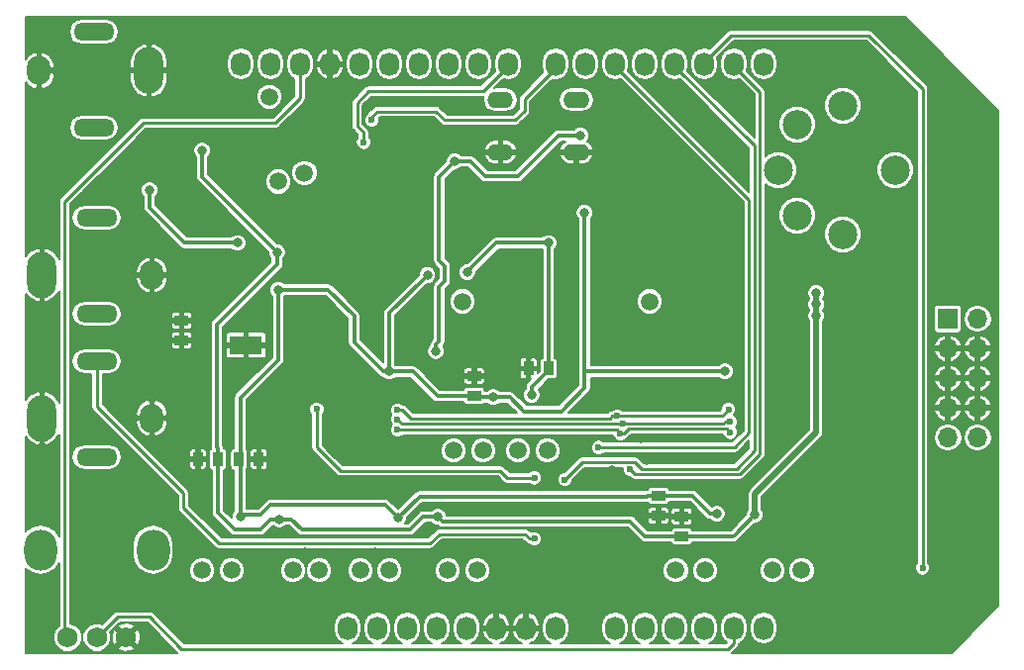
<source format=gbl>
G04 #@! TF.FileFunction,Copper,L2,Bot,Signal*
%FSLAX46Y46*%
G04 Gerber Fmt 4.6, Leading zero omitted, Abs format (unit mm)*
G04 Created by KiCad (PCBNEW 4.0.2-stable) date 2017-02-07 10:52:45 AM*
%MOMM*%
G01*
G04 APERTURE LIST*
%ADD10C,0.100000*%
%ADD11O,1.727200X2.032000*%
%ADD12R,1.143000X0.812800*%
%ADD13R,0.812800X1.143000*%
%ADD14O,2.500000X4.000000*%
%ADD15O,2.000000X2.500000*%
%ADD16O,3.500000X1.500000*%
%ADD17O,2.200000X1.400000*%
%ADD18O,2.250000X1.400000*%
%ADD19O,2.800000X3.500000*%
%ADD20C,1.750000*%
%ADD21C,2.500000*%
%ADD22C,1.500000*%
%ADD23R,1.700000X1.700000*%
%ADD24O,1.700000X1.700000*%
%ADD25R,2.800000X1.600000*%
%ADD26C,0.800000*%
%ADD27C,0.600000*%
%ADD28C,0.350000*%
%ADD29C,0.500000*%
%ADD30C,0.250000*%
%ADD31C,0.203200*%
G04 APERTURE END LIST*
D10*
D11*
X138938000Y-123825000D03*
X141478000Y-123825000D03*
X144018000Y-123825000D03*
X146558000Y-123825000D03*
X149098000Y-123825000D03*
X151638000Y-123825000D03*
X154178000Y-123825000D03*
X156718000Y-123825000D03*
X161798000Y-123825000D03*
X164338000Y-123825000D03*
X166878000Y-123825000D03*
X169418000Y-123825000D03*
X171958000Y-123825000D03*
X174498000Y-123825000D03*
X152654000Y-75565000D03*
X150114000Y-75565000D03*
X147574000Y-75565000D03*
X145034000Y-75565000D03*
X142494000Y-75565000D03*
X139954000Y-75565000D03*
X137414000Y-75565000D03*
X134874000Y-75565000D03*
X132334000Y-75565000D03*
X129794000Y-75565000D03*
X174498000Y-75565000D03*
X171958000Y-75565000D03*
X169418000Y-75565000D03*
X166878000Y-75565000D03*
X164338000Y-75565000D03*
X161798000Y-75565000D03*
X159258000Y-75565000D03*
X156718000Y-75565000D03*
D12*
X165498000Y-112514100D03*
X165498000Y-114215900D03*
X167498000Y-114264100D03*
X167498000Y-115965900D03*
X149748000Y-103965900D03*
X149748000Y-102264100D03*
D13*
X154397100Y-101615000D03*
X156098900Y-101615000D03*
X129647100Y-109365000D03*
X131348900Y-109365000D03*
X126147100Y-109365000D03*
X127848900Y-109365000D03*
D14*
X112798000Y-105865000D03*
D15*
X122198000Y-105865000D03*
D16*
X117498000Y-100965000D03*
X117498000Y-109165000D03*
D14*
X112798000Y-93615000D03*
D15*
X122198000Y-93615000D03*
D16*
X117498000Y-88715000D03*
X117498000Y-96915000D03*
D14*
X121948000Y-76115000D03*
D15*
X112548000Y-76115000D03*
D16*
X117248000Y-81015000D03*
X117248000Y-72815000D03*
D12*
X124748000Y-97514100D03*
X124748000Y-99215900D03*
D17*
X151998000Y-78615000D03*
X151998000Y-83115000D03*
D18*
X158498000Y-78615000D03*
X158498000Y-83115000D03*
D19*
X122298000Y-117115000D03*
X112698000Y-117115000D03*
D20*
X119998000Y-124615000D03*
X117498000Y-124615000D03*
X114998000Y-124615000D03*
D21*
X181248000Y-79115000D03*
X181248000Y-90115000D03*
X175748000Y-84615000D03*
X185748000Y-84615000D03*
X177358000Y-80725000D03*
X177358000Y-88505000D03*
D22*
X135248000Y-84865000D03*
X132998000Y-85615000D03*
X148748000Y-95865000D03*
X164748000Y-95865000D03*
X139998000Y-118865000D03*
X142498000Y-118865000D03*
X147498000Y-118865000D03*
X149998000Y-118865000D03*
X126498000Y-118865000D03*
X128998000Y-118865000D03*
X134248000Y-118865000D03*
X136498000Y-118865000D03*
X166998000Y-118865000D03*
X169498000Y-118865000D03*
X175248000Y-118865000D03*
X177748000Y-118865000D03*
X147998000Y-108615000D03*
X150498000Y-108615000D03*
X155998000Y-108615000D03*
X153498000Y-108615000D03*
D23*
X190248000Y-97365000D03*
D24*
X192788000Y-97365000D03*
X190248000Y-99905000D03*
X192788000Y-99905000D03*
X190248000Y-102445000D03*
X192788000Y-102445000D03*
X190248000Y-104985000D03*
X192788000Y-104985000D03*
X190248000Y-107525000D03*
X192788000Y-107525000D03*
D22*
X132248000Y-78365000D03*
D25*
X130248000Y-99615000D03*
D26*
X148497980Y-92615000D03*
X136998000Y-92365000D03*
X140998000Y-93615000D03*
X147998000Y-97615000D03*
X161498000Y-110340020D03*
X183748000Y-111115000D03*
X160498000Y-98865000D03*
X157498000Y-98865000D03*
X154748000Y-98865000D03*
X145248000Y-91365000D03*
X157998000Y-108365000D03*
X164520604Y-109454979D03*
X162248000Y-86865000D03*
X157498000Y-91115000D03*
X136748000Y-82615000D03*
X140498000Y-84115000D03*
X143248000Y-86615000D03*
X143498000Y-81115000D03*
X163998000Y-107615000D03*
X160998000Y-102865000D03*
X137498000Y-107365000D03*
X135248000Y-107365000D03*
X149978152Y-111340031D03*
X147998000Y-100865000D03*
X145248000Y-100115000D03*
X135313184Y-117290020D03*
X129198000Y-81665000D03*
X141307805Y-117290020D03*
X126498000Y-111065000D03*
X125498000Y-116965000D03*
X151098000Y-116965000D03*
X139998000Y-111115000D03*
X136498000Y-111115000D03*
X146498000Y-100115000D03*
X158848000Y-81665000D03*
X148098000Y-83865000D03*
X151398000Y-104065000D03*
X145747998Y-93615000D03*
X159198000Y-88265000D03*
X129498000Y-90865000D03*
X132998000Y-94865000D03*
X142498000Y-101865000D03*
X171198000Y-101865000D03*
X170498000Y-114039980D03*
X129765267Y-114301809D03*
X143257521Y-114389979D03*
X121998000Y-86365000D03*
X149156167Y-93367889D03*
X154659982Y-103897428D03*
X178998000Y-97115000D03*
X178998000Y-96115000D03*
X178998000Y-95115000D03*
X133124081Y-114502663D03*
X156098000Y-90865000D03*
X173748000Y-114115000D03*
X146633710Y-114289980D03*
X132898000Y-91640016D03*
X126498000Y-82965000D03*
D27*
X188097996Y-118665000D03*
X154898000Y-116165000D03*
X140298000Y-82265000D03*
X163098022Y-110240020D03*
X157497992Y-111115000D03*
X160372969Y-108365000D03*
X140998000Y-80364980D03*
X161998000Y-105664999D03*
X143200757Y-105157955D03*
X171498000Y-105114979D03*
X162498000Y-106290000D03*
X171622980Y-106165000D03*
X143198000Y-105965000D03*
X162248000Y-107164999D03*
X171622980Y-107065000D03*
X143198000Y-106865000D03*
X154898000Y-110965000D03*
X136301511Y-105070968D03*
D28*
X154748000Y-98865000D02*
X149248000Y-98865000D01*
X149248000Y-98865000D02*
X147998000Y-97615000D01*
X147248000Y-94115000D02*
X146748000Y-94615000D01*
X146748000Y-94615000D02*
X146748000Y-99299315D01*
X147248000Y-92865000D02*
X147248000Y-94115000D01*
X146748000Y-92365000D02*
X147248000Y-92865000D01*
X146748000Y-85215000D02*
X146748000Y-92365000D01*
X148098000Y-83865000D02*
X146748000Y-85215000D01*
X146498000Y-99549315D02*
X146498000Y-100115000D01*
X146748000Y-99299315D02*
X146498000Y-99549315D01*
X148098000Y-83865000D02*
X149398000Y-83865000D01*
X149398000Y-83865000D02*
X150698000Y-85165000D01*
X150698000Y-85165000D02*
X153498000Y-85165000D01*
X153498000Y-85165000D02*
X156998000Y-81665000D01*
X156998000Y-81665000D02*
X158848000Y-81665000D01*
X159198000Y-101865000D02*
X159198000Y-103265000D01*
X159198000Y-103265000D02*
X157198000Y-105265000D01*
X157198000Y-105265000D02*
X153998000Y-105265000D01*
X153998000Y-105265000D02*
X152798000Y-104065000D01*
X152798000Y-104065000D02*
X151398000Y-104065000D01*
X151398000Y-104065000D02*
X149847100Y-104065000D01*
X142498000Y-96864998D02*
X145347999Y-94014999D01*
X142498000Y-101865000D02*
X142498000Y-96864998D01*
X145347999Y-94014999D02*
X145747998Y-93615000D01*
X159198000Y-88265000D02*
X159198000Y-101865000D01*
X143257521Y-114389979D02*
X142132542Y-113265000D01*
X142132542Y-113265000D02*
X132348000Y-113265000D01*
X132348000Y-113265000D02*
X131498000Y-114115000D01*
X131498000Y-114115000D02*
X129952076Y-114115000D01*
X129952076Y-114115000D02*
X129765267Y-114301809D01*
X165498000Y-112514100D02*
X164576500Y-112514100D01*
X164576500Y-112514100D02*
X164525600Y-112565000D01*
X164525600Y-112565000D02*
X145082500Y-112565000D01*
X165498000Y-112514100D02*
X168406435Y-112514100D01*
X168406435Y-112514100D02*
X169932315Y-114039980D01*
X169932315Y-114039980D02*
X170498000Y-114039980D01*
X129647100Y-109365000D02*
X129748000Y-109365000D01*
X129748000Y-109365000D02*
X129765267Y-109347733D01*
X132998000Y-100865000D02*
X132998000Y-94865000D01*
X129765267Y-109347733D02*
X129765267Y-104097733D01*
X129765267Y-104097733D02*
X132998000Y-100865000D01*
X129765267Y-114301809D02*
X129765267Y-109483167D01*
X129765267Y-109483167D02*
X129647100Y-109365000D01*
X142498000Y-101865000D02*
X144498000Y-101865000D01*
X144498000Y-101865000D02*
X146598900Y-103965900D01*
X146598900Y-103965900D02*
X149748000Y-103965900D01*
X149847100Y-104065000D02*
X149748000Y-103965900D01*
X142498000Y-101865000D02*
X141998000Y-101865000D01*
X141998000Y-101865000D02*
X139498000Y-99365000D01*
X139498000Y-99365000D02*
X139498000Y-97115000D01*
X139498000Y-97115000D02*
X137248000Y-94865000D01*
X137248000Y-94865000D02*
X132998000Y-94865000D01*
X121998000Y-86365000D02*
X121998000Y-87865000D01*
X121998000Y-87865000D02*
X124998000Y-90865000D01*
X124998000Y-90865000D02*
X125498000Y-90865000D01*
X125498000Y-90865000D02*
X129498000Y-90865000D01*
X145082500Y-112565000D02*
X143257521Y-114389979D01*
X159198000Y-101865000D02*
X171198000Y-101865000D01*
X149556166Y-92967890D02*
X149156167Y-93367889D01*
X156098000Y-90865000D02*
X151659056Y-90865000D01*
X151659056Y-90865000D02*
X149556166Y-92967890D01*
X154659982Y-103219018D02*
X154659982Y-103897428D01*
X156098900Y-101780100D02*
X154659982Y-103219018D01*
X156098900Y-101615000D02*
X156098900Y-101780100D01*
X146633710Y-114289980D02*
X145373020Y-114289980D01*
X144298000Y-115365000D02*
X134998000Y-115365000D01*
X133689766Y-114502663D02*
X133124081Y-114502663D01*
X145373020Y-114289980D02*
X144298000Y-115365000D01*
X134998000Y-115365000D02*
X134135663Y-114502663D01*
X134135663Y-114502663D02*
X133689766Y-114502663D01*
X127848900Y-109365000D02*
X127848900Y-113965900D01*
X127848900Y-113965900D02*
X129248000Y-115365000D01*
X129248000Y-115365000D02*
X131498000Y-115365000D01*
X131498000Y-115365000D02*
X132360337Y-114502663D01*
X132360337Y-114502663D02*
X133124081Y-114502663D01*
X167498000Y-115965900D02*
X171897100Y-115965900D01*
X171897100Y-115965900D02*
X171998000Y-115865000D01*
X171998000Y-115865000D02*
X173748000Y-114115000D01*
X167498000Y-115965900D02*
X164348900Y-115965900D01*
X164348900Y-115965900D02*
X163072979Y-114689979D01*
X147033709Y-114689979D02*
X146633710Y-114289980D01*
X163072979Y-114689979D02*
X147033709Y-114689979D01*
X127848900Y-109365000D02*
X127848900Y-108443500D01*
X127848900Y-108443500D02*
X127748000Y-108342600D01*
X127748000Y-108342600D02*
X127748000Y-97865000D01*
X156098900Y-101615000D02*
X156098900Y-90865900D01*
X156098900Y-90865900D02*
X156098000Y-90865000D01*
X132898000Y-91640016D02*
X132898000Y-92715000D01*
X132898000Y-92715000D02*
X127748000Y-97865000D01*
D29*
X173748000Y-112365000D02*
X178998000Y-107115000D01*
X178998000Y-107115000D02*
X178998000Y-95115000D01*
X173748000Y-114115000D02*
X173748000Y-112365000D01*
D28*
X126498000Y-82965000D02*
X126498000Y-85240016D01*
X126498000Y-85240016D02*
X132898000Y-91640016D01*
D30*
X188097996Y-118240736D02*
X188097996Y-118665000D01*
X171715600Y-73115000D02*
X183498000Y-73115000D01*
X169418000Y-75565000D02*
X169418000Y-75412600D01*
X188097996Y-77714996D02*
X188097996Y-118240736D01*
X183498000Y-73115000D02*
X188097996Y-77714996D01*
X188047996Y-118615000D02*
X188097996Y-118665000D01*
X169418000Y-75412600D02*
X171715600Y-73115000D01*
X117498000Y-100965000D02*
X117498000Y-104865000D01*
X117498000Y-104865000D02*
X124898000Y-112265000D01*
X154073736Y-115765000D02*
X154473736Y-116165000D01*
X124898000Y-112265000D02*
X124898000Y-113515000D01*
X124898000Y-113515000D02*
X127948000Y-116565000D01*
X127948000Y-116565000D02*
X145998000Y-116565000D01*
X145998000Y-116565000D02*
X146798000Y-115765000D01*
X146798000Y-115765000D02*
X154073736Y-115765000D01*
X154473736Y-116165000D02*
X154898000Y-116165000D01*
X171958000Y-123825000D02*
X171958000Y-125091000D01*
X171958000Y-125091000D02*
X171434000Y-125615000D01*
X171434000Y-125615000D02*
X124748000Y-125615000D01*
X124748000Y-125615000D02*
X121998000Y-122865000D01*
X121998000Y-122865000D02*
X119248000Y-122865000D01*
X119248000Y-122865000D02*
X117498000Y-124615000D01*
X152654000Y-75565000D02*
X152654000Y-75717400D01*
X152654000Y-75717400D02*
X150506400Y-77865000D01*
X150506400Y-77865000D02*
X140748000Y-77865000D01*
X140748000Y-77865000D02*
X139748000Y-78865000D01*
X139748000Y-78865000D02*
X139748000Y-80865000D01*
X139748000Y-80865000D02*
X140298000Y-81415000D01*
X140298000Y-81415000D02*
X140298000Y-82265000D01*
X114998000Y-124615000D02*
X114748000Y-124365000D01*
X134874000Y-78489000D02*
X134874000Y-75565000D01*
X114748000Y-124365000D02*
X114748000Y-87365000D01*
X114748000Y-87365000D02*
X121498000Y-80615000D01*
X121498000Y-80615000D02*
X132748000Y-80615000D01*
X132748000Y-80615000D02*
X134874000Y-78489000D01*
X163098022Y-110252633D02*
X163098022Y-110240020D01*
X171958000Y-75565000D02*
X171958000Y-75717400D01*
X171958000Y-75717400D02*
X174172999Y-77932399D01*
X174172999Y-108940001D02*
X172482990Y-110630010D01*
X174172999Y-77932399D02*
X174172999Y-108940001D01*
X172482990Y-110630010D02*
X163475399Y-110630010D01*
X163475399Y-110630010D02*
X163098022Y-110252633D01*
X163897540Y-110630009D02*
X163475398Y-110630009D01*
X163475398Y-110630009D02*
X163098022Y-110252633D01*
X166878000Y-75565000D02*
X166878000Y-75717400D01*
X166878000Y-75717400D02*
X173722988Y-82562388D01*
X164083940Y-110179999D02*
X163518941Y-109615000D01*
X173722988Y-82562388D02*
X173722988Y-108640012D01*
X173722988Y-108640012D02*
X172183001Y-110179999D01*
X172183001Y-110179999D02*
X164083940Y-110179999D01*
X163518941Y-109615000D02*
X158997992Y-109615000D01*
X158997992Y-109615000D02*
X157797991Y-110815001D01*
X157797991Y-110815001D02*
X157497992Y-111115000D01*
X160797233Y-108365000D02*
X160372969Y-108365000D01*
X173248000Y-107115000D02*
X171998000Y-108365000D01*
X173248000Y-87167400D02*
X173248000Y-107115000D01*
X161798000Y-75565000D02*
X161798000Y-75717400D01*
X171998000Y-108365000D02*
X160797233Y-108365000D01*
X161798000Y-75717400D02*
X173248000Y-87167400D01*
X156718000Y-75565000D02*
X156718000Y-75895000D01*
X156718000Y-75895000D02*
X154048000Y-78565000D01*
X154048000Y-78565000D02*
X154048000Y-79565000D01*
X154048000Y-79565000D02*
X153248000Y-80365000D01*
X153248000Y-80365000D02*
X147248000Y-80365000D01*
X146498000Y-79615000D02*
X141498000Y-79615000D01*
X147248000Y-80365000D02*
X146498000Y-79615000D01*
X141498000Y-79615000D02*
X140998000Y-80115000D01*
X140998000Y-80115000D02*
X140998000Y-80364980D01*
X161998000Y-105664999D02*
X161573736Y-105664999D01*
X161573736Y-105664999D02*
X161373735Y-105865000D01*
X161373735Y-105865000D02*
X144332066Y-105865000D01*
X144332066Y-105865000D02*
X143625021Y-105157955D01*
X143625021Y-105157955D02*
X143200757Y-105157955D01*
X170947980Y-105664999D02*
X161998000Y-105664999D01*
X171498000Y-105114979D02*
X170947980Y-105664999D01*
X171498000Y-105114979D02*
X171398021Y-105015000D01*
X162073736Y-106290000D02*
X162498000Y-106290000D01*
X162048725Y-106315011D02*
X162073736Y-106290000D01*
X143548011Y-106315011D02*
X162048725Y-106315011D01*
X143198000Y-105965000D02*
X143548011Y-106315011D01*
X162498000Y-106290000D02*
X171073716Y-106290000D01*
X171198716Y-106165000D02*
X171622980Y-106165000D01*
X171073716Y-106290000D02*
X171198716Y-106165000D01*
X143198000Y-106865000D02*
X161948001Y-106865000D01*
X161948001Y-106865000D02*
X162248000Y-107164999D01*
X162248000Y-107164999D02*
X162548003Y-107164999D01*
X171322981Y-106765001D02*
X171622980Y-107065000D01*
X162948001Y-106765001D02*
X171322981Y-106765001D01*
X162548003Y-107164999D02*
X162948001Y-106765001D01*
X154898000Y-110965000D02*
X152598000Y-110965000D01*
X152598000Y-110965000D02*
X151998000Y-110365000D01*
X151998000Y-110365000D02*
X138298000Y-110365000D01*
X138298000Y-110365000D02*
X136301511Y-108368511D01*
X136301511Y-108368511D02*
X136301511Y-105070968D01*
D31*
G36*
X194567400Y-79543360D02*
X194567400Y-121936640D01*
X190569640Y-125934400D01*
X171794272Y-125934400D01*
X172297833Y-125430838D01*
X172297836Y-125430836D01*
X172402017Y-125274918D01*
X172411916Y-125225154D01*
X172431653Y-125125931D01*
X172820105Y-124866376D01*
X173084394Y-124470839D01*
X173177200Y-124004271D01*
X173177200Y-123645729D01*
X173278800Y-123645729D01*
X173278800Y-124004271D01*
X173371606Y-124470839D01*
X173635895Y-124866376D01*
X174031432Y-125130665D01*
X174498000Y-125223471D01*
X174964568Y-125130665D01*
X175360105Y-124866376D01*
X175624394Y-124470839D01*
X175717200Y-124004271D01*
X175717200Y-123645729D01*
X175624394Y-123179161D01*
X175360105Y-122783624D01*
X174964568Y-122519335D01*
X174498000Y-122426529D01*
X174031432Y-122519335D01*
X173635895Y-122783624D01*
X173371606Y-123179161D01*
X173278800Y-123645729D01*
X173177200Y-123645729D01*
X173084394Y-123179161D01*
X172820105Y-122783624D01*
X172424568Y-122519335D01*
X171958000Y-122426529D01*
X171491432Y-122519335D01*
X171095895Y-122783624D01*
X170831606Y-123179161D01*
X170738800Y-123645729D01*
X170738800Y-124004271D01*
X170831606Y-124470839D01*
X171095895Y-124866376D01*
X171339908Y-125029420D01*
X171234928Y-125134400D01*
X169865791Y-125134400D01*
X169884568Y-125130665D01*
X170280105Y-124866376D01*
X170544394Y-124470839D01*
X170637200Y-124004271D01*
X170637200Y-123645729D01*
X170544394Y-123179161D01*
X170280105Y-122783624D01*
X169884568Y-122519335D01*
X169418000Y-122426529D01*
X168951432Y-122519335D01*
X168555895Y-122783624D01*
X168291606Y-123179161D01*
X168198800Y-123645729D01*
X168198800Y-124004271D01*
X168291606Y-124470839D01*
X168555895Y-124866376D01*
X168951432Y-125130665D01*
X168970209Y-125134400D01*
X167325791Y-125134400D01*
X167344568Y-125130665D01*
X167740105Y-124866376D01*
X168004394Y-124470839D01*
X168097200Y-124004271D01*
X168097200Y-123645729D01*
X168004394Y-123179161D01*
X167740105Y-122783624D01*
X167344568Y-122519335D01*
X166878000Y-122426529D01*
X166411432Y-122519335D01*
X166015895Y-122783624D01*
X165751606Y-123179161D01*
X165658800Y-123645729D01*
X165658800Y-124004271D01*
X165751606Y-124470839D01*
X166015895Y-124866376D01*
X166411432Y-125130665D01*
X166430209Y-125134400D01*
X164785791Y-125134400D01*
X164804568Y-125130665D01*
X165200105Y-124866376D01*
X165464394Y-124470839D01*
X165557200Y-124004271D01*
X165557200Y-123645729D01*
X165464394Y-123179161D01*
X165200105Y-122783624D01*
X164804568Y-122519335D01*
X164338000Y-122426529D01*
X163871432Y-122519335D01*
X163475895Y-122783624D01*
X163211606Y-123179161D01*
X163118800Y-123645729D01*
X163118800Y-124004271D01*
X163211606Y-124470839D01*
X163475895Y-124866376D01*
X163871432Y-125130665D01*
X163890209Y-125134400D01*
X162245791Y-125134400D01*
X162264568Y-125130665D01*
X162660105Y-124866376D01*
X162924394Y-124470839D01*
X163017200Y-124004271D01*
X163017200Y-123645729D01*
X162924394Y-123179161D01*
X162660105Y-122783624D01*
X162264568Y-122519335D01*
X161798000Y-122426529D01*
X161331432Y-122519335D01*
X160935895Y-122783624D01*
X160671606Y-123179161D01*
X160578800Y-123645729D01*
X160578800Y-124004271D01*
X160671606Y-124470839D01*
X160935895Y-124866376D01*
X161331432Y-125130665D01*
X161350209Y-125134400D01*
X157165791Y-125134400D01*
X157184568Y-125130665D01*
X157580105Y-124866376D01*
X157844394Y-124470839D01*
X157937200Y-124004271D01*
X157937200Y-123645729D01*
X157844394Y-123179161D01*
X157580105Y-122783624D01*
X157184568Y-122519335D01*
X156718000Y-122426529D01*
X156251432Y-122519335D01*
X155855895Y-122783624D01*
X155591606Y-123179161D01*
X155498800Y-123645729D01*
X155498800Y-124004271D01*
X155591606Y-124470839D01*
X155855895Y-124866376D01*
X156251432Y-125130665D01*
X156270209Y-125134400D01*
X154545532Y-125134400D01*
X154895981Y-124962894D01*
X155218460Y-124613118D01*
X155382538Y-124166560D01*
X155308399Y-123975800D01*
X154328800Y-123975800D01*
X154328800Y-123995800D01*
X154027200Y-123995800D01*
X154027200Y-123975800D01*
X153047601Y-123975800D01*
X152973462Y-124166560D01*
X153137540Y-124613118D01*
X153460019Y-124962894D01*
X153810468Y-125134400D01*
X152005532Y-125134400D01*
X152355981Y-124962894D01*
X152678460Y-124613118D01*
X152842538Y-124166560D01*
X152768399Y-123975800D01*
X151788800Y-123975800D01*
X151788800Y-123995800D01*
X151487200Y-123995800D01*
X151487200Y-123975800D01*
X150507601Y-123975800D01*
X150433462Y-124166560D01*
X150597540Y-124613118D01*
X150920019Y-124962894D01*
X151270468Y-125134400D01*
X149545791Y-125134400D01*
X149564568Y-125130665D01*
X149960105Y-124866376D01*
X150224394Y-124470839D01*
X150317200Y-124004271D01*
X150317200Y-123645729D01*
X150284919Y-123483440D01*
X150433462Y-123483440D01*
X150507601Y-123674200D01*
X151487200Y-123674200D01*
X151487200Y-122552405D01*
X151788800Y-122552405D01*
X151788800Y-123674200D01*
X152768399Y-123674200D01*
X152842538Y-123483440D01*
X152973462Y-123483440D01*
X153047601Y-123674200D01*
X154027200Y-123674200D01*
X154027200Y-122552405D01*
X154328800Y-122552405D01*
X154328800Y-123674200D01*
X155308399Y-123674200D01*
X155382538Y-123483440D01*
X155218460Y-123036882D01*
X154895981Y-122687106D01*
X154516204Y-122501247D01*
X154328800Y-122552405D01*
X154027200Y-122552405D01*
X153839796Y-122501247D01*
X153460019Y-122687106D01*
X153137540Y-123036882D01*
X152973462Y-123483440D01*
X152842538Y-123483440D01*
X152678460Y-123036882D01*
X152355981Y-122687106D01*
X151976204Y-122501247D01*
X151788800Y-122552405D01*
X151487200Y-122552405D01*
X151299796Y-122501247D01*
X150920019Y-122687106D01*
X150597540Y-123036882D01*
X150433462Y-123483440D01*
X150284919Y-123483440D01*
X150224394Y-123179161D01*
X149960105Y-122783624D01*
X149564568Y-122519335D01*
X149098000Y-122426529D01*
X148631432Y-122519335D01*
X148235895Y-122783624D01*
X147971606Y-123179161D01*
X147878800Y-123645729D01*
X147878800Y-124004271D01*
X147971606Y-124470839D01*
X148235895Y-124866376D01*
X148631432Y-125130665D01*
X148650209Y-125134400D01*
X147005791Y-125134400D01*
X147024568Y-125130665D01*
X147420105Y-124866376D01*
X147684394Y-124470839D01*
X147777200Y-124004271D01*
X147777200Y-123645729D01*
X147684394Y-123179161D01*
X147420105Y-122783624D01*
X147024568Y-122519335D01*
X146558000Y-122426529D01*
X146091432Y-122519335D01*
X145695895Y-122783624D01*
X145431606Y-123179161D01*
X145338800Y-123645729D01*
X145338800Y-124004271D01*
X145431606Y-124470839D01*
X145695895Y-124866376D01*
X146091432Y-125130665D01*
X146110209Y-125134400D01*
X144465791Y-125134400D01*
X144484568Y-125130665D01*
X144880105Y-124866376D01*
X145144394Y-124470839D01*
X145237200Y-124004271D01*
X145237200Y-123645729D01*
X145144394Y-123179161D01*
X144880105Y-122783624D01*
X144484568Y-122519335D01*
X144018000Y-122426529D01*
X143551432Y-122519335D01*
X143155895Y-122783624D01*
X142891606Y-123179161D01*
X142798800Y-123645729D01*
X142798800Y-124004271D01*
X142891606Y-124470839D01*
X143155895Y-124866376D01*
X143551432Y-125130665D01*
X143570209Y-125134400D01*
X141925791Y-125134400D01*
X141944568Y-125130665D01*
X142340105Y-124866376D01*
X142604394Y-124470839D01*
X142697200Y-124004271D01*
X142697200Y-123645729D01*
X142604394Y-123179161D01*
X142340105Y-122783624D01*
X141944568Y-122519335D01*
X141478000Y-122426529D01*
X141011432Y-122519335D01*
X140615895Y-122783624D01*
X140351606Y-123179161D01*
X140258800Y-123645729D01*
X140258800Y-124004271D01*
X140351606Y-124470839D01*
X140615895Y-124866376D01*
X141011432Y-125130665D01*
X141030209Y-125134400D01*
X139385791Y-125134400D01*
X139404568Y-125130665D01*
X139800105Y-124866376D01*
X140064394Y-124470839D01*
X140157200Y-124004271D01*
X140157200Y-123645729D01*
X140064394Y-123179161D01*
X139800105Y-122783624D01*
X139404568Y-122519335D01*
X138938000Y-122426529D01*
X138471432Y-122519335D01*
X138075895Y-122783624D01*
X137811606Y-123179161D01*
X137718800Y-123645729D01*
X137718800Y-124004271D01*
X137811606Y-124470839D01*
X138075895Y-124866376D01*
X138471432Y-125130665D01*
X138490209Y-125134400D01*
X124947071Y-125134400D01*
X122337836Y-122525164D01*
X122181918Y-122420983D01*
X121998000Y-122384399D01*
X121997995Y-122384400D01*
X119248005Y-122384400D01*
X119248000Y-122384399D01*
X119071638Y-122419480D01*
X119064082Y-122420983D01*
X118908164Y-122525164D01*
X118908162Y-122525167D01*
X117959268Y-123474061D01*
X117743855Y-123384614D01*
X117254292Y-123384187D01*
X116801832Y-123571140D01*
X116455356Y-123917011D01*
X116267614Y-124369145D01*
X116267187Y-124858708D01*
X116454140Y-125311168D01*
X116800011Y-125657644D01*
X117252145Y-125845386D01*
X117741708Y-125845813D01*
X118194168Y-125658860D01*
X118314179Y-125539058D01*
X119287206Y-125539058D01*
X119387846Y-125711361D01*
X119853850Y-125861401D01*
X120341800Y-125821688D01*
X120608154Y-125711361D01*
X120708794Y-125539058D01*
X119998000Y-124828263D01*
X119287206Y-125539058D01*
X118314179Y-125539058D01*
X118540644Y-125312989D01*
X118728386Y-124860855D01*
X118728726Y-124470850D01*
X118751599Y-124470850D01*
X118791312Y-124958800D01*
X118901639Y-125225154D01*
X119073942Y-125325794D01*
X119784737Y-124615000D01*
X120211263Y-124615000D01*
X120922058Y-125325794D01*
X121094361Y-125225154D01*
X121244401Y-124759150D01*
X121204688Y-124271200D01*
X121094361Y-124004846D01*
X120922058Y-123904206D01*
X120211263Y-124615000D01*
X119784737Y-124615000D01*
X119073942Y-123904206D01*
X118901639Y-124004846D01*
X118751599Y-124470850D01*
X118728726Y-124470850D01*
X118728813Y-124371292D01*
X118638925Y-124153747D01*
X119101729Y-123690942D01*
X119287206Y-123690942D01*
X119998000Y-124401737D01*
X120708794Y-123690942D01*
X120608154Y-123518639D01*
X120142150Y-123368599D01*
X119654200Y-123408312D01*
X119387846Y-123518639D01*
X119287206Y-123690942D01*
X119101729Y-123690942D01*
X119447071Y-123345600D01*
X121798928Y-123345600D01*
X124387729Y-125934400D01*
X111428600Y-125934400D01*
X111428600Y-118705738D01*
X111456603Y-118747648D01*
X112026161Y-119128214D01*
X112698000Y-119261851D01*
X113369839Y-119128214D01*
X113939397Y-118747648D01*
X114267400Y-118256756D01*
X114267400Y-123605512D01*
X113955356Y-123917011D01*
X113767614Y-124369145D01*
X113767187Y-124858708D01*
X113954140Y-125311168D01*
X114300011Y-125657644D01*
X114752145Y-125845386D01*
X115241708Y-125845813D01*
X115694168Y-125658860D01*
X116040644Y-125312989D01*
X116228386Y-124860855D01*
X116228813Y-124371292D01*
X116041860Y-123918832D01*
X115695989Y-123572356D01*
X115243855Y-123384614D01*
X115228600Y-123384601D01*
X115228600Y-116723749D01*
X120542400Y-116723749D01*
X120542400Y-117506251D01*
X120676037Y-118178090D01*
X121056603Y-118747648D01*
X121626161Y-119128214D01*
X122298000Y-119261851D01*
X122969839Y-119128214D01*
X123036080Y-119083953D01*
X125392208Y-119083953D01*
X125560171Y-119490454D01*
X125870910Y-119801736D01*
X126277118Y-119970408D01*
X126716953Y-119970792D01*
X127123454Y-119802829D01*
X127434736Y-119492090D01*
X127603408Y-119085882D01*
X127603409Y-119083953D01*
X127892208Y-119083953D01*
X128060171Y-119490454D01*
X128370910Y-119801736D01*
X128777118Y-119970408D01*
X129216953Y-119970792D01*
X129623454Y-119802829D01*
X129934736Y-119492090D01*
X130103408Y-119085882D01*
X130103409Y-119083953D01*
X133142208Y-119083953D01*
X133310171Y-119490454D01*
X133620910Y-119801736D01*
X134027118Y-119970408D01*
X134466953Y-119970792D01*
X134873454Y-119802829D01*
X135184736Y-119492090D01*
X135353408Y-119085882D01*
X135353409Y-119083953D01*
X135392208Y-119083953D01*
X135560171Y-119490454D01*
X135870910Y-119801736D01*
X136277118Y-119970408D01*
X136716953Y-119970792D01*
X137123454Y-119802829D01*
X137434736Y-119492090D01*
X137603408Y-119085882D01*
X137603409Y-119083953D01*
X138892208Y-119083953D01*
X139060171Y-119490454D01*
X139370910Y-119801736D01*
X139777118Y-119970408D01*
X140216953Y-119970792D01*
X140623454Y-119802829D01*
X140934736Y-119492090D01*
X141103408Y-119085882D01*
X141103409Y-119083953D01*
X141392208Y-119083953D01*
X141560171Y-119490454D01*
X141870910Y-119801736D01*
X142277118Y-119970408D01*
X142716953Y-119970792D01*
X143123454Y-119802829D01*
X143434736Y-119492090D01*
X143603408Y-119085882D01*
X143603409Y-119083953D01*
X146392208Y-119083953D01*
X146560171Y-119490454D01*
X146870910Y-119801736D01*
X147277118Y-119970408D01*
X147716953Y-119970792D01*
X148123454Y-119802829D01*
X148434736Y-119492090D01*
X148603408Y-119085882D01*
X148603409Y-119083953D01*
X148892208Y-119083953D01*
X149060171Y-119490454D01*
X149370910Y-119801736D01*
X149777118Y-119970408D01*
X150216953Y-119970792D01*
X150623454Y-119802829D01*
X150934736Y-119492090D01*
X151103408Y-119085882D01*
X151103409Y-119083953D01*
X165892208Y-119083953D01*
X166060171Y-119490454D01*
X166370910Y-119801736D01*
X166777118Y-119970408D01*
X167216953Y-119970792D01*
X167623454Y-119802829D01*
X167934736Y-119492090D01*
X168103408Y-119085882D01*
X168103409Y-119083953D01*
X168392208Y-119083953D01*
X168560171Y-119490454D01*
X168870910Y-119801736D01*
X169277118Y-119970408D01*
X169716953Y-119970792D01*
X170123454Y-119802829D01*
X170434736Y-119492090D01*
X170603408Y-119085882D01*
X170603409Y-119083953D01*
X174142208Y-119083953D01*
X174310171Y-119490454D01*
X174620910Y-119801736D01*
X175027118Y-119970408D01*
X175466953Y-119970792D01*
X175873454Y-119802829D01*
X176184736Y-119492090D01*
X176353408Y-119085882D01*
X176353409Y-119083953D01*
X176642208Y-119083953D01*
X176810171Y-119490454D01*
X177120910Y-119801736D01*
X177527118Y-119970408D01*
X177966953Y-119970792D01*
X178373454Y-119802829D01*
X178684736Y-119492090D01*
X178853408Y-119085882D01*
X178853792Y-118646047D01*
X178685829Y-118239546D01*
X178375090Y-117928264D01*
X177968882Y-117759592D01*
X177529047Y-117759208D01*
X177122546Y-117927171D01*
X176811264Y-118237910D01*
X176642592Y-118644118D01*
X176642208Y-119083953D01*
X176353409Y-119083953D01*
X176353792Y-118646047D01*
X176185829Y-118239546D01*
X175875090Y-117928264D01*
X175468882Y-117759592D01*
X175029047Y-117759208D01*
X174622546Y-117927171D01*
X174311264Y-118237910D01*
X174142592Y-118644118D01*
X174142208Y-119083953D01*
X170603409Y-119083953D01*
X170603792Y-118646047D01*
X170435829Y-118239546D01*
X170125090Y-117928264D01*
X169718882Y-117759592D01*
X169279047Y-117759208D01*
X168872546Y-117927171D01*
X168561264Y-118237910D01*
X168392592Y-118644118D01*
X168392208Y-119083953D01*
X168103409Y-119083953D01*
X168103792Y-118646047D01*
X167935829Y-118239546D01*
X167625090Y-117928264D01*
X167218882Y-117759592D01*
X166779047Y-117759208D01*
X166372546Y-117927171D01*
X166061264Y-118237910D01*
X165892592Y-118644118D01*
X165892208Y-119083953D01*
X151103409Y-119083953D01*
X151103792Y-118646047D01*
X150935829Y-118239546D01*
X150625090Y-117928264D01*
X150218882Y-117759592D01*
X149779047Y-117759208D01*
X149372546Y-117927171D01*
X149061264Y-118237910D01*
X148892592Y-118644118D01*
X148892208Y-119083953D01*
X148603409Y-119083953D01*
X148603792Y-118646047D01*
X148435829Y-118239546D01*
X148125090Y-117928264D01*
X147718882Y-117759592D01*
X147279047Y-117759208D01*
X146872546Y-117927171D01*
X146561264Y-118237910D01*
X146392592Y-118644118D01*
X146392208Y-119083953D01*
X143603409Y-119083953D01*
X143603792Y-118646047D01*
X143435829Y-118239546D01*
X143125090Y-117928264D01*
X142718882Y-117759592D01*
X142279047Y-117759208D01*
X141872546Y-117927171D01*
X141561264Y-118237910D01*
X141392592Y-118644118D01*
X141392208Y-119083953D01*
X141103409Y-119083953D01*
X141103792Y-118646047D01*
X140935829Y-118239546D01*
X140625090Y-117928264D01*
X140218882Y-117759592D01*
X139779047Y-117759208D01*
X139372546Y-117927171D01*
X139061264Y-118237910D01*
X138892592Y-118644118D01*
X138892208Y-119083953D01*
X137603409Y-119083953D01*
X137603792Y-118646047D01*
X137435829Y-118239546D01*
X137125090Y-117928264D01*
X136718882Y-117759592D01*
X136279047Y-117759208D01*
X135872546Y-117927171D01*
X135561264Y-118237910D01*
X135392592Y-118644118D01*
X135392208Y-119083953D01*
X135353409Y-119083953D01*
X135353792Y-118646047D01*
X135185829Y-118239546D01*
X134875090Y-117928264D01*
X134468882Y-117759592D01*
X134029047Y-117759208D01*
X133622546Y-117927171D01*
X133311264Y-118237910D01*
X133142592Y-118644118D01*
X133142208Y-119083953D01*
X130103409Y-119083953D01*
X130103792Y-118646047D01*
X129935829Y-118239546D01*
X129625090Y-117928264D01*
X129218882Y-117759592D01*
X128779047Y-117759208D01*
X128372546Y-117927171D01*
X128061264Y-118237910D01*
X127892592Y-118644118D01*
X127892208Y-119083953D01*
X127603409Y-119083953D01*
X127603792Y-118646047D01*
X127435829Y-118239546D01*
X127125090Y-117928264D01*
X126718882Y-117759592D01*
X126279047Y-117759208D01*
X125872546Y-117927171D01*
X125561264Y-118237910D01*
X125392592Y-118644118D01*
X125392208Y-119083953D01*
X123036080Y-119083953D01*
X123539397Y-118747648D01*
X123919963Y-118178090D01*
X124053600Y-117506251D01*
X124053600Y-116723749D01*
X123919963Y-116051910D01*
X123539397Y-115482352D01*
X122969839Y-115101786D01*
X122298000Y-114968149D01*
X121626161Y-115101786D01*
X121056603Y-115482352D01*
X120676037Y-116051910D01*
X120542400Y-116723749D01*
X115228600Y-116723749D01*
X115228600Y-109165000D01*
X115351149Y-109165000D01*
X115435308Y-109588095D01*
X115674972Y-109946777D01*
X116033654Y-110186441D01*
X116456749Y-110270600D01*
X118539251Y-110270600D01*
X118962346Y-110186441D01*
X119321028Y-109946777D01*
X119560692Y-109588095D01*
X119644851Y-109165000D01*
X119560692Y-108741905D01*
X119321028Y-108383223D01*
X118962346Y-108143559D01*
X118539251Y-108059400D01*
X116456749Y-108059400D01*
X116033654Y-108143559D01*
X115674972Y-108383223D01*
X115435308Y-108741905D01*
X115351149Y-109165000D01*
X115228600Y-109165000D01*
X115228600Y-100965000D01*
X115351149Y-100965000D01*
X115435308Y-101388095D01*
X115674972Y-101746777D01*
X116033654Y-101986441D01*
X116456749Y-102070600D01*
X117017400Y-102070600D01*
X117017400Y-104864995D01*
X117017399Y-104865000D01*
X117053983Y-105048918D01*
X117158164Y-105204836D01*
X124417400Y-112464071D01*
X124417400Y-113514995D01*
X124417399Y-113515000D01*
X124453983Y-113698918D01*
X124558164Y-113854836D01*
X127608162Y-116904833D01*
X127608164Y-116904836D01*
X127764082Y-117009017D01*
X127948000Y-117045600D01*
X145997995Y-117045600D01*
X145998000Y-117045601D01*
X146181918Y-117009017D01*
X146337836Y-116904836D01*
X146997071Y-116245600D01*
X153874664Y-116245600D01*
X154133898Y-116504833D01*
X154133900Y-116504836D01*
X154223942Y-116565000D01*
X154289818Y-116609017D01*
X154445881Y-116640059D01*
X154526148Y-116720467D01*
X154767021Y-116820486D01*
X155027835Y-116820714D01*
X155268882Y-116721115D01*
X155453467Y-116536852D01*
X155553486Y-116295979D01*
X155553714Y-116035165D01*
X155454115Y-115794118D01*
X155269852Y-115609533D01*
X155028979Y-115509514D01*
X154768165Y-115509286D01*
X154576775Y-115588367D01*
X154413572Y-115425164D01*
X154257654Y-115320983D01*
X154073736Y-115284399D01*
X154073731Y-115284400D01*
X146798005Y-115284400D01*
X146798000Y-115284399D01*
X146614082Y-115320983D01*
X146458164Y-115425164D01*
X146458162Y-115425167D01*
X145798928Y-116084400D01*
X128147071Y-116084400D01*
X125378600Y-113315928D01*
X125378600Y-112265000D01*
X125342017Y-112081082D01*
X125237836Y-111925164D01*
X125237833Y-111925162D01*
X122917372Y-109604700D01*
X125385100Y-109604700D01*
X125385100Y-110007233D01*
X125439237Y-110137931D01*
X125539269Y-110237963D01*
X125669967Y-110292100D01*
X125907400Y-110292100D01*
X125996300Y-110203200D01*
X125996300Y-109515800D01*
X126297900Y-109515800D01*
X126297900Y-110203200D01*
X126386800Y-110292100D01*
X126624233Y-110292100D01*
X126754931Y-110237963D01*
X126854963Y-110137931D01*
X126909100Y-110007233D01*
X126909100Y-109604700D01*
X126820200Y-109515800D01*
X126297900Y-109515800D01*
X125996300Y-109515800D01*
X125474000Y-109515800D01*
X125385100Y-109604700D01*
X122917372Y-109604700D01*
X122035439Y-108722767D01*
X125385100Y-108722767D01*
X125385100Y-109125300D01*
X125474000Y-109214200D01*
X125996300Y-109214200D01*
X125996300Y-108526800D01*
X126297900Y-108526800D01*
X126297900Y-109214200D01*
X126820200Y-109214200D01*
X126909100Y-109125300D01*
X126909100Y-108722767D01*
X126854963Y-108592069D01*
X126754931Y-108492037D01*
X126624233Y-108437900D01*
X126386800Y-108437900D01*
X126297900Y-108526800D01*
X125996300Y-108526800D01*
X125907400Y-108437900D01*
X125669967Y-108437900D01*
X125539269Y-108492037D01*
X125439237Y-108592069D01*
X125385100Y-108722767D01*
X122035439Y-108722767D01*
X119542616Y-106229944D01*
X120838141Y-106229944D01*
X120985641Y-106741590D01*
X121317712Y-107157843D01*
X121783799Y-107415333D01*
X121838310Y-107422010D01*
X122047200Y-107372692D01*
X122047200Y-106015800D01*
X122348800Y-106015800D01*
X122348800Y-107372692D01*
X122557690Y-107422010D01*
X122612201Y-107415333D01*
X123078288Y-107157843D01*
X123410359Y-106741590D01*
X123557859Y-106229944D01*
X123470198Y-106015800D01*
X122348800Y-106015800D01*
X122047200Y-106015800D01*
X120925802Y-106015800D01*
X120838141Y-106229944D01*
X119542616Y-106229944D01*
X118812728Y-105500056D01*
X120838141Y-105500056D01*
X120925802Y-105714200D01*
X122047200Y-105714200D01*
X122047200Y-104357308D01*
X122348800Y-104357308D01*
X122348800Y-105714200D01*
X123470198Y-105714200D01*
X123557859Y-105500056D01*
X123410359Y-104988410D01*
X123078288Y-104572157D01*
X122612201Y-104314667D01*
X122557690Y-104307990D01*
X122348800Y-104357308D01*
X122047200Y-104357308D01*
X121838310Y-104307990D01*
X121783799Y-104314667D01*
X121317712Y-104572157D01*
X120985641Y-104988410D01*
X120838141Y-105500056D01*
X118812728Y-105500056D01*
X117978600Y-104665928D01*
X117978600Y-102070600D01*
X118539251Y-102070600D01*
X118962346Y-101986441D01*
X119321028Y-101746777D01*
X119560692Y-101388095D01*
X119644851Y-100965000D01*
X119560692Y-100541905D01*
X119321028Y-100183223D01*
X118962346Y-99943559D01*
X118539251Y-99859400D01*
X116456749Y-99859400D01*
X116033654Y-99943559D01*
X115674972Y-100183223D01*
X115435308Y-100541905D01*
X115351149Y-100965000D01*
X115228600Y-100965000D01*
X115228600Y-99455600D01*
X123820900Y-99455600D01*
X123820900Y-99693033D01*
X123875037Y-99823731D01*
X123975069Y-99923763D01*
X124105767Y-99977900D01*
X124508300Y-99977900D01*
X124597200Y-99889000D01*
X124597200Y-99366700D01*
X124898800Y-99366700D01*
X124898800Y-99889000D01*
X124987700Y-99977900D01*
X125390233Y-99977900D01*
X125520931Y-99923763D01*
X125620963Y-99823731D01*
X125675100Y-99693033D01*
X125675100Y-99455600D01*
X125586200Y-99366700D01*
X124898800Y-99366700D01*
X124597200Y-99366700D01*
X123909800Y-99366700D01*
X123820900Y-99455600D01*
X115228600Y-99455600D01*
X115228600Y-98738767D01*
X123820900Y-98738767D01*
X123820900Y-98976200D01*
X123909800Y-99065100D01*
X124597200Y-99065100D01*
X124597200Y-98542800D01*
X124898800Y-98542800D01*
X124898800Y-99065100D01*
X125586200Y-99065100D01*
X125675100Y-98976200D01*
X125675100Y-98738767D01*
X125620963Y-98608069D01*
X125520931Y-98508037D01*
X125390233Y-98453900D01*
X124987700Y-98453900D01*
X124898800Y-98542800D01*
X124597200Y-98542800D01*
X124508300Y-98453900D01*
X124105767Y-98453900D01*
X123975069Y-98508037D01*
X123875037Y-98608069D01*
X123820900Y-98738767D01*
X115228600Y-98738767D01*
X115228600Y-96915000D01*
X115351149Y-96915000D01*
X115435308Y-97338095D01*
X115674972Y-97696777D01*
X116033654Y-97936441D01*
X116456749Y-98020600D01*
X118539251Y-98020600D01*
X118962346Y-97936441D01*
X119235687Y-97753800D01*
X123820900Y-97753800D01*
X123820900Y-97991233D01*
X123875037Y-98121931D01*
X123975069Y-98221963D01*
X124105767Y-98276100D01*
X124508300Y-98276100D01*
X124597200Y-98187200D01*
X124597200Y-97664900D01*
X124898800Y-97664900D01*
X124898800Y-98187200D01*
X124987700Y-98276100D01*
X125390233Y-98276100D01*
X125520931Y-98221963D01*
X125620963Y-98121931D01*
X125675100Y-97991233D01*
X125675100Y-97753800D01*
X125586200Y-97664900D01*
X124898800Y-97664900D01*
X124597200Y-97664900D01*
X123909800Y-97664900D01*
X123820900Y-97753800D01*
X119235687Y-97753800D01*
X119321028Y-97696777D01*
X119560692Y-97338095D01*
X119620590Y-97036967D01*
X123820900Y-97036967D01*
X123820900Y-97274400D01*
X123909800Y-97363300D01*
X124597200Y-97363300D01*
X124597200Y-96841000D01*
X124898800Y-96841000D01*
X124898800Y-97363300D01*
X125586200Y-97363300D01*
X125675100Y-97274400D01*
X125675100Y-97036967D01*
X125620963Y-96906269D01*
X125520931Y-96806237D01*
X125390233Y-96752100D01*
X124987700Y-96752100D01*
X124898800Y-96841000D01*
X124597200Y-96841000D01*
X124508300Y-96752100D01*
X124105767Y-96752100D01*
X123975069Y-96806237D01*
X123875037Y-96906269D01*
X123820900Y-97036967D01*
X119620590Y-97036967D01*
X119644851Y-96915000D01*
X119560692Y-96491905D01*
X119321028Y-96133223D01*
X118962346Y-95893559D01*
X118539251Y-95809400D01*
X116456749Y-95809400D01*
X116033654Y-95893559D01*
X115674972Y-96133223D01*
X115435308Y-96491905D01*
X115351149Y-96915000D01*
X115228600Y-96915000D01*
X115228600Y-93979944D01*
X120838141Y-93979944D01*
X120985641Y-94491590D01*
X121317712Y-94907843D01*
X121783799Y-95165333D01*
X121838310Y-95172010D01*
X122047200Y-95122692D01*
X122047200Y-93765800D01*
X122348800Y-93765800D01*
X122348800Y-95122692D01*
X122557690Y-95172010D01*
X122612201Y-95165333D01*
X123078288Y-94907843D01*
X123410359Y-94491590D01*
X123557859Y-93979944D01*
X123470198Y-93765800D01*
X122348800Y-93765800D01*
X122047200Y-93765800D01*
X120925802Y-93765800D01*
X120838141Y-93979944D01*
X115228600Y-93979944D01*
X115228600Y-93250056D01*
X120838141Y-93250056D01*
X120925802Y-93464200D01*
X122047200Y-93464200D01*
X122047200Y-92107308D01*
X122348800Y-92107308D01*
X122348800Y-93464200D01*
X123470198Y-93464200D01*
X123557859Y-93250056D01*
X123410359Y-92738410D01*
X123078288Y-92322157D01*
X122612201Y-92064667D01*
X122557690Y-92057990D01*
X122348800Y-92107308D01*
X122047200Y-92107308D01*
X121838310Y-92057990D01*
X121783799Y-92064667D01*
X121317712Y-92322157D01*
X120985641Y-92738410D01*
X120838141Y-93250056D01*
X115228600Y-93250056D01*
X115228600Y-88715000D01*
X115351149Y-88715000D01*
X115435308Y-89138095D01*
X115674972Y-89496777D01*
X116033654Y-89736441D01*
X116456749Y-89820600D01*
X118539251Y-89820600D01*
X118962346Y-89736441D01*
X119321028Y-89496777D01*
X119560692Y-89138095D01*
X119644851Y-88715000D01*
X119560692Y-88291905D01*
X119321028Y-87933223D01*
X118962346Y-87693559D01*
X118539251Y-87609400D01*
X116456749Y-87609400D01*
X116033654Y-87693559D01*
X115674972Y-87933223D01*
X115435308Y-88291905D01*
X115351149Y-88715000D01*
X115228600Y-88715000D01*
X115228600Y-87564072D01*
X116278032Y-86514639D01*
X121242269Y-86514639D01*
X121357060Y-86792454D01*
X121467400Y-86902987D01*
X121467400Y-87865000D01*
X121507790Y-88068052D01*
X121539401Y-88115361D01*
X121622809Y-88240191D01*
X124622809Y-91240191D01*
X124794948Y-91355210D01*
X124998000Y-91395600D01*
X128960026Y-91395600D01*
X129069428Y-91505193D01*
X129347043Y-91620468D01*
X129647639Y-91620731D01*
X129925454Y-91505940D01*
X130138193Y-91293572D01*
X130253468Y-91015957D01*
X130253731Y-90715361D01*
X130138940Y-90437546D01*
X129926572Y-90224807D01*
X129648957Y-90109532D01*
X129348361Y-90109269D01*
X129070546Y-90224060D01*
X128960013Y-90334400D01*
X125217782Y-90334400D01*
X122528600Y-87645218D01*
X122528600Y-86902974D01*
X122638193Y-86793572D01*
X122753468Y-86515957D01*
X122753731Y-86215361D01*
X122638940Y-85937546D01*
X122426572Y-85724807D01*
X122148957Y-85609532D01*
X121848361Y-85609269D01*
X121570546Y-85724060D01*
X121357807Y-85936428D01*
X121242532Y-86214043D01*
X121242269Y-86514639D01*
X116278032Y-86514639D01*
X119678032Y-83114639D01*
X125742269Y-83114639D01*
X125857060Y-83392454D01*
X125967400Y-83502987D01*
X125967400Y-85240016D01*
X126007790Y-85443068D01*
X126062994Y-85525687D01*
X126122809Y-85615207D01*
X132142404Y-91634802D01*
X132142269Y-91789655D01*
X132257060Y-92067470D01*
X132367400Y-92178003D01*
X132367400Y-92495218D01*
X127372809Y-97489809D01*
X127257790Y-97661948D01*
X127217400Y-97865000D01*
X127217400Y-108342600D01*
X127247939Y-108496130D01*
X127189693Y-108533610D01*
X127108499Y-108652442D01*
X127079934Y-108793500D01*
X127079934Y-109936500D01*
X127104730Y-110068277D01*
X127182610Y-110189307D01*
X127301442Y-110270501D01*
X127318300Y-110273915D01*
X127318300Y-113965900D01*
X127358690Y-114168952D01*
X127439558Y-114289980D01*
X127473709Y-114341091D01*
X128872809Y-115740191D01*
X129044948Y-115855210D01*
X129248000Y-115895600D01*
X131498000Y-115895600D01*
X131701052Y-115855210D01*
X131873191Y-115740191D01*
X132580119Y-115033263D01*
X132586107Y-115033263D01*
X132695509Y-115142856D01*
X132973124Y-115258131D01*
X133273720Y-115258394D01*
X133551535Y-115143603D01*
X133662068Y-115033263D01*
X133915881Y-115033263D01*
X134622809Y-115740191D01*
X134794948Y-115855210D01*
X134998000Y-115895600D01*
X144298000Y-115895600D01*
X144501052Y-115855210D01*
X144673191Y-115740191D01*
X145592802Y-114820580D01*
X146095736Y-114820580D01*
X146205138Y-114930173D01*
X146482753Y-115045448D01*
X146638933Y-115045585D01*
X146658518Y-115065170D01*
X146830657Y-115180189D01*
X147033709Y-115220579D01*
X162853197Y-115220579D01*
X163973709Y-116341091D01*
X164145848Y-116456110D01*
X164348900Y-116496500D01*
X166587304Y-116496500D01*
X166588730Y-116504077D01*
X166666610Y-116625107D01*
X166785442Y-116706301D01*
X166926500Y-116734866D01*
X168069500Y-116734866D01*
X168201277Y-116710070D01*
X168322307Y-116632190D01*
X168403501Y-116513358D01*
X168406915Y-116496500D01*
X171897100Y-116496500D01*
X172100152Y-116456110D01*
X172272291Y-116341091D01*
X173742786Y-114870596D01*
X173897639Y-114870731D01*
X174175454Y-114755940D01*
X174388193Y-114543572D01*
X174503468Y-114265957D01*
X174503731Y-113965361D01*
X174388940Y-113687546D01*
X174353600Y-113652144D01*
X174353600Y-112615848D01*
X179426224Y-107543224D01*
X179557501Y-107346753D01*
X179603600Y-107115000D01*
X179603600Y-97578105D01*
X179638193Y-97543572D01*
X179753468Y-97265957D01*
X179753731Y-96965361D01*
X179638940Y-96687546D01*
X179603600Y-96652144D01*
X179603600Y-96578105D01*
X179638193Y-96543572D01*
X179753468Y-96265957D01*
X179753731Y-95965361D01*
X179638940Y-95687546D01*
X179603600Y-95652144D01*
X179603600Y-95578105D01*
X179638193Y-95543572D01*
X179753468Y-95265957D01*
X179753731Y-94965361D01*
X179638940Y-94687546D01*
X179426572Y-94474807D01*
X179148957Y-94359532D01*
X178848361Y-94359269D01*
X178570546Y-94474060D01*
X178357807Y-94686428D01*
X178242532Y-94964043D01*
X178242269Y-95264639D01*
X178357060Y-95542454D01*
X178392400Y-95577856D01*
X178392400Y-95651895D01*
X178357807Y-95686428D01*
X178242532Y-95964043D01*
X178242269Y-96264639D01*
X178357060Y-96542454D01*
X178392400Y-96577856D01*
X178392400Y-96651895D01*
X178357807Y-96686428D01*
X178242532Y-96964043D01*
X178242269Y-97264639D01*
X178357060Y-97542454D01*
X178392400Y-97577856D01*
X178392400Y-106864152D01*
X173319776Y-111936776D01*
X173188499Y-112133247D01*
X173142400Y-112365000D01*
X173142400Y-113651895D01*
X173107807Y-113686428D01*
X172992532Y-113964043D01*
X172992395Y-114120223D01*
X171677318Y-115435300D01*
X168408696Y-115435300D01*
X168407270Y-115427723D01*
X168329390Y-115306693D01*
X168210558Y-115225499D01*
X168069500Y-115196934D01*
X166926500Y-115196934D01*
X166794723Y-115221730D01*
X166673693Y-115299610D01*
X166592499Y-115418442D01*
X166589085Y-115435300D01*
X164568682Y-115435300D01*
X163588982Y-114455600D01*
X164570900Y-114455600D01*
X164570900Y-114693033D01*
X164625037Y-114823731D01*
X164725069Y-114923763D01*
X164855767Y-114977900D01*
X165258300Y-114977900D01*
X165347200Y-114889000D01*
X165347200Y-114366700D01*
X165648800Y-114366700D01*
X165648800Y-114889000D01*
X165737700Y-114977900D01*
X166140233Y-114977900D01*
X166270931Y-114923763D01*
X166370963Y-114823731D01*
X166425100Y-114693033D01*
X166425100Y-114503800D01*
X166570900Y-114503800D01*
X166570900Y-114741233D01*
X166625037Y-114871931D01*
X166725069Y-114971963D01*
X166855767Y-115026100D01*
X167258300Y-115026100D01*
X167347200Y-114937200D01*
X167347200Y-114414900D01*
X167648800Y-114414900D01*
X167648800Y-114937200D01*
X167737700Y-115026100D01*
X168140233Y-115026100D01*
X168270931Y-114971963D01*
X168370963Y-114871931D01*
X168425100Y-114741233D01*
X168425100Y-114503800D01*
X168336200Y-114414900D01*
X167648800Y-114414900D01*
X167347200Y-114414900D01*
X166659800Y-114414900D01*
X166570900Y-114503800D01*
X166425100Y-114503800D01*
X166425100Y-114455600D01*
X166336200Y-114366700D01*
X165648800Y-114366700D01*
X165347200Y-114366700D01*
X164659800Y-114366700D01*
X164570900Y-114455600D01*
X163588982Y-114455600D01*
X163448170Y-114314788D01*
X163411042Y-114289980D01*
X163276031Y-114199769D01*
X163072979Y-114159379D01*
X147389424Y-114159379D01*
X147389441Y-114140341D01*
X147274650Y-113862526D01*
X147151107Y-113738767D01*
X164570900Y-113738767D01*
X164570900Y-113976200D01*
X164659800Y-114065100D01*
X165347200Y-114065100D01*
X165347200Y-113542800D01*
X165648800Y-113542800D01*
X165648800Y-114065100D01*
X166336200Y-114065100D01*
X166425100Y-113976200D01*
X166425100Y-113786967D01*
X166570900Y-113786967D01*
X166570900Y-114024400D01*
X166659800Y-114113300D01*
X167347200Y-114113300D01*
X167347200Y-113591000D01*
X167648800Y-113591000D01*
X167648800Y-114113300D01*
X168336200Y-114113300D01*
X168425100Y-114024400D01*
X168425100Y-113786967D01*
X168370963Y-113656269D01*
X168270931Y-113556237D01*
X168140233Y-113502100D01*
X167737700Y-113502100D01*
X167648800Y-113591000D01*
X167347200Y-113591000D01*
X167258300Y-113502100D01*
X166855767Y-113502100D01*
X166725069Y-113556237D01*
X166625037Y-113656269D01*
X166570900Y-113786967D01*
X166425100Y-113786967D01*
X166425100Y-113738767D01*
X166370963Y-113608069D01*
X166270931Y-113508037D01*
X166140233Y-113453900D01*
X165737700Y-113453900D01*
X165648800Y-113542800D01*
X165347200Y-113542800D01*
X165258300Y-113453900D01*
X164855767Y-113453900D01*
X164725069Y-113508037D01*
X164625037Y-113608069D01*
X164570900Y-113738767D01*
X147151107Y-113738767D01*
X147062282Y-113649787D01*
X146784667Y-113534512D01*
X146484071Y-113534249D01*
X146206256Y-113649040D01*
X146095723Y-113759380D01*
X145373020Y-113759380D01*
X145169968Y-113799770D01*
X145058343Y-113874355D01*
X144997829Y-113914789D01*
X144078218Y-114834400D01*
X143881837Y-114834400D01*
X143897714Y-114818551D01*
X144012989Y-114540936D01*
X144013126Y-114384756D01*
X145302282Y-113095600D01*
X164525600Y-113095600D01*
X164606280Y-113079551D01*
X164666610Y-113173307D01*
X164785442Y-113254501D01*
X164926500Y-113283066D01*
X166069500Y-113283066D01*
X166201277Y-113258270D01*
X166322307Y-113180390D01*
X166403501Y-113061558D01*
X166406915Y-113044700D01*
X168186653Y-113044700D01*
X169557124Y-114415171D01*
X169729263Y-114530190D01*
X169932315Y-114570580D01*
X169960026Y-114570580D01*
X170069428Y-114680173D01*
X170347043Y-114795448D01*
X170647639Y-114795711D01*
X170925454Y-114680920D01*
X171138193Y-114468552D01*
X171253468Y-114190937D01*
X171253731Y-113890341D01*
X171138940Y-113612526D01*
X170926572Y-113399787D01*
X170648957Y-113284512D01*
X170348361Y-113284249D01*
X170070546Y-113399040D01*
X170056139Y-113413422D01*
X168781626Y-112138909D01*
X168695081Y-112081082D01*
X168609487Y-112023890D01*
X168406435Y-111983500D01*
X166408696Y-111983500D01*
X166407270Y-111975923D01*
X166329390Y-111854893D01*
X166210558Y-111773699D01*
X166069500Y-111745134D01*
X164926500Y-111745134D01*
X164794723Y-111769930D01*
X164673693Y-111847810D01*
X164592499Y-111966642D01*
X164589085Y-111983500D01*
X164576500Y-111983500D01*
X164373448Y-112023890D01*
X164357719Y-112034400D01*
X145082500Y-112034400D01*
X144879448Y-112074790D01*
X144783487Y-112138909D01*
X144707309Y-112189809D01*
X143262735Y-113634383D01*
X143252298Y-113634374D01*
X142507733Y-112889809D01*
X142506958Y-112889291D01*
X142335594Y-112774790D01*
X142132542Y-112734400D01*
X132348005Y-112734400D01*
X132348000Y-112734399D01*
X132144949Y-112774789D01*
X131972809Y-112889809D01*
X131278218Y-113584400D01*
X130295867Y-113584400D01*
X130295867Y-110203108D01*
X130306307Y-110196390D01*
X130387501Y-110077558D01*
X130416066Y-109936500D01*
X130416066Y-109604700D01*
X130586900Y-109604700D01*
X130586900Y-110007233D01*
X130641037Y-110137931D01*
X130741069Y-110237963D01*
X130871767Y-110292100D01*
X131109200Y-110292100D01*
X131198100Y-110203200D01*
X131198100Y-109515800D01*
X131499700Y-109515800D01*
X131499700Y-110203200D01*
X131588600Y-110292100D01*
X131826033Y-110292100D01*
X131956731Y-110237963D01*
X132056763Y-110137931D01*
X132110900Y-110007233D01*
X132110900Y-109604700D01*
X132022000Y-109515800D01*
X131499700Y-109515800D01*
X131198100Y-109515800D01*
X130675800Y-109515800D01*
X130586900Y-109604700D01*
X130416066Y-109604700D01*
X130416066Y-108793500D01*
X130402757Y-108722767D01*
X130586900Y-108722767D01*
X130586900Y-109125300D01*
X130675800Y-109214200D01*
X131198100Y-109214200D01*
X131198100Y-108526800D01*
X131499700Y-108526800D01*
X131499700Y-109214200D01*
X132022000Y-109214200D01*
X132110900Y-109125300D01*
X132110900Y-108722767D01*
X132056763Y-108592069D01*
X131956731Y-108492037D01*
X131826033Y-108437900D01*
X131588600Y-108437900D01*
X131499700Y-108526800D01*
X131198100Y-108526800D01*
X131109200Y-108437900D01*
X130871767Y-108437900D01*
X130741069Y-108492037D01*
X130641037Y-108592069D01*
X130586900Y-108722767D01*
X130402757Y-108722767D01*
X130391270Y-108661723D01*
X130313390Y-108540693D01*
X130295867Y-108528720D01*
X130295867Y-105200803D01*
X135645797Y-105200803D01*
X135745396Y-105441850D01*
X135820911Y-105517497D01*
X135820911Y-108368506D01*
X135820910Y-108368511D01*
X135857494Y-108552429D01*
X135961675Y-108708347D01*
X137958162Y-110704833D01*
X137958164Y-110704836D01*
X138093833Y-110795487D01*
X138114082Y-110809017D01*
X138298000Y-110845601D01*
X138298005Y-110845600D01*
X151798928Y-110845600D01*
X152258162Y-111304833D01*
X152258164Y-111304836D01*
X152414082Y-111409017D01*
X152598000Y-111445601D01*
X152598005Y-111445600D01*
X154451412Y-111445600D01*
X154526148Y-111520467D01*
X154767021Y-111620486D01*
X155027835Y-111620714D01*
X155268882Y-111521115D01*
X155453467Y-111336852D01*
X155491675Y-111244835D01*
X156842278Y-111244835D01*
X156941877Y-111485882D01*
X157126140Y-111670467D01*
X157367013Y-111770486D01*
X157627827Y-111770714D01*
X157868874Y-111671115D01*
X158053459Y-111486852D01*
X158153478Y-111245979D01*
X158153571Y-111139093D01*
X159197063Y-110095600D01*
X162448117Y-110095600D01*
X162442536Y-110109041D01*
X162442308Y-110369855D01*
X162541907Y-110610902D01*
X162726170Y-110795487D01*
X162967043Y-110895506D01*
X163061306Y-110895588D01*
X163135560Y-110969842D01*
X163135562Y-110969845D01*
X163135563Y-110969846D01*
X163291480Y-111074026D01*
X163291481Y-111074027D01*
X163475399Y-111110611D01*
X163475404Y-111110610D01*
X172482985Y-111110610D01*
X172482990Y-111110611D01*
X172666908Y-111074027D01*
X172822826Y-110969846D01*
X174512832Y-109279839D01*
X174512835Y-109279837D01*
X174617016Y-109123919D01*
X174620187Y-109107976D01*
X174653600Y-108940001D01*
X174653599Y-108939996D01*
X174653599Y-90432973D01*
X179642121Y-90432973D01*
X179886045Y-91023311D01*
X180337313Y-91475368D01*
X180927225Y-91720321D01*
X181565973Y-91720879D01*
X182156311Y-91476955D01*
X182608368Y-91025687D01*
X182853321Y-90435775D01*
X182853879Y-89797027D01*
X182609955Y-89206689D01*
X182158687Y-88754632D01*
X181568775Y-88509679D01*
X180930027Y-88509121D01*
X180339689Y-88753045D01*
X179887632Y-89204313D01*
X179642679Y-89794225D01*
X179642121Y-90432973D01*
X174653599Y-90432973D01*
X174653599Y-88822973D01*
X175752121Y-88822973D01*
X175996045Y-89413311D01*
X176447313Y-89865368D01*
X177037225Y-90110321D01*
X177675973Y-90110879D01*
X178266311Y-89866955D01*
X178718368Y-89415687D01*
X178963321Y-88825775D01*
X178963879Y-88187027D01*
X178719955Y-87596689D01*
X178268687Y-87144632D01*
X177678775Y-86899679D01*
X177040027Y-86899121D01*
X176449689Y-87143045D01*
X175997632Y-87594313D01*
X175752679Y-88184225D01*
X175752121Y-88822973D01*
X174653599Y-88822973D01*
X174653599Y-85791333D01*
X174837313Y-85975368D01*
X175427225Y-86220321D01*
X176065973Y-86220879D01*
X176656311Y-85976955D01*
X177108368Y-85525687D01*
X177353321Y-84935775D01*
X177353323Y-84932973D01*
X184142121Y-84932973D01*
X184386045Y-85523311D01*
X184837313Y-85975368D01*
X185427225Y-86220321D01*
X186065973Y-86220879D01*
X186656311Y-85976955D01*
X187108368Y-85525687D01*
X187353321Y-84935775D01*
X187353879Y-84297027D01*
X187109955Y-83706689D01*
X186658687Y-83254632D01*
X186068775Y-83009679D01*
X185430027Y-83009121D01*
X184839689Y-83253045D01*
X184387632Y-83704313D01*
X184142679Y-84294225D01*
X184142121Y-84932973D01*
X177353323Y-84932973D01*
X177353879Y-84297027D01*
X177109955Y-83706689D01*
X176658687Y-83254632D01*
X176068775Y-83009679D01*
X175430027Y-83009121D01*
X174839689Y-83253045D01*
X174653599Y-83438810D01*
X174653599Y-81042973D01*
X175752121Y-81042973D01*
X175996045Y-81633311D01*
X176447313Y-82085368D01*
X177037225Y-82330321D01*
X177675973Y-82330879D01*
X178266311Y-82086955D01*
X178718368Y-81635687D01*
X178963321Y-81045775D01*
X178963879Y-80407027D01*
X178719955Y-79816689D01*
X178336909Y-79432973D01*
X179642121Y-79432973D01*
X179886045Y-80023311D01*
X180337313Y-80475368D01*
X180927225Y-80720321D01*
X181565973Y-80720879D01*
X182156311Y-80476955D01*
X182608368Y-80025687D01*
X182853321Y-79435775D01*
X182853879Y-78797027D01*
X182609955Y-78206689D01*
X182158687Y-77754632D01*
X181568775Y-77509679D01*
X180930027Y-77509121D01*
X180339689Y-77753045D01*
X179887632Y-78204313D01*
X179642679Y-78794225D01*
X179642121Y-79432973D01*
X178336909Y-79432973D01*
X178268687Y-79364632D01*
X177678775Y-79119679D01*
X177040027Y-79119121D01*
X176449689Y-79363045D01*
X175997632Y-79814313D01*
X175752679Y-80404225D01*
X175752121Y-81042973D01*
X174653599Y-81042973D01*
X174653599Y-77932404D01*
X174653600Y-77932399D01*
X174617016Y-77748481D01*
X174571981Y-77681082D01*
X174512835Y-77592563D01*
X174512832Y-77592561D01*
X173092145Y-76171873D01*
X173177200Y-75744271D01*
X173177200Y-75385729D01*
X173278800Y-75385729D01*
X173278800Y-75744271D01*
X173371606Y-76210839D01*
X173635895Y-76606376D01*
X174031432Y-76870665D01*
X174498000Y-76963471D01*
X174964568Y-76870665D01*
X175360105Y-76606376D01*
X175624394Y-76210839D01*
X175717200Y-75744271D01*
X175717200Y-75385729D01*
X175624394Y-74919161D01*
X175360105Y-74523624D01*
X174964568Y-74259335D01*
X174498000Y-74166529D01*
X174031432Y-74259335D01*
X173635895Y-74523624D01*
X173371606Y-74919161D01*
X173278800Y-75385729D01*
X173177200Y-75385729D01*
X173084394Y-74919161D01*
X172820105Y-74523624D01*
X172424568Y-74259335D01*
X171958000Y-74166529D01*
X171491432Y-74259335D01*
X171095895Y-74523624D01*
X170831606Y-74919161D01*
X170738800Y-75385729D01*
X170738800Y-75744271D01*
X170831606Y-76210839D01*
X171095895Y-76606376D01*
X171491432Y-76870665D01*
X171958000Y-76963471D01*
X172424568Y-76870665D01*
X172428779Y-76867851D01*
X173692399Y-78131470D01*
X173692399Y-81852128D01*
X168012145Y-76171873D01*
X168097200Y-75744271D01*
X168097200Y-75385729D01*
X168198800Y-75385729D01*
X168198800Y-75744271D01*
X168291606Y-76210839D01*
X168555895Y-76606376D01*
X168951432Y-76870665D01*
X169418000Y-76963471D01*
X169884568Y-76870665D01*
X170280105Y-76606376D01*
X170544394Y-76210839D01*
X170637200Y-75744271D01*
X170637200Y-75385729D01*
X170552145Y-74958127D01*
X171914671Y-73595600D01*
X183298928Y-73595600D01*
X187617396Y-77914067D01*
X187617396Y-118218412D01*
X187542529Y-118293148D01*
X187442510Y-118534021D01*
X187442282Y-118794835D01*
X187541881Y-119035882D01*
X187726144Y-119220467D01*
X187967017Y-119320486D01*
X188227831Y-119320714D01*
X188468878Y-119221115D01*
X188653463Y-119036852D01*
X188753482Y-118795979D01*
X188753710Y-118535165D01*
X188654111Y-118294118D01*
X188578596Y-118218471D01*
X188578596Y-107525000D01*
X189018781Y-107525000D01*
X189110552Y-107986363D01*
X189371893Y-108377488D01*
X189763018Y-108638829D01*
X190224381Y-108730600D01*
X190271619Y-108730600D01*
X190732982Y-108638829D01*
X191124107Y-108377488D01*
X191385448Y-107986363D01*
X191477219Y-107525000D01*
X191558781Y-107525000D01*
X191650552Y-107986363D01*
X191911893Y-108377488D01*
X192303018Y-108638829D01*
X192764381Y-108730600D01*
X192811619Y-108730600D01*
X193272982Y-108638829D01*
X193664107Y-108377488D01*
X193925448Y-107986363D01*
X194017219Y-107525000D01*
X193925448Y-107063637D01*
X193664107Y-106672512D01*
X193272982Y-106411171D01*
X192811619Y-106319400D01*
X192764381Y-106319400D01*
X192303018Y-106411171D01*
X191911893Y-106672512D01*
X191650552Y-107063637D01*
X191558781Y-107525000D01*
X191477219Y-107525000D01*
X191385448Y-107063637D01*
X191124107Y-106672512D01*
X190732982Y-106411171D01*
X190271619Y-106319400D01*
X190224381Y-106319400D01*
X189763018Y-106411171D01*
X189371893Y-106672512D01*
X189110552Y-107063637D01*
X189018781Y-107525000D01*
X188578596Y-107525000D01*
X188578596Y-105321060D01*
X189090185Y-105321060D01*
X189191659Y-105566077D01*
X189494437Y-105926089D01*
X189911938Y-106142829D01*
X190097200Y-106092246D01*
X190097200Y-105135800D01*
X190398800Y-105135800D01*
X190398800Y-106092246D01*
X190584062Y-106142829D01*
X191001563Y-105926089D01*
X191304341Y-105566077D01*
X191405815Y-105321060D01*
X191630185Y-105321060D01*
X191731659Y-105566077D01*
X192034437Y-105926089D01*
X192451938Y-106142829D01*
X192637200Y-106092246D01*
X192637200Y-105135800D01*
X192938800Y-105135800D01*
X192938800Y-106092246D01*
X193124062Y-106142829D01*
X193541563Y-105926089D01*
X193844341Y-105566077D01*
X193945815Y-105321060D01*
X193894471Y-105135800D01*
X192938800Y-105135800D01*
X192637200Y-105135800D01*
X191681529Y-105135800D01*
X191630185Y-105321060D01*
X191405815Y-105321060D01*
X191354471Y-105135800D01*
X190398800Y-105135800D01*
X190097200Y-105135800D01*
X189141529Y-105135800D01*
X189090185Y-105321060D01*
X188578596Y-105321060D01*
X188578596Y-104648940D01*
X189090185Y-104648940D01*
X189141529Y-104834200D01*
X190097200Y-104834200D01*
X190097200Y-103877754D01*
X190398800Y-103877754D01*
X190398800Y-104834200D01*
X191354471Y-104834200D01*
X191405815Y-104648940D01*
X191630185Y-104648940D01*
X191681529Y-104834200D01*
X192637200Y-104834200D01*
X192637200Y-103877754D01*
X192938800Y-103877754D01*
X192938800Y-104834200D01*
X193894471Y-104834200D01*
X193945815Y-104648940D01*
X193844341Y-104403923D01*
X193541563Y-104043911D01*
X193124062Y-103827171D01*
X192938800Y-103877754D01*
X192637200Y-103877754D01*
X192451938Y-103827171D01*
X192034437Y-104043911D01*
X191731659Y-104403923D01*
X191630185Y-104648940D01*
X191405815Y-104648940D01*
X191304341Y-104403923D01*
X191001563Y-104043911D01*
X190584062Y-103827171D01*
X190398800Y-103877754D01*
X190097200Y-103877754D01*
X189911938Y-103827171D01*
X189494437Y-104043911D01*
X189191659Y-104403923D01*
X189090185Y-104648940D01*
X188578596Y-104648940D01*
X188578596Y-102781060D01*
X189090185Y-102781060D01*
X189191659Y-103026077D01*
X189494437Y-103386089D01*
X189911938Y-103602829D01*
X190097200Y-103552246D01*
X190097200Y-102595800D01*
X190398800Y-102595800D01*
X190398800Y-103552246D01*
X190584062Y-103602829D01*
X191001563Y-103386089D01*
X191304341Y-103026077D01*
X191405815Y-102781060D01*
X191630185Y-102781060D01*
X191731659Y-103026077D01*
X192034437Y-103386089D01*
X192451938Y-103602829D01*
X192637200Y-103552246D01*
X192637200Y-102595800D01*
X192938800Y-102595800D01*
X192938800Y-103552246D01*
X193124062Y-103602829D01*
X193541563Y-103386089D01*
X193844341Y-103026077D01*
X193945815Y-102781060D01*
X193894471Y-102595800D01*
X192938800Y-102595800D01*
X192637200Y-102595800D01*
X191681529Y-102595800D01*
X191630185Y-102781060D01*
X191405815Y-102781060D01*
X191354471Y-102595800D01*
X190398800Y-102595800D01*
X190097200Y-102595800D01*
X189141529Y-102595800D01*
X189090185Y-102781060D01*
X188578596Y-102781060D01*
X188578596Y-102108940D01*
X189090185Y-102108940D01*
X189141529Y-102294200D01*
X190097200Y-102294200D01*
X190097200Y-101337754D01*
X190398800Y-101337754D01*
X190398800Y-102294200D01*
X191354471Y-102294200D01*
X191405815Y-102108940D01*
X191630185Y-102108940D01*
X191681529Y-102294200D01*
X192637200Y-102294200D01*
X192637200Y-101337754D01*
X192938800Y-101337754D01*
X192938800Y-102294200D01*
X193894471Y-102294200D01*
X193945815Y-102108940D01*
X193844341Y-101863923D01*
X193541563Y-101503911D01*
X193124062Y-101287171D01*
X192938800Y-101337754D01*
X192637200Y-101337754D01*
X192451938Y-101287171D01*
X192034437Y-101503911D01*
X191731659Y-101863923D01*
X191630185Y-102108940D01*
X191405815Y-102108940D01*
X191304341Y-101863923D01*
X191001563Y-101503911D01*
X190584062Y-101287171D01*
X190398800Y-101337754D01*
X190097200Y-101337754D01*
X189911938Y-101287171D01*
X189494437Y-101503911D01*
X189191659Y-101863923D01*
X189090185Y-102108940D01*
X188578596Y-102108940D01*
X188578596Y-100241060D01*
X189090185Y-100241060D01*
X189191659Y-100486077D01*
X189494437Y-100846089D01*
X189911938Y-101062829D01*
X190097200Y-101012246D01*
X190097200Y-100055800D01*
X190398800Y-100055800D01*
X190398800Y-101012246D01*
X190584062Y-101062829D01*
X191001563Y-100846089D01*
X191304341Y-100486077D01*
X191405815Y-100241060D01*
X191630185Y-100241060D01*
X191731659Y-100486077D01*
X192034437Y-100846089D01*
X192451938Y-101062829D01*
X192637200Y-101012246D01*
X192637200Y-100055800D01*
X192938800Y-100055800D01*
X192938800Y-101012246D01*
X193124062Y-101062829D01*
X193541563Y-100846089D01*
X193844341Y-100486077D01*
X193945815Y-100241060D01*
X193894471Y-100055800D01*
X192938800Y-100055800D01*
X192637200Y-100055800D01*
X191681529Y-100055800D01*
X191630185Y-100241060D01*
X191405815Y-100241060D01*
X191354471Y-100055800D01*
X190398800Y-100055800D01*
X190097200Y-100055800D01*
X189141529Y-100055800D01*
X189090185Y-100241060D01*
X188578596Y-100241060D01*
X188578596Y-99568940D01*
X189090185Y-99568940D01*
X189141529Y-99754200D01*
X190097200Y-99754200D01*
X190097200Y-98797754D01*
X190398800Y-98797754D01*
X190398800Y-99754200D01*
X191354471Y-99754200D01*
X191405815Y-99568940D01*
X191630185Y-99568940D01*
X191681529Y-99754200D01*
X192637200Y-99754200D01*
X192637200Y-98797754D01*
X192938800Y-98797754D01*
X192938800Y-99754200D01*
X193894471Y-99754200D01*
X193945815Y-99568940D01*
X193844341Y-99323923D01*
X193541563Y-98963911D01*
X193124062Y-98747171D01*
X192938800Y-98797754D01*
X192637200Y-98797754D01*
X192451938Y-98747171D01*
X192034437Y-98963911D01*
X191731659Y-99323923D01*
X191630185Y-99568940D01*
X191405815Y-99568940D01*
X191304341Y-99323923D01*
X191001563Y-98963911D01*
X190584062Y-98747171D01*
X190398800Y-98797754D01*
X190097200Y-98797754D01*
X189911938Y-98747171D01*
X189494437Y-98963911D01*
X189191659Y-99323923D01*
X189090185Y-99568940D01*
X188578596Y-99568940D01*
X188578596Y-96515000D01*
X189035434Y-96515000D01*
X189035434Y-98215000D01*
X189060230Y-98346777D01*
X189138110Y-98467807D01*
X189256942Y-98549001D01*
X189398000Y-98577566D01*
X191098000Y-98577566D01*
X191229777Y-98552770D01*
X191350807Y-98474890D01*
X191432001Y-98356058D01*
X191460566Y-98215000D01*
X191460566Y-97365000D01*
X191558781Y-97365000D01*
X191650552Y-97826363D01*
X191911893Y-98217488D01*
X192303018Y-98478829D01*
X192764381Y-98570600D01*
X192811619Y-98570600D01*
X193272982Y-98478829D01*
X193664107Y-98217488D01*
X193925448Y-97826363D01*
X194017219Y-97365000D01*
X193925448Y-96903637D01*
X193664107Y-96512512D01*
X193272982Y-96251171D01*
X192811619Y-96159400D01*
X192764381Y-96159400D01*
X192303018Y-96251171D01*
X191911893Y-96512512D01*
X191650552Y-96903637D01*
X191558781Y-97365000D01*
X191460566Y-97365000D01*
X191460566Y-96515000D01*
X191435770Y-96383223D01*
X191357890Y-96262193D01*
X191239058Y-96180999D01*
X191098000Y-96152434D01*
X189398000Y-96152434D01*
X189266223Y-96177230D01*
X189145193Y-96255110D01*
X189063999Y-96373942D01*
X189035434Y-96515000D01*
X188578596Y-96515000D01*
X188578596Y-77715001D01*
X188578597Y-77714996D01*
X188542013Y-77531078D01*
X188513484Y-77488382D01*
X188437832Y-77375160D01*
X188437829Y-77375158D01*
X183837836Y-72775164D01*
X183681918Y-72670983D01*
X183498000Y-72634399D01*
X183497995Y-72634400D01*
X171715605Y-72634400D01*
X171715600Y-72634399D01*
X171531682Y-72670983D01*
X171375764Y-72775164D01*
X171375762Y-72775167D01*
X169888779Y-74262149D01*
X169884568Y-74259335D01*
X169418000Y-74166529D01*
X168951432Y-74259335D01*
X168555895Y-74523624D01*
X168291606Y-74919161D01*
X168198800Y-75385729D01*
X168097200Y-75385729D01*
X168004394Y-74919161D01*
X167740105Y-74523624D01*
X167344568Y-74259335D01*
X166878000Y-74166529D01*
X166411432Y-74259335D01*
X166015895Y-74523624D01*
X165751606Y-74919161D01*
X165658800Y-75385729D01*
X165658800Y-75744271D01*
X165751606Y-76210839D01*
X166015895Y-76606376D01*
X166411432Y-76870665D01*
X166878000Y-76963471D01*
X167344568Y-76870665D01*
X167348779Y-76867851D01*
X173242388Y-82761459D01*
X173242388Y-86482117D01*
X162932145Y-76171873D01*
X163017200Y-75744271D01*
X163017200Y-75385729D01*
X163118800Y-75385729D01*
X163118800Y-75744271D01*
X163211606Y-76210839D01*
X163475895Y-76606376D01*
X163871432Y-76870665D01*
X164338000Y-76963471D01*
X164804568Y-76870665D01*
X165200105Y-76606376D01*
X165464394Y-76210839D01*
X165557200Y-75744271D01*
X165557200Y-75385729D01*
X165464394Y-74919161D01*
X165200105Y-74523624D01*
X164804568Y-74259335D01*
X164338000Y-74166529D01*
X163871432Y-74259335D01*
X163475895Y-74523624D01*
X163211606Y-74919161D01*
X163118800Y-75385729D01*
X163017200Y-75385729D01*
X162924394Y-74919161D01*
X162660105Y-74523624D01*
X162264568Y-74259335D01*
X161798000Y-74166529D01*
X161331432Y-74259335D01*
X160935895Y-74523624D01*
X160671606Y-74919161D01*
X160578800Y-75385729D01*
X160578800Y-75744271D01*
X160671606Y-76210839D01*
X160935895Y-76606376D01*
X161331432Y-76870665D01*
X161798000Y-76963471D01*
X162264568Y-76870665D01*
X162268779Y-76867851D01*
X172767400Y-87366471D01*
X172767400Y-106915929D01*
X171798928Y-107884400D01*
X160819557Y-107884400D01*
X160744821Y-107809533D01*
X160503948Y-107709514D01*
X160243134Y-107709286D01*
X160002087Y-107808885D01*
X159817502Y-107993148D01*
X159717483Y-108234021D01*
X159717255Y-108494835D01*
X159816854Y-108735882D01*
X160001117Y-108920467D01*
X160241990Y-109020486D01*
X160502804Y-109020714D01*
X160743851Y-108921115D01*
X160819498Y-108845600D01*
X171997995Y-108845600D01*
X171998000Y-108845601D01*
X172181918Y-108809017D01*
X172337836Y-108704836D01*
X173242388Y-107800283D01*
X173242388Y-108440941D01*
X171983929Y-109699399D01*
X164283011Y-109699399D01*
X163858777Y-109275164D01*
X163702859Y-109170983D01*
X163518941Y-109134399D01*
X163518936Y-109134400D01*
X158997997Y-109134400D01*
X158997992Y-109134399D01*
X158814074Y-109170983D01*
X158658156Y-109275164D01*
X158658154Y-109275167D01*
X157473942Y-110459378D01*
X157368157Y-110459286D01*
X157127110Y-110558885D01*
X156942525Y-110743148D01*
X156842506Y-110984021D01*
X156842278Y-111244835D01*
X155491675Y-111244835D01*
X155553486Y-111095979D01*
X155553714Y-110835165D01*
X155454115Y-110594118D01*
X155269852Y-110409533D01*
X155028979Y-110309514D01*
X154768165Y-110309286D01*
X154527118Y-110408885D01*
X154451471Y-110484400D01*
X152797071Y-110484400D01*
X152337836Y-110025164D01*
X152181918Y-109920983D01*
X151998000Y-109884399D01*
X151997995Y-109884400D01*
X138497071Y-109884400D01*
X137446625Y-108833953D01*
X146892208Y-108833953D01*
X147060171Y-109240454D01*
X147370910Y-109551736D01*
X147777118Y-109720408D01*
X148216953Y-109720792D01*
X148623454Y-109552829D01*
X148934736Y-109242090D01*
X149103408Y-108835882D01*
X149103409Y-108833953D01*
X149392208Y-108833953D01*
X149560171Y-109240454D01*
X149870910Y-109551736D01*
X150277118Y-109720408D01*
X150716953Y-109720792D01*
X151123454Y-109552829D01*
X151434736Y-109242090D01*
X151603408Y-108835882D01*
X151603409Y-108833953D01*
X152392208Y-108833953D01*
X152560171Y-109240454D01*
X152870910Y-109551736D01*
X153277118Y-109720408D01*
X153716953Y-109720792D01*
X154123454Y-109552829D01*
X154434736Y-109242090D01*
X154603408Y-108835882D01*
X154603409Y-108833953D01*
X154892208Y-108833953D01*
X155060171Y-109240454D01*
X155370910Y-109551736D01*
X155777118Y-109720408D01*
X156216953Y-109720792D01*
X156623454Y-109552829D01*
X156934736Y-109242090D01*
X157103408Y-108835882D01*
X157103792Y-108396047D01*
X156935829Y-107989546D01*
X156625090Y-107678264D01*
X156218882Y-107509592D01*
X155779047Y-107509208D01*
X155372546Y-107677171D01*
X155061264Y-107987910D01*
X154892592Y-108394118D01*
X154892208Y-108833953D01*
X154603409Y-108833953D01*
X154603792Y-108396047D01*
X154435829Y-107989546D01*
X154125090Y-107678264D01*
X153718882Y-107509592D01*
X153279047Y-107509208D01*
X152872546Y-107677171D01*
X152561264Y-107987910D01*
X152392592Y-108394118D01*
X152392208Y-108833953D01*
X151603409Y-108833953D01*
X151603792Y-108396047D01*
X151435829Y-107989546D01*
X151125090Y-107678264D01*
X150718882Y-107509592D01*
X150279047Y-107509208D01*
X149872546Y-107677171D01*
X149561264Y-107987910D01*
X149392592Y-108394118D01*
X149392208Y-108833953D01*
X149103409Y-108833953D01*
X149103792Y-108396047D01*
X148935829Y-107989546D01*
X148625090Y-107678264D01*
X148218882Y-107509592D01*
X147779047Y-107509208D01*
X147372546Y-107677171D01*
X147061264Y-107987910D01*
X146892592Y-108394118D01*
X146892208Y-108833953D01*
X137446625Y-108833953D01*
X136782111Y-108169439D01*
X136782111Y-105517556D01*
X136856978Y-105442820D01*
X136956997Y-105201947D01*
X136957225Y-104941133D01*
X136857626Y-104700086D01*
X136673363Y-104515501D01*
X136432490Y-104415482D01*
X136171676Y-104415254D01*
X135930629Y-104514853D01*
X135746044Y-104699116D01*
X135646025Y-104939989D01*
X135645797Y-105200803D01*
X130295867Y-105200803D01*
X130295867Y-104317515D01*
X133373191Y-101240191D01*
X133460494Y-101109532D01*
X133488210Y-101068052D01*
X133528600Y-100865000D01*
X133528600Y-95402974D01*
X133535987Y-95395600D01*
X137028218Y-95395600D01*
X138967400Y-97334782D01*
X138967400Y-99365000D01*
X139007790Y-99568052D01*
X139078920Y-99674506D01*
X139122809Y-99740191D01*
X141622809Y-102240191D01*
X141794948Y-102355210D01*
X141950617Y-102386175D01*
X142069428Y-102505193D01*
X142347043Y-102620468D01*
X142647639Y-102620731D01*
X142925454Y-102505940D01*
X143035987Y-102395600D01*
X144278218Y-102395600D01*
X146223709Y-104341091D01*
X146395848Y-104456110D01*
X146598900Y-104496500D01*
X148837304Y-104496500D01*
X148838730Y-104504077D01*
X148916610Y-104625107D01*
X149035442Y-104706301D01*
X149176500Y-104734866D01*
X150319500Y-104734866D01*
X150451277Y-104710070D01*
X150572307Y-104632190D01*
X150597308Y-104595600D01*
X150860026Y-104595600D01*
X150969428Y-104705193D01*
X151247043Y-104820468D01*
X151547639Y-104820731D01*
X151825454Y-104705940D01*
X151935987Y-104595600D01*
X152578218Y-104595600D01*
X153367018Y-105384400D01*
X144531137Y-105384400D01*
X143964857Y-104818119D01*
X143808939Y-104713938D01*
X143652875Y-104682895D01*
X143572609Y-104602488D01*
X143331736Y-104502469D01*
X143070922Y-104502241D01*
X142829875Y-104601840D01*
X142645290Y-104786103D01*
X142545271Y-105026976D01*
X142545043Y-105287790D01*
X142644642Y-105528837D01*
X142675745Y-105559994D01*
X142642533Y-105593148D01*
X142542514Y-105834021D01*
X142542286Y-106094835D01*
X142641885Y-106335882D01*
X142720841Y-106414976D01*
X142642533Y-106493148D01*
X142542514Y-106734021D01*
X142542286Y-106994835D01*
X142641885Y-107235882D01*
X142826148Y-107420467D01*
X143067021Y-107520486D01*
X143327835Y-107520714D01*
X143568882Y-107421115D01*
X143644529Y-107345600D01*
X161613262Y-107345600D01*
X161691885Y-107535881D01*
X161876148Y-107720466D01*
X162117021Y-107820485D01*
X162377835Y-107820713D01*
X162618882Y-107721114D01*
X162730990Y-107609201D01*
X162731921Y-107609016D01*
X162887839Y-107504835D01*
X163147072Y-107245601D01*
X170988242Y-107245601D01*
X171066865Y-107435882D01*
X171251128Y-107620467D01*
X171492001Y-107720486D01*
X171752815Y-107720714D01*
X171993862Y-107621115D01*
X172178447Y-107436852D01*
X172278466Y-107195979D01*
X172278694Y-106935165D01*
X172179095Y-106694118D01*
X172100139Y-106615024D01*
X172178447Y-106536852D01*
X172278466Y-106295979D01*
X172278694Y-106035165D01*
X172179095Y-105794118D01*
X171994832Y-105609533D01*
X171949434Y-105590682D01*
X172053467Y-105486831D01*
X172153486Y-105245958D01*
X172153714Y-104985144D01*
X172054115Y-104744097D01*
X171869852Y-104559512D01*
X171628979Y-104459493D01*
X171368165Y-104459265D01*
X171127118Y-104558864D01*
X170942533Y-104743127D01*
X170842514Y-104984000D01*
X170842421Y-105090887D01*
X170748908Y-105184399D01*
X162444588Y-105184399D01*
X162369852Y-105109532D01*
X162128979Y-105009513D01*
X161868165Y-105009285D01*
X161627118Y-105108884D01*
X161545932Y-105189929D01*
X161389818Y-105220982D01*
X161233900Y-105325163D01*
X161233898Y-105325166D01*
X161174664Y-105384400D01*
X157828982Y-105384400D01*
X159573191Y-103640191D01*
X159603915Y-103594209D01*
X159688210Y-103468052D01*
X159728600Y-103265000D01*
X159728600Y-102395600D01*
X170660026Y-102395600D01*
X170769428Y-102505193D01*
X171047043Y-102620468D01*
X171347639Y-102620731D01*
X171625454Y-102505940D01*
X171838193Y-102293572D01*
X171953468Y-102015957D01*
X171953731Y-101715361D01*
X171838940Y-101437546D01*
X171626572Y-101224807D01*
X171348957Y-101109532D01*
X171048361Y-101109269D01*
X170770546Y-101224060D01*
X170660013Y-101334400D01*
X159728600Y-101334400D01*
X159728600Y-96083953D01*
X163642208Y-96083953D01*
X163810171Y-96490454D01*
X164120910Y-96801736D01*
X164527118Y-96970408D01*
X164966953Y-96970792D01*
X165373454Y-96802829D01*
X165684736Y-96492090D01*
X165853408Y-96085882D01*
X165853792Y-95646047D01*
X165685829Y-95239546D01*
X165375090Y-94928264D01*
X164968882Y-94759592D01*
X164529047Y-94759208D01*
X164122546Y-94927171D01*
X163811264Y-95237910D01*
X163642592Y-95644118D01*
X163642208Y-96083953D01*
X159728600Y-96083953D01*
X159728600Y-88802974D01*
X159838193Y-88693572D01*
X159953468Y-88415957D01*
X159953731Y-88115361D01*
X159838940Y-87837546D01*
X159626572Y-87624807D01*
X159348957Y-87509532D01*
X159048361Y-87509269D01*
X158770546Y-87624060D01*
X158557807Y-87836428D01*
X158442532Y-88114043D01*
X158442269Y-88414639D01*
X158557060Y-88692454D01*
X158667400Y-88802987D01*
X158667400Y-103045218D01*
X156978218Y-104734400D01*
X154217782Y-104734400D01*
X153173191Y-103689809D01*
X153093300Y-103636428D01*
X153001052Y-103574790D01*
X152798000Y-103534400D01*
X151935974Y-103534400D01*
X151826572Y-103424807D01*
X151548957Y-103309532D01*
X151248361Y-103309269D01*
X150970546Y-103424060D01*
X150860013Y-103534400D01*
X150677343Y-103534400D01*
X150657270Y-103427723D01*
X150579390Y-103306693D01*
X150460558Y-103225499D01*
X150319500Y-103196934D01*
X149176500Y-103196934D01*
X149044723Y-103221730D01*
X148923693Y-103299610D01*
X148842499Y-103418442D01*
X148839085Y-103435300D01*
X146818682Y-103435300D01*
X145887182Y-102503800D01*
X148820900Y-102503800D01*
X148820900Y-102741233D01*
X148875037Y-102871931D01*
X148975069Y-102971963D01*
X149105767Y-103026100D01*
X149508300Y-103026100D01*
X149597200Y-102937200D01*
X149597200Y-102414900D01*
X149898800Y-102414900D01*
X149898800Y-102937200D01*
X149987700Y-103026100D01*
X150390233Y-103026100D01*
X150520931Y-102971963D01*
X150620963Y-102871931D01*
X150675100Y-102741233D01*
X150675100Y-102503800D01*
X150586200Y-102414900D01*
X149898800Y-102414900D01*
X149597200Y-102414900D01*
X148909800Y-102414900D01*
X148820900Y-102503800D01*
X145887182Y-102503800D01*
X145170349Y-101786967D01*
X148820900Y-101786967D01*
X148820900Y-102024400D01*
X148909800Y-102113300D01*
X149597200Y-102113300D01*
X149597200Y-101591000D01*
X149898800Y-101591000D01*
X149898800Y-102113300D01*
X150586200Y-102113300D01*
X150675100Y-102024400D01*
X150675100Y-101854700D01*
X153635100Y-101854700D01*
X153635100Y-102257233D01*
X153689237Y-102387931D01*
X153789269Y-102487963D01*
X153919967Y-102542100D01*
X154157400Y-102542100D01*
X154246300Y-102453200D01*
X154246300Y-101765800D01*
X153724000Y-101765800D01*
X153635100Y-101854700D01*
X150675100Y-101854700D01*
X150675100Y-101786967D01*
X150620963Y-101656269D01*
X150520931Y-101556237D01*
X150390233Y-101502100D01*
X149987700Y-101502100D01*
X149898800Y-101591000D01*
X149597200Y-101591000D01*
X149508300Y-101502100D01*
X149105767Y-101502100D01*
X148975069Y-101556237D01*
X148875037Y-101656269D01*
X148820900Y-101786967D01*
X145170349Y-101786967D01*
X144873191Y-101489809D01*
X144793300Y-101436428D01*
X144701052Y-101374790D01*
X144498000Y-101334400D01*
X143035974Y-101334400D01*
X143028600Y-101327013D01*
X143028600Y-100972767D01*
X153635100Y-100972767D01*
X153635100Y-101375300D01*
X153724000Y-101464200D01*
X154246300Y-101464200D01*
X154246300Y-100776800D01*
X154547900Y-100776800D01*
X154547900Y-101464200D01*
X155070200Y-101464200D01*
X155159100Y-101375300D01*
X155159100Y-100972767D01*
X155104963Y-100842069D01*
X155004931Y-100742037D01*
X154874233Y-100687900D01*
X154636800Y-100687900D01*
X154547900Y-100776800D01*
X154246300Y-100776800D01*
X154157400Y-100687900D01*
X153919967Y-100687900D01*
X153789269Y-100742037D01*
X153689237Y-100842069D01*
X153635100Y-100972767D01*
X143028600Y-100972767D01*
X143028600Y-100264639D01*
X145742269Y-100264639D01*
X145857060Y-100542454D01*
X146069428Y-100755193D01*
X146347043Y-100870468D01*
X146647639Y-100870731D01*
X146925454Y-100755940D01*
X147138193Y-100543572D01*
X147253468Y-100265957D01*
X147253731Y-99965361D01*
X147138940Y-99687546D01*
X147124286Y-99672867D01*
X147238210Y-99502367D01*
X147278600Y-99299315D01*
X147278600Y-96083953D01*
X147642208Y-96083953D01*
X147810171Y-96490454D01*
X148120910Y-96801736D01*
X148527118Y-96970408D01*
X148966953Y-96970792D01*
X149373454Y-96802829D01*
X149684736Y-96492090D01*
X149853408Y-96085882D01*
X149853792Y-95646047D01*
X149685829Y-95239546D01*
X149375090Y-94928264D01*
X148968882Y-94759592D01*
X148529047Y-94759208D01*
X148122546Y-94927171D01*
X147811264Y-95237910D01*
X147642592Y-95644118D01*
X147642208Y-96083953D01*
X147278600Y-96083953D01*
X147278600Y-94834782D01*
X147623191Y-94490191D01*
X147703011Y-94370731D01*
X147738210Y-94318052D01*
X147778600Y-94115000D01*
X147778600Y-93517528D01*
X148400436Y-93517528D01*
X148515227Y-93795343D01*
X148727595Y-94008082D01*
X149005210Y-94123357D01*
X149305806Y-94123620D01*
X149583621Y-94008829D01*
X149796360Y-93796461D01*
X149911635Y-93518846D01*
X149911772Y-93362666D01*
X151878838Y-91395600D01*
X155560026Y-91395600D01*
X155568300Y-91403888D01*
X155568300Y-100704304D01*
X155560723Y-100705730D01*
X155439693Y-100783610D01*
X155358499Y-100902442D01*
X155329934Y-101043500D01*
X155329934Y-101798684D01*
X155159100Y-101969518D01*
X155159100Y-101854700D01*
X155070200Y-101765800D01*
X154547900Y-101765800D01*
X154547900Y-102453200D01*
X154611659Y-102516959D01*
X154284791Y-102843827D01*
X154169772Y-103015966D01*
X154129382Y-103219018D01*
X154129382Y-103359454D01*
X154019789Y-103468856D01*
X153904514Y-103746471D01*
X153904251Y-104047067D01*
X154019042Y-104324882D01*
X154231410Y-104537621D01*
X154509025Y-104652896D01*
X154809621Y-104653159D01*
X155087436Y-104538368D01*
X155300175Y-104326000D01*
X155415450Y-104048385D01*
X155415713Y-103747789D01*
X155300922Y-103469974D01*
X155230227Y-103399155D01*
X156080316Y-102549066D01*
X156505300Y-102549066D01*
X156637077Y-102524270D01*
X156758107Y-102446390D01*
X156839301Y-102327558D01*
X156867866Y-102186500D01*
X156867866Y-101043500D01*
X156843070Y-100911723D01*
X156765190Y-100790693D01*
X156646358Y-100709499D01*
X156629500Y-100706085D01*
X156629500Y-91402075D01*
X156738193Y-91293572D01*
X156853468Y-91015957D01*
X156853731Y-90715361D01*
X156738940Y-90437546D01*
X156526572Y-90224807D01*
X156248957Y-90109532D01*
X155948361Y-90109269D01*
X155670546Y-90224060D01*
X155560013Y-90334400D01*
X151659061Y-90334400D01*
X151659056Y-90334399D01*
X151456005Y-90374789D01*
X151283865Y-90489809D01*
X149161381Y-92612293D01*
X149006528Y-92612158D01*
X148728713Y-92726949D01*
X148515974Y-92939317D01*
X148400699Y-93216932D01*
X148400436Y-93517528D01*
X147778600Y-93517528D01*
X147778600Y-92865000D01*
X147738210Y-92661948D01*
X147623191Y-92489809D01*
X147278600Y-92145218D01*
X147278600Y-85434782D01*
X148092786Y-84620596D01*
X148247639Y-84620731D01*
X148525454Y-84505940D01*
X148635987Y-84395600D01*
X149178218Y-84395600D01*
X150322809Y-85540191D01*
X150494949Y-85655211D01*
X150698000Y-85695600D01*
X153498000Y-85695600D01*
X153701052Y-85655210D01*
X153873191Y-85540191D01*
X155986000Y-83427382D01*
X157064680Y-83427382D01*
X157219946Y-83754790D01*
X157529718Y-84032539D01*
X157922200Y-84170600D01*
X158347200Y-84170600D01*
X158347200Y-83265800D01*
X158648800Y-83265800D01*
X158648800Y-84170600D01*
X159073800Y-84170600D01*
X159466282Y-84032539D01*
X159776054Y-83754790D01*
X159931320Y-83427382D01*
X159877866Y-83265800D01*
X158648800Y-83265800D01*
X158347200Y-83265800D01*
X157118134Y-83265800D01*
X157064680Y-83427382D01*
X155986000Y-83427382D01*
X157217782Y-82195600D01*
X157535008Y-82195600D01*
X157529718Y-82197461D01*
X157219946Y-82475210D01*
X157064680Y-82802618D01*
X157118134Y-82964200D01*
X158347200Y-82964200D01*
X158347200Y-82944200D01*
X158648800Y-82944200D01*
X158648800Y-82964200D01*
X159877866Y-82964200D01*
X159931320Y-82802618D01*
X159776054Y-82475210D01*
X159466282Y-82197461D01*
X159405530Y-82176091D01*
X159488193Y-82093572D01*
X159603468Y-81815957D01*
X159603731Y-81515361D01*
X159488940Y-81237546D01*
X159276572Y-81024807D01*
X158998957Y-80909532D01*
X158698361Y-80909269D01*
X158420546Y-81024060D01*
X158310013Y-81134400D01*
X156998000Y-81134400D01*
X156794948Y-81174790D01*
X156622809Y-81289809D01*
X153278218Y-84634400D01*
X150917782Y-84634400D01*
X149773191Y-83489809D01*
X149693300Y-83436428D01*
X149679762Y-83427382D01*
X150589680Y-83427382D01*
X150744946Y-83754790D01*
X151054718Y-84032539D01*
X151447200Y-84170600D01*
X151847200Y-84170600D01*
X151847200Y-83265800D01*
X152148800Y-83265800D01*
X152148800Y-84170600D01*
X152548800Y-84170600D01*
X152941282Y-84032539D01*
X153251054Y-83754790D01*
X153406320Y-83427382D01*
X153352866Y-83265800D01*
X152148800Y-83265800D01*
X151847200Y-83265800D01*
X150643134Y-83265800D01*
X150589680Y-83427382D01*
X149679762Y-83427382D01*
X149601052Y-83374790D01*
X149398000Y-83334400D01*
X148635974Y-83334400D01*
X148526572Y-83224807D01*
X148248957Y-83109532D01*
X147948361Y-83109269D01*
X147670546Y-83224060D01*
X147457807Y-83436428D01*
X147342532Y-83714043D01*
X147342395Y-83870223D01*
X146372809Y-84839809D01*
X146257790Y-85011948D01*
X146217400Y-85215000D01*
X146217400Y-92365000D01*
X146257790Y-92568052D01*
X146355977Y-92715000D01*
X146372809Y-92740191D01*
X146717400Y-93084782D01*
X146717400Y-93895218D01*
X146372809Y-94239809D01*
X146257790Y-94411948D01*
X146217400Y-94615000D01*
X146217400Y-99079533D01*
X146122809Y-99174124D01*
X146007790Y-99346263D01*
X145967400Y-99549315D01*
X145967400Y-99577026D01*
X145857807Y-99686428D01*
X145742532Y-99964043D01*
X145742269Y-100264639D01*
X143028600Y-100264639D01*
X143028600Y-97084780D01*
X145742784Y-94370596D01*
X145897637Y-94370731D01*
X146175452Y-94255940D01*
X146388191Y-94043572D01*
X146503466Y-93765957D01*
X146503729Y-93465361D01*
X146388938Y-93187546D01*
X146176570Y-92974807D01*
X145898955Y-92859532D01*
X145598359Y-92859269D01*
X145320544Y-92974060D01*
X145107805Y-93186428D01*
X144992530Y-93464043D01*
X144992393Y-93620223D01*
X142122809Y-96489807D01*
X142007790Y-96661946D01*
X141967400Y-96864998D01*
X141967400Y-101084018D01*
X140028600Y-99145218D01*
X140028600Y-97115005D01*
X140028601Y-97115000D01*
X139988211Y-96911949D01*
X139873191Y-96739809D01*
X137623191Y-94489809D01*
X137543300Y-94436428D01*
X137451052Y-94374790D01*
X137248000Y-94334400D01*
X133535974Y-94334400D01*
X133426572Y-94224807D01*
X133148957Y-94109532D01*
X132848361Y-94109269D01*
X132570546Y-94224060D01*
X132357807Y-94436428D01*
X132242532Y-94714043D01*
X132242269Y-95014639D01*
X132357060Y-95292454D01*
X132467400Y-95402987D01*
X132467400Y-100645218D01*
X129390076Y-103722542D01*
X129275057Y-103894681D01*
X129234667Y-104097733D01*
X129234667Y-108432069D01*
X129108923Y-108455730D01*
X128987893Y-108533610D01*
X128906699Y-108652442D01*
X128878134Y-108793500D01*
X128878134Y-109936500D01*
X128902930Y-110068277D01*
X128980810Y-110189307D01*
X129099642Y-110270501D01*
X129234667Y-110297844D01*
X129234667Y-113763835D01*
X129125074Y-113873237D01*
X129009799Y-114150852D01*
X129009602Y-114376220D01*
X128379500Y-113746118D01*
X128379500Y-110275696D01*
X128387077Y-110274270D01*
X128508107Y-110196390D01*
X128589301Y-110077558D01*
X128617866Y-109936500D01*
X128617866Y-108793500D01*
X128593070Y-108661723D01*
X128515190Y-108540693D01*
X128396358Y-108459499D01*
X128379500Y-108456085D01*
X128379500Y-108443500D01*
X128339110Y-108240448D01*
X128278600Y-108149888D01*
X128278600Y-99854700D01*
X128492400Y-99854700D01*
X128492400Y-100485733D01*
X128546537Y-100616431D01*
X128646569Y-100716463D01*
X128777267Y-100770600D01*
X130008300Y-100770600D01*
X130097200Y-100681700D01*
X130097200Y-99765800D01*
X130398800Y-99765800D01*
X130398800Y-100681700D01*
X130487700Y-100770600D01*
X131718733Y-100770600D01*
X131849431Y-100716463D01*
X131949463Y-100616431D01*
X132003600Y-100485733D01*
X132003600Y-99854700D01*
X131914700Y-99765800D01*
X130398800Y-99765800D01*
X130097200Y-99765800D01*
X128581300Y-99765800D01*
X128492400Y-99854700D01*
X128278600Y-99854700D01*
X128278600Y-98744267D01*
X128492400Y-98744267D01*
X128492400Y-99375300D01*
X128581300Y-99464200D01*
X130097200Y-99464200D01*
X130097200Y-98548300D01*
X130398800Y-98548300D01*
X130398800Y-99464200D01*
X131914700Y-99464200D01*
X132003600Y-99375300D01*
X132003600Y-98744267D01*
X131949463Y-98613569D01*
X131849431Y-98513537D01*
X131718733Y-98459400D01*
X130487700Y-98459400D01*
X130398800Y-98548300D01*
X130097200Y-98548300D01*
X130008300Y-98459400D01*
X128777267Y-98459400D01*
X128646569Y-98513537D01*
X128546537Y-98613569D01*
X128492400Y-98744267D01*
X128278600Y-98744267D01*
X128278600Y-98084782D01*
X133273191Y-93090191D01*
X133338333Y-92992698D01*
X133388210Y-92918052D01*
X133428600Y-92715000D01*
X133428600Y-92177990D01*
X133538193Y-92068588D01*
X133653468Y-91790973D01*
X133653731Y-91490377D01*
X133538940Y-91212562D01*
X133326572Y-90999823D01*
X133048957Y-90884548D01*
X132892777Y-90884411D01*
X127842319Y-85833953D01*
X131892208Y-85833953D01*
X132060171Y-86240454D01*
X132370910Y-86551736D01*
X132777118Y-86720408D01*
X133216953Y-86720792D01*
X133623454Y-86552829D01*
X133934736Y-86242090D01*
X134103408Y-85835882D01*
X134103792Y-85396047D01*
X133974838Y-85083953D01*
X134142208Y-85083953D01*
X134310171Y-85490454D01*
X134620910Y-85801736D01*
X135027118Y-85970408D01*
X135466953Y-85970792D01*
X135873454Y-85802829D01*
X136184736Y-85492090D01*
X136353408Y-85085882D01*
X136353792Y-84646047D01*
X136185829Y-84239546D01*
X135875090Y-83928264D01*
X135468882Y-83759592D01*
X135029047Y-83759208D01*
X134622546Y-83927171D01*
X134311264Y-84237910D01*
X134142592Y-84644118D01*
X134142208Y-85083953D01*
X133974838Y-85083953D01*
X133935829Y-84989546D01*
X133625090Y-84678264D01*
X133218882Y-84509592D01*
X132779047Y-84509208D01*
X132372546Y-84677171D01*
X132061264Y-84987910D01*
X131892592Y-85394118D01*
X131892208Y-85833953D01*
X127842319Y-85833953D01*
X127028600Y-85020234D01*
X127028600Y-83502974D01*
X127138193Y-83393572D01*
X127253468Y-83115957D01*
X127253731Y-82815361D01*
X127138940Y-82537546D01*
X126926572Y-82324807D01*
X126648957Y-82209532D01*
X126348361Y-82209269D01*
X126070546Y-82324060D01*
X125857807Y-82536428D01*
X125742532Y-82814043D01*
X125742269Y-83114639D01*
X119678032Y-83114639D01*
X121697071Y-81095600D01*
X132747995Y-81095600D01*
X132748000Y-81095601D01*
X132931918Y-81059017D01*
X133087836Y-80954836D01*
X135177671Y-78865000D01*
X139267399Y-78865000D01*
X139267400Y-78865005D01*
X139267400Y-80864995D01*
X139267399Y-80865000D01*
X139303983Y-81048918D01*
X139408164Y-81204836D01*
X139817400Y-81614071D01*
X139817400Y-81818412D01*
X139742533Y-81893148D01*
X139642514Y-82134021D01*
X139642286Y-82394835D01*
X139741885Y-82635882D01*
X139926148Y-82820467D01*
X140167021Y-82920486D01*
X140427835Y-82920714D01*
X140668882Y-82821115D01*
X140687411Y-82802618D01*
X150589680Y-82802618D01*
X150643134Y-82964200D01*
X151847200Y-82964200D01*
X151847200Y-82059400D01*
X152148800Y-82059400D01*
X152148800Y-82964200D01*
X153352866Y-82964200D01*
X153406320Y-82802618D01*
X153251054Y-82475210D01*
X152941282Y-82197461D01*
X152548800Y-82059400D01*
X152148800Y-82059400D01*
X151847200Y-82059400D01*
X151447200Y-82059400D01*
X151054718Y-82197461D01*
X150744946Y-82475210D01*
X150589680Y-82802618D01*
X140687411Y-82802618D01*
X140853467Y-82636852D01*
X140953486Y-82395979D01*
X140953714Y-82135165D01*
X140854115Y-81894118D01*
X140778600Y-81818471D01*
X140778600Y-81415000D01*
X140742017Y-81231082D01*
X140637836Y-81075164D01*
X140637833Y-81075162D01*
X140228600Y-80665928D01*
X140228600Y-80494815D01*
X140342286Y-80494815D01*
X140441885Y-80735862D01*
X140626148Y-80920447D01*
X140867021Y-81020466D01*
X141127835Y-81020694D01*
X141368882Y-80921095D01*
X141553467Y-80736832D01*
X141653486Y-80495959D01*
X141653714Y-80235145D01*
X141625590Y-80167081D01*
X141697071Y-80095600D01*
X146298928Y-80095600D01*
X146908162Y-80704833D01*
X146908164Y-80704836D01*
X147048966Y-80798917D01*
X147064082Y-80809017D01*
X147248000Y-80845601D01*
X147248005Y-80845600D01*
X153247995Y-80845600D01*
X153248000Y-80845601D01*
X153431918Y-80809017D01*
X153587836Y-80704836D01*
X154387833Y-79904838D01*
X154387836Y-79904836D01*
X154492017Y-79748918D01*
X154507519Y-79670983D01*
X154528601Y-79565000D01*
X154528600Y-79564995D01*
X154528600Y-78764072D01*
X154677671Y-78615000D01*
X156988393Y-78615000D01*
X157068746Y-79018961D01*
X157297571Y-79361422D01*
X157640032Y-79590247D01*
X158043993Y-79670600D01*
X158952007Y-79670600D01*
X159355968Y-79590247D01*
X159698429Y-79361422D01*
X159927254Y-79018961D01*
X160007607Y-78615000D01*
X159927254Y-78211039D01*
X159698429Y-77868578D01*
X159355968Y-77639753D01*
X158952007Y-77559400D01*
X158043993Y-77559400D01*
X157640032Y-77639753D01*
X157297571Y-77868578D01*
X157068746Y-78211039D01*
X156988393Y-78615000D01*
X154677671Y-78615000D01*
X156393706Y-76898965D01*
X156718000Y-76963471D01*
X157184568Y-76870665D01*
X157580105Y-76606376D01*
X157844394Y-76210839D01*
X157937200Y-75744271D01*
X157937200Y-75385729D01*
X158038800Y-75385729D01*
X158038800Y-75744271D01*
X158131606Y-76210839D01*
X158395895Y-76606376D01*
X158791432Y-76870665D01*
X159258000Y-76963471D01*
X159724568Y-76870665D01*
X160120105Y-76606376D01*
X160384394Y-76210839D01*
X160477200Y-75744271D01*
X160477200Y-75385729D01*
X160384394Y-74919161D01*
X160120105Y-74523624D01*
X159724568Y-74259335D01*
X159258000Y-74166529D01*
X158791432Y-74259335D01*
X158395895Y-74523624D01*
X158131606Y-74919161D01*
X158038800Y-75385729D01*
X157937200Y-75385729D01*
X157844394Y-74919161D01*
X157580105Y-74523624D01*
X157184568Y-74259335D01*
X156718000Y-74166529D01*
X156251432Y-74259335D01*
X155855895Y-74523624D01*
X155591606Y-74919161D01*
X155498800Y-75385729D01*
X155498800Y-75744271D01*
X155591606Y-76210839D01*
X155644031Y-76289298D01*
X153708164Y-78225164D01*
X153603983Y-78381082D01*
X153567399Y-78565000D01*
X153567400Y-78565005D01*
X153567400Y-79365929D01*
X153048928Y-79884400D01*
X147447071Y-79884400D01*
X146837836Y-79275164D01*
X146681918Y-79170983D01*
X146498000Y-79134399D01*
X146497995Y-79134400D01*
X141498005Y-79134400D01*
X141498000Y-79134399D01*
X141314082Y-79170983D01*
X141158164Y-79275164D01*
X141158162Y-79275167D01*
X140658164Y-79775164D01*
X140638898Y-79803998D01*
X140627118Y-79808865D01*
X140442533Y-79993128D01*
X140342514Y-80234001D01*
X140342286Y-80494815D01*
X140228600Y-80494815D01*
X140228600Y-79064072D01*
X140947071Y-78345600D01*
X150506395Y-78345600D01*
X150506400Y-78345601D01*
X150569986Y-78332953D01*
X150513883Y-78615000D01*
X150594236Y-79018961D01*
X150823061Y-79361422D01*
X151165522Y-79590247D01*
X151569483Y-79670600D01*
X152426517Y-79670600D01*
X152830478Y-79590247D01*
X153172939Y-79361422D01*
X153401764Y-79018961D01*
X153482117Y-78615000D01*
X153401764Y-78211039D01*
X153172939Y-77868578D01*
X152830478Y-77639753D01*
X152426517Y-77559400D01*
X151569483Y-77559400D01*
X151472351Y-77578721D01*
X152183220Y-76867851D01*
X152187432Y-76870665D01*
X152654000Y-76963471D01*
X153120568Y-76870665D01*
X153516105Y-76606376D01*
X153780394Y-76210839D01*
X153873200Y-75744271D01*
X153873200Y-75385729D01*
X153780394Y-74919161D01*
X153516105Y-74523624D01*
X153120568Y-74259335D01*
X152654000Y-74166529D01*
X152187432Y-74259335D01*
X151791895Y-74523624D01*
X151527606Y-74919161D01*
X151434800Y-75385729D01*
X151434800Y-75744271D01*
X151519855Y-76171873D01*
X150307328Y-77384400D01*
X140748005Y-77384400D01*
X140748000Y-77384399D01*
X140594596Y-77414913D01*
X140564082Y-77420983D01*
X140408164Y-77525164D01*
X140408162Y-77525167D01*
X139408164Y-78525164D01*
X139303983Y-78681082D01*
X139267399Y-78865000D01*
X135177671Y-78865000D01*
X135213833Y-78828838D01*
X135213836Y-78828836D01*
X135318017Y-78672918D01*
X135354601Y-78489000D01*
X135354600Y-78488995D01*
X135354600Y-76861289D01*
X135736105Y-76606376D01*
X136000394Y-76210839D01*
X136060918Y-75906560D01*
X136209462Y-75906560D01*
X136373540Y-76353118D01*
X136696019Y-76702894D01*
X137075796Y-76888753D01*
X137263200Y-76837595D01*
X137263200Y-75715800D01*
X137564800Y-75715800D01*
X137564800Y-76837595D01*
X137752204Y-76888753D01*
X138131981Y-76702894D01*
X138454460Y-76353118D01*
X138618538Y-75906560D01*
X138544399Y-75715800D01*
X137564800Y-75715800D01*
X137263200Y-75715800D01*
X136283601Y-75715800D01*
X136209462Y-75906560D01*
X136060918Y-75906560D01*
X136093200Y-75744271D01*
X136093200Y-75385729D01*
X136060919Y-75223440D01*
X136209462Y-75223440D01*
X136283601Y-75414200D01*
X137263200Y-75414200D01*
X137263200Y-74292405D01*
X137564800Y-74292405D01*
X137564800Y-75414200D01*
X138544399Y-75414200D01*
X138555464Y-75385729D01*
X138734800Y-75385729D01*
X138734800Y-75744271D01*
X138827606Y-76210839D01*
X139091895Y-76606376D01*
X139487432Y-76870665D01*
X139954000Y-76963471D01*
X140420568Y-76870665D01*
X140816105Y-76606376D01*
X141080394Y-76210839D01*
X141173200Y-75744271D01*
X141173200Y-75385729D01*
X141274800Y-75385729D01*
X141274800Y-75744271D01*
X141367606Y-76210839D01*
X141631895Y-76606376D01*
X142027432Y-76870665D01*
X142494000Y-76963471D01*
X142960568Y-76870665D01*
X143356105Y-76606376D01*
X143620394Y-76210839D01*
X143713200Y-75744271D01*
X143713200Y-75385729D01*
X143814800Y-75385729D01*
X143814800Y-75744271D01*
X143907606Y-76210839D01*
X144171895Y-76606376D01*
X144567432Y-76870665D01*
X145034000Y-76963471D01*
X145500568Y-76870665D01*
X145896105Y-76606376D01*
X146160394Y-76210839D01*
X146253200Y-75744271D01*
X146253200Y-75385729D01*
X146354800Y-75385729D01*
X146354800Y-75744271D01*
X146447606Y-76210839D01*
X146711895Y-76606376D01*
X147107432Y-76870665D01*
X147574000Y-76963471D01*
X148040568Y-76870665D01*
X148436105Y-76606376D01*
X148700394Y-76210839D01*
X148793200Y-75744271D01*
X148793200Y-75385729D01*
X148894800Y-75385729D01*
X148894800Y-75744271D01*
X148987606Y-76210839D01*
X149251895Y-76606376D01*
X149647432Y-76870665D01*
X150114000Y-76963471D01*
X150580568Y-76870665D01*
X150976105Y-76606376D01*
X151240394Y-76210839D01*
X151333200Y-75744271D01*
X151333200Y-75385729D01*
X151240394Y-74919161D01*
X150976105Y-74523624D01*
X150580568Y-74259335D01*
X150114000Y-74166529D01*
X149647432Y-74259335D01*
X149251895Y-74523624D01*
X148987606Y-74919161D01*
X148894800Y-75385729D01*
X148793200Y-75385729D01*
X148700394Y-74919161D01*
X148436105Y-74523624D01*
X148040568Y-74259335D01*
X147574000Y-74166529D01*
X147107432Y-74259335D01*
X146711895Y-74523624D01*
X146447606Y-74919161D01*
X146354800Y-75385729D01*
X146253200Y-75385729D01*
X146160394Y-74919161D01*
X145896105Y-74523624D01*
X145500568Y-74259335D01*
X145034000Y-74166529D01*
X144567432Y-74259335D01*
X144171895Y-74523624D01*
X143907606Y-74919161D01*
X143814800Y-75385729D01*
X143713200Y-75385729D01*
X143620394Y-74919161D01*
X143356105Y-74523624D01*
X142960568Y-74259335D01*
X142494000Y-74166529D01*
X142027432Y-74259335D01*
X141631895Y-74523624D01*
X141367606Y-74919161D01*
X141274800Y-75385729D01*
X141173200Y-75385729D01*
X141080394Y-74919161D01*
X140816105Y-74523624D01*
X140420568Y-74259335D01*
X139954000Y-74166529D01*
X139487432Y-74259335D01*
X139091895Y-74523624D01*
X138827606Y-74919161D01*
X138734800Y-75385729D01*
X138555464Y-75385729D01*
X138618538Y-75223440D01*
X138454460Y-74776882D01*
X138131981Y-74427106D01*
X137752204Y-74241247D01*
X137564800Y-74292405D01*
X137263200Y-74292405D01*
X137075796Y-74241247D01*
X136696019Y-74427106D01*
X136373540Y-74776882D01*
X136209462Y-75223440D01*
X136060919Y-75223440D01*
X136000394Y-74919161D01*
X135736105Y-74523624D01*
X135340568Y-74259335D01*
X134874000Y-74166529D01*
X134407432Y-74259335D01*
X134011895Y-74523624D01*
X133747606Y-74919161D01*
X133654800Y-75385729D01*
X133654800Y-75744271D01*
X133747606Y-76210839D01*
X134011895Y-76606376D01*
X134393400Y-76861289D01*
X134393400Y-78289929D01*
X132548928Y-80134400D01*
X121498005Y-80134400D01*
X121498000Y-80134399D01*
X121344596Y-80164913D01*
X121314082Y-80170983D01*
X121158164Y-80275164D01*
X121158162Y-80275167D01*
X114408164Y-87025164D01*
X114303983Y-87181082D01*
X114267399Y-87365000D01*
X114267400Y-87365005D01*
X114267400Y-92257779D01*
X114223672Y-92111242D01*
X113826698Y-91623037D01*
X113273114Y-91323910D01*
X113197004Y-91309768D01*
X112948800Y-91355815D01*
X112948800Y-93464200D01*
X112968800Y-93464200D01*
X112968800Y-93765800D01*
X112948800Y-93765800D01*
X112948800Y-95874185D01*
X113197004Y-95920232D01*
X113273114Y-95906090D01*
X113826698Y-95606963D01*
X114223672Y-95118758D01*
X114267400Y-94972221D01*
X114267400Y-104507779D01*
X114223672Y-104361242D01*
X113826698Y-103873037D01*
X113273114Y-103573910D01*
X113197004Y-103559768D01*
X112948800Y-103605815D01*
X112948800Y-105714200D01*
X112968800Y-105714200D01*
X112968800Y-106015800D01*
X112948800Y-106015800D01*
X112948800Y-108124185D01*
X113197004Y-108170232D01*
X113273114Y-108156090D01*
X113826698Y-107856963D01*
X114223672Y-107368758D01*
X114267400Y-107222221D01*
X114267400Y-115973244D01*
X113939397Y-115482352D01*
X113369839Y-115101786D01*
X112698000Y-114968149D01*
X112026161Y-115101786D01*
X111456603Y-115482352D01*
X111428600Y-115524262D01*
X111428600Y-107437962D01*
X111769302Y-107856963D01*
X112322886Y-108156090D01*
X112398996Y-108170232D01*
X112647200Y-108124185D01*
X112647200Y-106015800D01*
X112627200Y-106015800D01*
X112627200Y-105714200D01*
X112647200Y-105714200D01*
X112647200Y-103605815D01*
X112398996Y-103559768D01*
X112322886Y-103573910D01*
X111769302Y-103873037D01*
X111428600Y-104292038D01*
X111428600Y-95187962D01*
X111769302Y-95606963D01*
X112322886Y-95906090D01*
X112398996Y-95920232D01*
X112647200Y-95874185D01*
X112647200Y-93765800D01*
X112627200Y-93765800D01*
X112627200Y-93464200D01*
X112647200Y-93464200D01*
X112647200Y-91355815D01*
X112398996Y-91309768D01*
X112322886Y-91323910D01*
X111769302Y-91623037D01*
X111428600Y-92042038D01*
X111428600Y-81015000D01*
X115101149Y-81015000D01*
X115185308Y-81438095D01*
X115424972Y-81796777D01*
X115783654Y-82036441D01*
X116206749Y-82120600D01*
X118289251Y-82120600D01*
X118712346Y-82036441D01*
X119071028Y-81796777D01*
X119310692Y-81438095D01*
X119394851Y-81015000D01*
X119310692Y-80591905D01*
X119071028Y-80233223D01*
X118712346Y-79993559D01*
X118289251Y-79909400D01*
X116206749Y-79909400D01*
X115783654Y-79993559D01*
X115424972Y-80233223D01*
X115185308Y-80591905D01*
X115101149Y-81015000D01*
X111428600Y-81015000D01*
X111428600Y-78583953D01*
X131142208Y-78583953D01*
X131310171Y-78990454D01*
X131620910Y-79301736D01*
X132027118Y-79470408D01*
X132466953Y-79470792D01*
X132873454Y-79302829D01*
X133184736Y-78992090D01*
X133353408Y-78585882D01*
X133353792Y-78146047D01*
X133185829Y-77739546D01*
X132875090Y-77428264D01*
X132468882Y-77259592D01*
X132029047Y-77259208D01*
X131622546Y-77427171D01*
X131311264Y-77737910D01*
X131142592Y-78144118D01*
X131142208Y-78583953D01*
X111428600Y-78583953D01*
X111428600Y-77108115D01*
X111667712Y-77407843D01*
X112133799Y-77665333D01*
X112188310Y-77672010D01*
X112397200Y-77622692D01*
X112397200Y-76265800D01*
X112698800Y-76265800D01*
X112698800Y-77622692D01*
X112907690Y-77672010D01*
X112962201Y-77665333D01*
X113428288Y-77407843D01*
X113760359Y-76991590D01*
X113907859Y-76479944D01*
X113820198Y-76265800D01*
X120342400Y-76265800D01*
X120342400Y-77015800D01*
X120522328Y-77618758D01*
X120919302Y-78106963D01*
X121472886Y-78406090D01*
X121548996Y-78420232D01*
X121797200Y-78374185D01*
X121797200Y-76265800D01*
X122098800Y-76265800D01*
X122098800Y-78374185D01*
X122347004Y-78420232D01*
X122423114Y-78406090D01*
X122976698Y-78106963D01*
X123373672Y-77618758D01*
X123553600Y-77015800D01*
X123553600Y-76265800D01*
X122098800Y-76265800D01*
X121797200Y-76265800D01*
X120342400Y-76265800D01*
X113820198Y-76265800D01*
X112698800Y-76265800D01*
X112397200Y-76265800D01*
X112377200Y-76265800D01*
X112377200Y-75964200D01*
X112397200Y-75964200D01*
X112397200Y-74607308D01*
X112698800Y-74607308D01*
X112698800Y-75964200D01*
X113820198Y-75964200D01*
X113907859Y-75750056D01*
X113760359Y-75238410D01*
X113741046Y-75214200D01*
X120342400Y-75214200D01*
X120342400Y-75964200D01*
X121797200Y-75964200D01*
X121797200Y-73855815D01*
X122098800Y-73855815D01*
X122098800Y-75964200D01*
X123553600Y-75964200D01*
X123553600Y-75385729D01*
X128574800Y-75385729D01*
X128574800Y-75744271D01*
X128667606Y-76210839D01*
X128931895Y-76606376D01*
X129327432Y-76870665D01*
X129794000Y-76963471D01*
X130260568Y-76870665D01*
X130656105Y-76606376D01*
X130920394Y-76210839D01*
X131013200Y-75744271D01*
X131013200Y-75385729D01*
X131114800Y-75385729D01*
X131114800Y-75744271D01*
X131207606Y-76210839D01*
X131471895Y-76606376D01*
X131867432Y-76870665D01*
X132334000Y-76963471D01*
X132800568Y-76870665D01*
X133196105Y-76606376D01*
X133460394Y-76210839D01*
X133553200Y-75744271D01*
X133553200Y-75385729D01*
X133460394Y-74919161D01*
X133196105Y-74523624D01*
X132800568Y-74259335D01*
X132334000Y-74166529D01*
X131867432Y-74259335D01*
X131471895Y-74523624D01*
X131207606Y-74919161D01*
X131114800Y-75385729D01*
X131013200Y-75385729D01*
X130920394Y-74919161D01*
X130656105Y-74523624D01*
X130260568Y-74259335D01*
X129794000Y-74166529D01*
X129327432Y-74259335D01*
X128931895Y-74523624D01*
X128667606Y-74919161D01*
X128574800Y-75385729D01*
X123553600Y-75385729D01*
X123553600Y-75214200D01*
X123373672Y-74611242D01*
X122976698Y-74123037D01*
X122423114Y-73823910D01*
X122347004Y-73809768D01*
X122098800Y-73855815D01*
X121797200Y-73855815D01*
X121548996Y-73809768D01*
X121472886Y-73823910D01*
X120919302Y-74123037D01*
X120522328Y-74611242D01*
X120342400Y-75214200D01*
X113741046Y-75214200D01*
X113428288Y-74822157D01*
X112962201Y-74564667D01*
X112907690Y-74557990D01*
X112698800Y-74607308D01*
X112397200Y-74607308D01*
X112188310Y-74557990D01*
X112133799Y-74564667D01*
X111667712Y-74822157D01*
X111428600Y-75121885D01*
X111428600Y-72815000D01*
X115101149Y-72815000D01*
X115185308Y-73238095D01*
X115424972Y-73596777D01*
X115783654Y-73836441D01*
X116206749Y-73920600D01*
X118289251Y-73920600D01*
X118712346Y-73836441D01*
X119071028Y-73596777D01*
X119310692Y-73238095D01*
X119394851Y-72815000D01*
X119310692Y-72391905D01*
X119071028Y-72033223D01*
X118712346Y-71793559D01*
X118289251Y-71709400D01*
X116206749Y-71709400D01*
X115783654Y-71793559D01*
X115424972Y-72033223D01*
X115185308Y-72391905D01*
X115101149Y-72815000D01*
X111428600Y-72815000D01*
X111428600Y-71545600D01*
X186569640Y-71545600D01*
X194567400Y-79543360D01*
X194567400Y-79543360D01*
G37*
X194567400Y-79543360D02*
X194567400Y-121936640D01*
X190569640Y-125934400D01*
X171794272Y-125934400D01*
X172297833Y-125430838D01*
X172297836Y-125430836D01*
X172402017Y-125274918D01*
X172411916Y-125225154D01*
X172431653Y-125125931D01*
X172820105Y-124866376D01*
X173084394Y-124470839D01*
X173177200Y-124004271D01*
X173177200Y-123645729D01*
X173278800Y-123645729D01*
X173278800Y-124004271D01*
X173371606Y-124470839D01*
X173635895Y-124866376D01*
X174031432Y-125130665D01*
X174498000Y-125223471D01*
X174964568Y-125130665D01*
X175360105Y-124866376D01*
X175624394Y-124470839D01*
X175717200Y-124004271D01*
X175717200Y-123645729D01*
X175624394Y-123179161D01*
X175360105Y-122783624D01*
X174964568Y-122519335D01*
X174498000Y-122426529D01*
X174031432Y-122519335D01*
X173635895Y-122783624D01*
X173371606Y-123179161D01*
X173278800Y-123645729D01*
X173177200Y-123645729D01*
X173084394Y-123179161D01*
X172820105Y-122783624D01*
X172424568Y-122519335D01*
X171958000Y-122426529D01*
X171491432Y-122519335D01*
X171095895Y-122783624D01*
X170831606Y-123179161D01*
X170738800Y-123645729D01*
X170738800Y-124004271D01*
X170831606Y-124470839D01*
X171095895Y-124866376D01*
X171339908Y-125029420D01*
X171234928Y-125134400D01*
X169865791Y-125134400D01*
X169884568Y-125130665D01*
X170280105Y-124866376D01*
X170544394Y-124470839D01*
X170637200Y-124004271D01*
X170637200Y-123645729D01*
X170544394Y-123179161D01*
X170280105Y-122783624D01*
X169884568Y-122519335D01*
X169418000Y-122426529D01*
X168951432Y-122519335D01*
X168555895Y-122783624D01*
X168291606Y-123179161D01*
X168198800Y-123645729D01*
X168198800Y-124004271D01*
X168291606Y-124470839D01*
X168555895Y-124866376D01*
X168951432Y-125130665D01*
X168970209Y-125134400D01*
X167325791Y-125134400D01*
X167344568Y-125130665D01*
X167740105Y-124866376D01*
X168004394Y-124470839D01*
X168097200Y-124004271D01*
X168097200Y-123645729D01*
X168004394Y-123179161D01*
X167740105Y-122783624D01*
X167344568Y-122519335D01*
X166878000Y-122426529D01*
X166411432Y-122519335D01*
X166015895Y-122783624D01*
X165751606Y-123179161D01*
X165658800Y-123645729D01*
X165658800Y-124004271D01*
X165751606Y-124470839D01*
X166015895Y-124866376D01*
X166411432Y-125130665D01*
X166430209Y-125134400D01*
X164785791Y-125134400D01*
X164804568Y-125130665D01*
X165200105Y-124866376D01*
X165464394Y-124470839D01*
X165557200Y-124004271D01*
X165557200Y-123645729D01*
X165464394Y-123179161D01*
X165200105Y-122783624D01*
X164804568Y-122519335D01*
X164338000Y-122426529D01*
X163871432Y-122519335D01*
X163475895Y-122783624D01*
X163211606Y-123179161D01*
X163118800Y-123645729D01*
X163118800Y-124004271D01*
X163211606Y-124470839D01*
X163475895Y-124866376D01*
X163871432Y-125130665D01*
X163890209Y-125134400D01*
X162245791Y-125134400D01*
X162264568Y-125130665D01*
X162660105Y-124866376D01*
X162924394Y-124470839D01*
X163017200Y-124004271D01*
X163017200Y-123645729D01*
X162924394Y-123179161D01*
X162660105Y-122783624D01*
X162264568Y-122519335D01*
X161798000Y-122426529D01*
X161331432Y-122519335D01*
X160935895Y-122783624D01*
X160671606Y-123179161D01*
X160578800Y-123645729D01*
X160578800Y-124004271D01*
X160671606Y-124470839D01*
X160935895Y-124866376D01*
X161331432Y-125130665D01*
X161350209Y-125134400D01*
X157165791Y-125134400D01*
X157184568Y-125130665D01*
X157580105Y-124866376D01*
X157844394Y-124470839D01*
X157937200Y-124004271D01*
X157937200Y-123645729D01*
X157844394Y-123179161D01*
X157580105Y-122783624D01*
X157184568Y-122519335D01*
X156718000Y-122426529D01*
X156251432Y-122519335D01*
X155855895Y-122783624D01*
X155591606Y-123179161D01*
X155498800Y-123645729D01*
X155498800Y-124004271D01*
X155591606Y-124470839D01*
X155855895Y-124866376D01*
X156251432Y-125130665D01*
X156270209Y-125134400D01*
X154545532Y-125134400D01*
X154895981Y-124962894D01*
X155218460Y-124613118D01*
X155382538Y-124166560D01*
X155308399Y-123975800D01*
X154328800Y-123975800D01*
X154328800Y-123995800D01*
X154027200Y-123995800D01*
X154027200Y-123975800D01*
X153047601Y-123975800D01*
X152973462Y-124166560D01*
X153137540Y-124613118D01*
X153460019Y-124962894D01*
X153810468Y-125134400D01*
X152005532Y-125134400D01*
X152355981Y-124962894D01*
X152678460Y-124613118D01*
X152842538Y-124166560D01*
X152768399Y-123975800D01*
X151788800Y-123975800D01*
X151788800Y-123995800D01*
X151487200Y-123995800D01*
X151487200Y-123975800D01*
X150507601Y-123975800D01*
X150433462Y-124166560D01*
X150597540Y-124613118D01*
X150920019Y-124962894D01*
X151270468Y-125134400D01*
X149545791Y-125134400D01*
X149564568Y-125130665D01*
X149960105Y-124866376D01*
X150224394Y-124470839D01*
X150317200Y-124004271D01*
X150317200Y-123645729D01*
X150284919Y-123483440D01*
X150433462Y-123483440D01*
X150507601Y-123674200D01*
X151487200Y-123674200D01*
X151487200Y-122552405D01*
X151788800Y-122552405D01*
X151788800Y-123674200D01*
X152768399Y-123674200D01*
X152842538Y-123483440D01*
X152973462Y-123483440D01*
X153047601Y-123674200D01*
X154027200Y-123674200D01*
X154027200Y-122552405D01*
X154328800Y-122552405D01*
X154328800Y-123674200D01*
X155308399Y-123674200D01*
X155382538Y-123483440D01*
X155218460Y-123036882D01*
X154895981Y-122687106D01*
X154516204Y-122501247D01*
X154328800Y-122552405D01*
X154027200Y-122552405D01*
X153839796Y-122501247D01*
X153460019Y-122687106D01*
X153137540Y-123036882D01*
X152973462Y-123483440D01*
X152842538Y-123483440D01*
X152678460Y-123036882D01*
X152355981Y-122687106D01*
X151976204Y-122501247D01*
X151788800Y-122552405D01*
X151487200Y-122552405D01*
X151299796Y-122501247D01*
X150920019Y-122687106D01*
X150597540Y-123036882D01*
X150433462Y-123483440D01*
X150284919Y-123483440D01*
X150224394Y-123179161D01*
X149960105Y-122783624D01*
X149564568Y-122519335D01*
X149098000Y-122426529D01*
X148631432Y-122519335D01*
X148235895Y-122783624D01*
X147971606Y-123179161D01*
X147878800Y-123645729D01*
X147878800Y-124004271D01*
X147971606Y-124470839D01*
X148235895Y-124866376D01*
X148631432Y-125130665D01*
X148650209Y-125134400D01*
X147005791Y-125134400D01*
X147024568Y-125130665D01*
X147420105Y-124866376D01*
X147684394Y-124470839D01*
X147777200Y-124004271D01*
X147777200Y-123645729D01*
X147684394Y-123179161D01*
X147420105Y-122783624D01*
X147024568Y-122519335D01*
X146558000Y-122426529D01*
X146091432Y-122519335D01*
X145695895Y-122783624D01*
X145431606Y-123179161D01*
X145338800Y-123645729D01*
X145338800Y-124004271D01*
X145431606Y-124470839D01*
X145695895Y-124866376D01*
X146091432Y-125130665D01*
X146110209Y-125134400D01*
X144465791Y-125134400D01*
X144484568Y-125130665D01*
X144880105Y-124866376D01*
X145144394Y-124470839D01*
X145237200Y-124004271D01*
X145237200Y-123645729D01*
X145144394Y-123179161D01*
X144880105Y-122783624D01*
X144484568Y-122519335D01*
X144018000Y-122426529D01*
X143551432Y-122519335D01*
X143155895Y-122783624D01*
X142891606Y-123179161D01*
X142798800Y-123645729D01*
X142798800Y-124004271D01*
X142891606Y-124470839D01*
X143155895Y-124866376D01*
X143551432Y-125130665D01*
X143570209Y-125134400D01*
X141925791Y-125134400D01*
X141944568Y-125130665D01*
X142340105Y-124866376D01*
X142604394Y-124470839D01*
X142697200Y-124004271D01*
X142697200Y-123645729D01*
X142604394Y-123179161D01*
X142340105Y-122783624D01*
X141944568Y-122519335D01*
X141478000Y-122426529D01*
X141011432Y-122519335D01*
X140615895Y-122783624D01*
X140351606Y-123179161D01*
X140258800Y-123645729D01*
X140258800Y-124004271D01*
X140351606Y-124470839D01*
X140615895Y-124866376D01*
X141011432Y-125130665D01*
X141030209Y-125134400D01*
X139385791Y-125134400D01*
X139404568Y-125130665D01*
X139800105Y-124866376D01*
X140064394Y-124470839D01*
X140157200Y-124004271D01*
X140157200Y-123645729D01*
X140064394Y-123179161D01*
X139800105Y-122783624D01*
X139404568Y-122519335D01*
X138938000Y-122426529D01*
X138471432Y-122519335D01*
X138075895Y-122783624D01*
X137811606Y-123179161D01*
X137718800Y-123645729D01*
X137718800Y-124004271D01*
X137811606Y-124470839D01*
X138075895Y-124866376D01*
X138471432Y-125130665D01*
X138490209Y-125134400D01*
X124947071Y-125134400D01*
X122337836Y-122525164D01*
X122181918Y-122420983D01*
X121998000Y-122384399D01*
X121997995Y-122384400D01*
X119248005Y-122384400D01*
X119248000Y-122384399D01*
X119071638Y-122419480D01*
X119064082Y-122420983D01*
X118908164Y-122525164D01*
X118908162Y-122525167D01*
X117959268Y-123474061D01*
X117743855Y-123384614D01*
X117254292Y-123384187D01*
X116801832Y-123571140D01*
X116455356Y-123917011D01*
X116267614Y-124369145D01*
X116267187Y-124858708D01*
X116454140Y-125311168D01*
X116800011Y-125657644D01*
X117252145Y-125845386D01*
X117741708Y-125845813D01*
X118194168Y-125658860D01*
X118314179Y-125539058D01*
X119287206Y-125539058D01*
X119387846Y-125711361D01*
X119853850Y-125861401D01*
X120341800Y-125821688D01*
X120608154Y-125711361D01*
X120708794Y-125539058D01*
X119998000Y-124828263D01*
X119287206Y-125539058D01*
X118314179Y-125539058D01*
X118540644Y-125312989D01*
X118728386Y-124860855D01*
X118728726Y-124470850D01*
X118751599Y-124470850D01*
X118791312Y-124958800D01*
X118901639Y-125225154D01*
X119073942Y-125325794D01*
X119784737Y-124615000D01*
X120211263Y-124615000D01*
X120922058Y-125325794D01*
X121094361Y-125225154D01*
X121244401Y-124759150D01*
X121204688Y-124271200D01*
X121094361Y-124004846D01*
X120922058Y-123904206D01*
X120211263Y-124615000D01*
X119784737Y-124615000D01*
X119073942Y-123904206D01*
X118901639Y-124004846D01*
X118751599Y-124470850D01*
X118728726Y-124470850D01*
X118728813Y-124371292D01*
X118638925Y-124153747D01*
X119101729Y-123690942D01*
X119287206Y-123690942D01*
X119998000Y-124401737D01*
X120708794Y-123690942D01*
X120608154Y-123518639D01*
X120142150Y-123368599D01*
X119654200Y-123408312D01*
X119387846Y-123518639D01*
X119287206Y-123690942D01*
X119101729Y-123690942D01*
X119447071Y-123345600D01*
X121798928Y-123345600D01*
X124387729Y-125934400D01*
X111428600Y-125934400D01*
X111428600Y-118705738D01*
X111456603Y-118747648D01*
X112026161Y-119128214D01*
X112698000Y-119261851D01*
X113369839Y-119128214D01*
X113939397Y-118747648D01*
X114267400Y-118256756D01*
X114267400Y-123605512D01*
X113955356Y-123917011D01*
X113767614Y-124369145D01*
X113767187Y-124858708D01*
X113954140Y-125311168D01*
X114300011Y-125657644D01*
X114752145Y-125845386D01*
X115241708Y-125845813D01*
X115694168Y-125658860D01*
X116040644Y-125312989D01*
X116228386Y-124860855D01*
X116228813Y-124371292D01*
X116041860Y-123918832D01*
X115695989Y-123572356D01*
X115243855Y-123384614D01*
X115228600Y-123384601D01*
X115228600Y-116723749D01*
X120542400Y-116723749D01*
X120542400Y-117506251D01*
X120676037Y-118178090D01*
X121056603Y-118747648D01*
X121626161Y-119128214D01*
X122298000Y-119261851D01*
X122969839Y-119128214D01*
X123036080Y-119083953D01*
X125392208Y-119083953D01*
X125560171Y-119490454D01*
X125870910Y-119801736D01*
X126277118Y-119970408D01*
X126716953Y-119970792D01*
X127123454Y-119802829D01*
X127434736Y-119492090D01*
X127603408Y-119085882D01*
X127603409Y-119083953D01*
X127892208Y-119083953D01*
X128060171Y-119490454D01*
X128370910Y-119801736D01*
X128777118Y-119970408D01*
X129216953Y-119970792D01*
X129623454Y-119802829D01*
X129934736Y-119492090D01*
X130103408Y-119085882D01*
X130103409Y-119083953D01*
X133142208Y-119083953D01*
X133310171Y-119490454D01*
X133620910Y-119801736D01*
X134027118Y-119970408D01*
X134466953Y-119970792D01*
X134873454Y-119802829D01*
X135184736Y-119492090D01*
X135353408Y-119085882D01*
X135353409Y-119083953D01*
X135392208Y-119083953D01*
X135560171Y-119490454D01*
X135870910Y-119801736D01*
X136277118Y-119970408D01*
X136716953Y-119970792D01*
X137123454Y-119802829D01*
X137434736Y-119492090D01*
X137603408Y-119085882D01*
X137603409Y-119083953D01*
X138892208Y-119083953D01*
X139060171Y-119490454D01*
X139370910Y-119801736D01*
X139777118Y-119970408D01*
X140216953Y-119970792D01*
X140623454Y-119802829D01*
X140934736Y-119492090D01*
X141103408Y-119085882D01*
X141103409Y-119083953D01*
X141392208Y-119083953D01*
X141560171Y-119490454D01*
X141870910Y-119801736D01*
X142277118Y-119970408D01*
X142716953Y-119970792D01*
X143123454Y-119802829D01*
X143434736Y-119492090D01*
X143603408Y-119085882D01*
X143603409Y-119083953D01*
X146392208Y-119083953D01*
X146560171Y-119490454D01*
X146870910Y-119801736D01*
X147277118Y-119970408D01*
X147716953Y-119970792D01*
X148123454Y-119802829D01*
X148434736Y-119492090D01*
X148603408Y-119085882D01*
X148603409Y-119083953D01*
X148892208Y-119083953D01*
X149060171Y-119490454D01*
X149370910Y-119801736D01*
X149777118Y-119970408D01*
X150216953Y-119970792D01*
X150623454Y-119802829D01*
X150934736Y-119492090D01*
X151103408Y-119085882D01*
X151103409Y-119083953D01*
X165892208Y-119083953D01*
X166060171Y-119490454D01*
X166370910Y-119801736D01*
X166777118Y-119970408D01*
X167216953Y-119970792D01*
X167623454Y-119802829D01*
X167934736Y-119492090D01*
X168103408Y-119085882D01*
X168103409Y-119083953D01*
X168392208Y-119083953D01*
X168560171Y-119490454D01*
X168870910Y-119801736D01*
X169277118Y-119970408D01*
X169716953Y-119970792D01*
X170123454Y-119802829D01*
X170434736Y-119492090D01*
X170603408Y-119085882D01*
X170603409Y-119083953D01*
X174142208Y-119083953D01*
X174310171Y-119490454D01*
X174620910Y-119801736D01*
X175027118Y-119970408D01*
X175466953Y-119970792D01*
X175873454Y-119802829D01*
X176184736Y-119492090D01*
X176353408Y-119085882D01*
X176353409Y-119083953D01*
X176642208Y-119083953D01*
X176810171Y-119490454D01*
X177120910Y-119801736D01*
X177527118Y-119970408D01*
X177966953Y-119970792D01*
X178373454Y-119802829D01*
X178684736Y-119492090D01*
X178853408Y-119085882D01*
X178853792Y-118646047D01*
X178685829Y-118239546D01*
X178375090Y-117928264D01*
X177968882Y-117759592D01*
X177529047Y-117759208D01*
X177122546Y-117927171D01*
X176811264Y-118237910D01*
X176642592Y-118644118D01*
X176642208Y-119083953D01*
X176353409Y-119083953D01*
X176353792Y-118646047D01*
X176185829Y-118239546D01*
X175875090Y-117928264D01*
X175468882Y-117759592D01*
X175029047Y-117759208D01*
X174622546Y-117927171D01*
X174311264Y-118237910D01*
X174142592Y-118644118D01*
X174142208Y-119083953D01*
X170603409Y-119083953D01*
X170603792Y-118646047D01*
X170435829Y-118239546D01*
X170125090Y-117928264D01*
X169718882Y-117759592D01*
X169279047Y-117759208D01*
X168872546Y-117927171D01*
X168561264Y-118237910D01*
X168392592Y-118644118D01*
X168392208Y-119083953D01*
X168103409Y-119083953D01*
X168103792Y-118646047D01*
X167935829Y-118239546D01*
X167625090Y-117928264D01*
X167218882Y-117759592D01*
X166779047Y-117759208D01*
X166372546Y-117927171D01*
X166061264Y-118237910D01*
X165892592Y-118644118D01*
X165892208Y-119083953D01*
X151103409Y-119083953D01*
X151103792Y-118646047D01*
X150935829Y-118239546D01*
X150625090Y-117928264D01*
X150218882Y-117759592D01*
X149779047Y-117759208D01*
X149372546Y-117927171D01*
X149061264Y-118237910D01*
X148892592Y-118644118D01*
X148892208Y-119083953D01*
X148603409Y-119083953D01*
X148603792Y-118646047D01*
X148435829Y-118239546D01*
X148125090Y-117928264D01*
X147718882Y-117759592D01*
X147279047Y-117759208D01*
X146872546Y-117927171D01*
X146561264Y-118237910D01*
X146392592Y-118644118D01*
X146392208Y-119083953D01*
X143603409Y-119083953D01*
X143603792Y-118646047D01*
X143435829Y-118239546D01*
X143125090Y-117928264D01*
X142718882Y-117759592D01*
X142279047Y-117759208D01*
X141872546Y-117927171D01*
X141561264Y-118237910D01*
X141392592Y-118644118D01*
X141392208Y-119083953D01*
X141103409Y-119083953D01*
X141103792Y-118646047D01*
X140935829Y-118239546D01*
X140625090Y-117928264D01*
X140218882Y-117759592D01*
X139779047Y-117759208D01*
X139372546Y-117927171D01*
X139061264Y-118237910D01*
X138892592Y-118644118D01*
X138892208Y-119083953D01*
X137603409Y-119083953D01*
X137603792Y-118646047D01*
X137435829Y-118239546D01*
X137125090Y-117928264D01*
X136718882Y-117759592D01*
X136279047Y-117759208D01*
X135872546Y-117927171D01*
X135561264Y-118237910D01*
X135392592Y-118644118D01*
X135392208Y-119083953D01*
X135353409Y-119083953D01*
X135353792Y-118646047D01*
X135185829Y-118239546D01*
X134875090Y-117928264D01*
X134468882Y-117759592D01*
X134029047Y-117759208D01*
X133622546Y-117927171D01*
X133311264Y-118237910D01*
X133142592Y-118644118D01*
X133142208Y-119083953D01*
X130103409Y-119083953D01*
X130103792Y-118646047D01*
X129935829Y-118239546D01*
X129625090Y-117928264D01*
X129218882Y-117759592D01*
X128779047Y-117759208D01*
X128372546Y-117927171D01*
X128061264Y-118237910D01*
X127892592Y-118644118D01*
X127892208Y-119083953D01*
X127603409Y-119083953D01*
X127603792Y-118646047D01*
X127435829Y-118239546D01*
X127125090Y-117928264D01*
X126718882Y-117759592D01*
X126279047Y-117759208D01*
X125872546Y-117927171D01*
X125561264Y-118237910D01*
X125392592Y-118644118D01*
X125392208Y-119083953D01*
X123036080Y-119083953D01*
X123539397Y-118747648D01*
X123919963Y-118178090D01*
X124053600Y-117506251D01*
X124053600Y-116723749D01*
X123919963Y-116051910D01*
X123539397Y-115482352D01*
X122969839Y-115101786D01*
X122298000Y-114968149D01*
X121626161Y-115101786D01*
X121056603Y-115482352D01*
X120676037Y-116051910D01*
X120542400Y-116723749D01*
X115228600Y-116723749D01*
X115228600Y-109165000D01*
X115351149Y-109165000D01*
X115435308Y-109588095D01*
X115674972Y-109946777D01*
X116033654Y-110186441D01*
X116456749Y-110270600D01*
X118539251Y-110270600D01*
X118962346Y-110186441D01*
X119321028Y-109946777D01*
X119560692Y-109588095D01*
X119644851Y-109165000D01*
X119560692Y-108741905D01*
X119321028Y-108383223D01*
X118962346Y-108143559D01*
X118539251Y-108059400D01*
X116456749Y-108059400D01*
X116033654Y-108143559D01*
X115674972Y-108383223D01*
X115435308Y-108741905D01*
X115351149Y-109165000D01*
X115228600Y-109165000D01*
X115228600Y-100965000D01*
X115351149Y-100965000D01*
X115435308Y-101388095D01*
X115674972Y-101746777D01*
X116033654Y-101986441D01*
X116456749Y-102070600D01*
X117017400Y-102070600D01*
X117017400Y-104864995D01*
X117017399Y-104865000D01*
X117053983Y-105048918D01*
X117158164Y-105204836D01*
X124417400Y-112464071D01*
X124417400Y-113514995D01*
X124417399Y-113515000D01*
X124453983Y-113698918D01*
X124558164Y-113854836D01*
X127608162Y-116904833D01*
X127608164Y-116904836D01*
X127764082Y-117009017D01*
X127948000Y-117045600D01*
X145997995Y-117045600D01*
X145998000Y-117045601D01*
X146181918Y-117009017D01*
X146337836Y-116904836D01*
X146997071Y-116245600D01*
X153874664Y-116245600D01*
X154133898Y-116504833D01*
X154133900Y-116504836D01*
X154223942Y-116565000D01*
X154289818Y-116609017D01*
X154445881Y-116640059D01*
X154526148Y-116720467D01*
X154767021Y-116820486D01*
X155027835Y-116820714D01*
X155268882Y-116721115D01*
X155453467Y-116536852D01*
X155553486Y-116295979D01*
X155553714Y-116035165D01*
X155454115Y-115794118D01*
X155269852Y-115609533D01*
X155028979Y-115509514D01*
X154768165Y-115509286D01*
X154576775Y-115588367D01*
X154413572Y-115425164D01*
X154257654Y-115320983D01*
X154073736Y-115284399D01*
X154073731Y-115284400D01*
X146798005Y-115284400D01*
X146798000Y-115284399D01*
X146614082Y-115320983D01*
X146458164Y-115425164D01*
X146458162Y-115425167D01*
X145798928Y-116084400D01*
X128147071Y-116084400D01*
X125378600Y-113315928D01*
X125378600Y-112265000D01*
X125342017Y-112081082D01*
X125237836Y-111925164D01*
X125237833Y-111925162D01*
X122917372Y-109604700D01*
X125385100Y-109604700D01*
X125385100Y-110007233D01*
X125439237Y-110137931D01*
X125539269Y-110237963D01*
X125669967Y-110292100D01*
X125907400Y-110292100D01*
X125996300Y-110203200D01*
X125996300Y-109515800D01*
X126297900Y-109515800D01*
X126297900Y-110203200D01*
X126386800Y-110292100D01*
X126624233Y-110292100D01*
X126754931Y-110237963D01*
X126854963Y-110137931D01*
X126909100Y-110007233D01*
X126909100Y-109604700D01*
X126820200Y-109515800D01*
X126297900Y-109515800D01*
X125996300Y-109515800D01*
X125474000Y-109515800D01*
X125385100Y-109604700D01*
X122917372Y-109604700D01*
X122035439Y-108722767D01*
X125385100Y-108722767D01*
X125385100Y-109125300D01*
X125474000Y-109214200D01*
X125996300Y-109214200D01*
X125996300Y-108526800D01*
X126297900Y-108526800D01*
X126297900Y-109214200D01*
X126820200Y-109214200D01*
X126909100Y-109125300D01*
X126909100Y-108722767D01*
X126854963Y-108592069D01*
X126754931Y-108492037D01*
X126624233Y-108437900D01*
X126386800Y-108437900D01*
X126297900Y-108526800D01*
X125996300Y-108526800D01*
X125907400Y-108437900D01*
X125669967Y-108437900D01*
X125539269Y-108492037D01*
X125439237Y-108592069D01*
X125385100Y-108722767D01*
X122035439Y-108722767D01*
X119542616Y-106229944D01*
X120838141Y-106229944D01*
X120985641Y-106741590D01*
X121317712Y-107157843D01*
X121783799Y-107415333D01*
X121838310Y-107422010D01*
X122047200Y-107372692D01*
X122047200Y-106015800D01*
X122348800Y-106015800D01*
X122348800Y-107372692D01*
X122557690Y-107422010D01*
X122612201Y-107415333D01*
X123078288Y-107157843D01*
X123410359Y-106741590D01*
X123557859Y-106229944D01*
X123470198Y-106015800D01*
X122348800Y-106015800D01*
X122047200Y-106015800D01*
X120925802Y-106015800D01*
X120838141Y-106229944D01*
X119542616Y-106229944D01*
X118812728Y-105500056D01*
X120838141Y-105500056D01*
X120925802Y-105714200D01*
X122047200Y-105714200D01*
X122047200Y-104357308D01*
X122348800Y-104357308D01*
X122348800Y-105714200D01*
X123470198Y-105714200D01*
X123557859Y-105500056D01*
X123410359Y-104988410D01*
X123078288Y-104572157D01*
X122612201Y-104314667D01*
X122557690Y-104307990D01*
X122348800Y-104357308D01*
X122047200Y-104357308D01*
X121838310Y-104307990D01*
X121783799Y-104314667D01*
X121317712Y-104572157D01*
X120985641Y-104988410D01*
X120838141Y-105500056D01*
X118812728Y-105500056D01*
X117978600Y-104665928D01*
X117978600Y-102070600D01*
X118539251Y-102070600D01*
X118962346Y-101986441D01*
X119321028Y-101746777D01*
X119560692Y-101388095D01*
X119644851Y-100965000D01*
X119560692Y-100541905D01*
X119321028Y-100183223D01*
X118962346Y-99943559D01*
X118539251Y-99859400D01*
X116456749Y-99859400D01*
X116033654Y-99943559D01*
X115674972Y-100183223D01*
X115435308Y-100541905D01*
X115351149Y-100965000D01*
X115228600Y-100965000D01*
X115228600Y-99455600D01*
X123820900Y-99455600D01*
X123820900Y-99693033D01*
X123875037Y-99823731D01*
X123975069Y-99923763D01*
X124105767Y-99977900D01*
X124508300Y-99977900D01*
X124597200Y-99889000D01*
X124597200Y-99366700D01*
X124898800Y-99366700D01*
X124898800Y-99889000D01*
X124987700Y-99977900D01*
X125390233Y-99977900D01*
X125520931Y-99923763D01*
X125620963Y-99823731D01*
X125675100Y-99693033D01*
X125675100Y-99455600D01*
X125586200Y-99366700D01*
X124898800Y-99366700D01*
X124597200Y-99366700D01*
X123909800Y-99366700D01*
X123820900Y-99455600D01*
X115228600Y-99455600D01*
X115228600Y-98738767D01*
X123820900Y-98738767D01*
X123820900Y-98976200D01*
X123909800Y-99065100D01*
X124597200Y-99065100D01*
X124597200Y-98542800D01*
X124898800Y-98542800D01*
X124898800Y-99065100D01*
X125586200Y-99065100D01*
X125675100Y-98976200D01*
X125675100Y-98738767D01*
X125620963Y-98608069D01*
X125520931Y-98508037D01*
X125390233Y-98453900D01*
X124987700Y-98453900D01*
X124898800Y-98542800D01*
X124597200Y-98542800D01*
X124508300Y-98453900D01*
X124105767Y-98453900D01*
X123975069Y-98508037D01*
X123875037Y-98608069D01*
X123820900Y-98738767D01*
X115228600Y-98738767D01*
X115228600Y-96915000D01*
X115351149Y-96915000D01*
X115435308Y-97338095D01*
X115674972Y-97696777D01*
X116033654Y-97936441D01*
X116456749Y-98020600D01*
X118539251Y-98020600D01*
X118962346Y-97936441D01*
X119235687Y-97753800D01*
X123820900Y-97753800D01*
X123820900Y-97991233D01*
X123875037Y-98121931D01*
X123975069Y-98221963D01*
X124105767Y-98276100D01*
X124508300Y-98276100D01*
X124597200Y-98187200D01*
X124597200Y-97664900D01*
X124898800Y-97664900D01*
X124898800Y-98187200D01*
X124987700Y-98276100D01*
X125390233Y-98276100D01*
X125520931Y-98221963D01*
X125620963Y-98121931D01*
X125675100Y-97991233D01*
X125675100Y-97753800D01*
X125586200Y-97664900D01*
X124898800Y-97664900D01*
X124597200Y-97664900D01*
X123909800Y-97664900D01*
X123820900Y-97753800D01*
X119235687Y-97753800D01*
X119321028Y-97696777D01*
X119560692Y-97338095D01*
X119620590Y-97036967D01*
X123820900Y-97036967D01*
X123820900Y-97274400D01*
X123909800Y-97363300D01*
X124597200Y-97363300D01*
X124597200Y-96841000D01*
X124898800Y-96841000D01*
X124898800Y-97363300D01*
X125586200Y-97363300D01*
X125675100Y-97274400D01*
X125675100Y-97036967D01*
X125620963Y-96906269D01*
X125520931Y-96806237D01*
X125390233Y-96752100D01*
X124987700Y-96752100D01*
X124898800Y-96841000D01*
X124597200Y-96841000D01*
X124508300Y-96752100D01*
X124105767Y-96752100D01*
X123975069Y-96806237D01*
X123875037Y-96906269D01*
X123820900Y-97036967D01*
X119620590Y-97036967D01*
X119644851Y-96915000D01*
X119560692Y-96491905D01*
X119321028Y-96133223D01*
X118962346Y-95893559D01*
X118539251Y-95809400D01*
X116456749Y-95809400D01*
X116033654Y-95893559D01*
X115674972Y-96133223D01*
X115435308Y-96491905D01*
X115351149Y-96915000D01*
X115228600Y-96915000D01*
X115228600Y-93979944D01*
X120838141Y-93979944D01*
X120985641Y-94491590D01*
X121317712Y-94907843D01*
X121783799Y-95165333D01*
X121838310Y-95172010D01*
X122047200Y-95122692D01*
X122047200Y-93765800D01*
X122348800Y-93765800D01*
X122348800Y-95122692D01*
X122557690Y-95172010D01*
X122612201Y-95165333D01*
X123078288Y-94907843D01*
X123410359Y-94491590D01*
X123557859Y-93979944D01*
X123470198Y-93765800D01*
X122348800Y-93765800D01*
X122047200Y-93765800D01*
X120925802Y-93765800D01*
X120838141Y-93979944D01*
X115228600Y-93979944D01*
X115228600Y-93250056D01*
X120838141Y-93250056D01*
X120925802Y-93464200D01*
X122047200Y-93464200D01*
X122047200Y-92107308D01*
X122348800Y-92107308D01*
X122348800Y-93464200D01*
X123470198Y-93464200D01*
X123557859Y-93250056D01*
X123410359Y-92738410D01*
X123078288Y-92322157D01*
X122612201Y-92064667D01*
X122557690Y-92057990D01*
X122348800Y-92107308D01*
X122047200Y-92107308D01*
X121838310Y-92057990D01*
X121783799Y-92064667D01*
X121317712Y-92322157D01*
X120985641Y-92738410D01*
X120838141Y-93250056D01*
X115228600Y-93250056D01*
X115228600Y-88715000D01*
X115351149Y-88715000D01*
X115435308Y-89138095D01*
X115674972Y-89496777D01*
X116033654Y-89736441D01*
X116456749Y-89820600D01*
X118539251Y-89820600D01*
X118962346Y-89736441D01*
X119321028Y-89496777D01*
X119560692Y-89138095D01*
X119644851Y-88715000D01*
X119560692Y-88291905D01*
X119321028Y-87933223D01*
X118962346Y-87693559D01*
X118539251Y-87609400D01*
X116456749Y-87609400D01*
X116033654Y-87693559D01*
X115674972Y-87933223D01*
X115435308Y-88291905D01*
X115351149Y-88715000D01*
X115228600Y-88715000D01*
X115228600Y-87564072D01*
X116278032Y-86514639D01*
X121242269Y-86514639D01*
X121357060Y-86792454D01*
X121467400Y-86902987D01*
X121467400Y-87865000D01*
X121507790Y-88068052D01*
X121539401Y-88115361D01*
X121622809Y-88240191D01*
X124622809Y-91240191D01*
X124794948Y-91355210D01*
X124998000Y-91395600D01*
X128960026Y-91395600D01*
X129069428Y-91505193D01*
X129347043Y-91620468D01*
X129647639Y-91620731D01*
X129925454Y-91505940D01*
X130138193Y-91293572D01*
X130253468Y-91015957D01*
X130253731Y-90715361D01*
X130138940Y-90437546D01*
X129926572Y-90224807D01*
X129648957Y-90109532D01*
X129348361Y-90109269D01*
X129070546Y-90224060D01*
X128960013Y-90334400D01*
X125217782Y-90334400D01*
X122528600Y-87645218D01*
X122528600Y-86902974D01*
X122638193Y-86793572D01*
X122753468Y-86515957D01*
X122753731Y-86215361D01*
X122638940Y-85937546D01*
X122426572Y-85724807D01*
X122148957Y-85609532D01*
X121848361Y-85609269D01*
X121570546Y-85724060D01*
X121357807Y-85936428D01*
X121242532Y-86214043D01*
X121242269Y-86514639D01*
X116278032Y-86514639D01*
X119678032Y-83114639D01*
X125742269Y-83114639D01*
X125857060Y-83392454D01*
X125967400Y-83502987D01*
X125967400Y-85240016D01*
X126007790Y-85443068D01*
X126062994Y-85525687D01*
X126122809Y-85615207D01*
X132142404Y-91634802D01*
X132142269Y-91789655D01*
X132257060Y-92067470D01*
X132367400Y-92178003D01*
X132367400Y-92495218D01*
X127372809Y-97489809D01*
X127257790Y-97661948D01*
X127217400Y-97865000D01*
X127217400Y-108342600D01*
X127247939Y-108496130D01*
X127189693Y-108533610D01*
X127108499Y-108652442D01*
X127079934Y-108793500D01*
X127079934Y-109936500D01*
X127104730Y-110068277D01*
X127182610Y-110189307D01*
X127301442Y-110270501D01*
X127318300Y-110273915D01*
X127318300Y-113965900D01*
X127358690Y-114168952D01*
X127439558Y-114289980D01*
X127473709Y-114341091D01*
X128872809Y-115740191D01*
X129044948Y-115855210D01*
X129248000Y-115895600D01*
X131498000Y-115895600D01*
X131701052Y-115855210D01*
X131873191Y-115740191D01*
X132580119Y-115033263D01*
X132586107Y-115033263D01*
X132695509Y-115142856D01*
X132973124Y-115258131D01*
X133273720Y-115258394D01*
X133551535Y-115143603D01*
X133662068Y-115033263D01*
X133915881Y-115033263D01*
X134622809Y-115740191D01*
X134794948Y-115855210D01*
X134998000Y-115895600D01*
X144298000Y-115895600D01*
X144501052Y-115855210D01*
X144673191Y-115740191D01*
X145592802Y-114820580D01*
X146095736Y-114820580D01*
X146205138Y-114930173D01*
X146482753Y-115045448D01*
X146638933Y-115045585D01*
X146658518Y-115065170D01*
X146830657Y-115180189D01*
X147033709Y-115220579D01*
X162853197Y-115220579D01*
X163973709Y-116341091D01*
X164145848Y-116456110D01*
X164348900Y-116496500D01*
X166587304Y-116496500D01*
X166588730Y-116504077D01*
X166666610Y-116625107D01*
X166785442Y-116706301D01*
X166926500Y-116734866D01*
X168069500Y-116734866D01*
X168201277Y-116710070D01*
X168322307Y-116632190D01*
X168403501Y-116513358D01*
X168406915Y-116496500D01*
X171897100Y-116496500D01*
X172100152Y-116456110D01*
X172272291Y-116341091D01*
X173742786Y-114870596D01*
X173897639Y-114870731D01*
X174175454Y-114755940D01*
X174388193Y-114543572D01*
X174503468Y-114265957D01*
X174503731Y-113965361D01*
X174388940Y-113687546D01*
X174353600Y-113652144D01*
X174353600Y-112615848D01*
X179426224Y-107543224D01*
X179557501Y-107346753D01*
X179603600Y-107115000D01*
X179603600Y-97578105D01*
X179638193Y-97543572D01*
X179753468Y-97265957D01*
X179753731Y-96965361D01*
X179638940Y-96687546D01*
X179603600Y-96652144D01*
X179603600Y-96578105D01*
X179638193Y-96543572D01*
X179753468Y-96265957D01*
X179753731Y-95965361D01*
X179638940Y-95687546D01*
X179603600Y-95652144D01*
X179603600Y-95578105D01*
X179638193Y-95543572D01*
X179753468Y-95265957D01*
X179753731Y-94965361D01*
X179638940Y-94687546D01*
X179426572Y-94474807D01*
X179148957Y-94359532D01*
X178848361Y-94359269D01*
X178570546Y-94474060D01*
X178357807Y-94686428D01*
X178242532Y-94964043D01*
X178242269Y-95264639D01*
X178357060Y-95542454D01*
X178392400Y-95577856D01*
X178392400Y-95651895D01*
X178357807Y-95686428D01*
X178242532Y-95964043D01*
X178242269Y-96264639D01*
X178357060Y-96542454D01*
X178392400Y-96577856D01*
X178392400Y-96651895D01*
X178357807Y-96686428D01*
X178242532Y-96964043D01*
X178242269Y-97264639D01*
X178357060Y-97542454D01*
X178392400Y-97577856D01*
X178392400Y-106864152D01*
X173319776Y-111936776D01*
X173188499Y-112133247D01*
X173142400Y-112365000D01*
X173142400Y-113651895D01*
X173107807Y-113686428D01*
X172992532Y-113964043D01*
X172992395Y-114120223D01*
X171677318Y-115435300D01*
X168408696Y-115435300D01*
X168407270Y-115427723D01*
X168329390Y-115306693D01*
X168210558Y-115225499D01*
X168069500Y-115196934D01*
X166926500Y-115196934D01*
X166794723Y-115221730D01*
X166673693Y-115299610D01*
X166592499Y-115418442D01*
X166589085Y-115435300D01*
X164568682Y-115435300D01*
X163588982Y-114455600D01*
X164570900Y-114455600D01*
X164570900Y-114693033D01*
X164625037Y-114823731D01*
X164725069Y-114923763D01*
X164855767Y-114977900D01*
X165258300Y-114977900D01*
X165347200Y-114889000D01*
X165347200Y-114366700D01*
X165648800Y-114366700D01*
X165648800Y-114889000D01*
X165737700Y-114977900D01*
X166140233Y-114977900D01*
X166270931Y-114923763D01*
X166370963Y-114823731D01*
X166425100Y-114693033D01*
X166425100Y-114503800D01*
X166570900Y-114503800D01*
X166570900Y-114741233D01*
X166625037Y-114871931D01*
X166725069Y-114971963D01*
X166855767Y-115026100D01*
X167258300Y-115026100D01*
X167347200Y-114937200D01*
X167347200Y-114414900D01*
X167648800Y-114414900D01*
X167648800Y-114937200D01*
X167737700Y-115026100D01*
X168140233Y-115026100D01*
X168270931Y-114971963D01*
X168370963Y-114871931D01*
X168425100Y-114741233D01*
X168425100Y-114503800D01*
X168336200Y-114414900D01*
X167648800Y-114414900D01*
X167347200Y-114414900D01*
X166659800Y-114414900D01*
X166570900Y-114503800D01*
X166425100Y-114503800D01*
X166425100Y-114455600D01*
X166336200Y-114366700D01*
X165648800Y-114366700D01*
X165347200Y-114366700D01*
X164659800Y-114366700D01*
X164570900Y-114455600D01*
X163588982Y-114455600D01*
X163448170Y-114314788D01*
X163411042Y-114289980D01*
X163276031Y-114199769D01*
X163072979Y-114159379D01*
X147389424Y-114159379D01*
X147389441Y-114140341D01*
X147274650Y-113862526D01*
X147151107Y-113738767D01*
X164570900Y-113738767D01*
X164570900Y-113976200D01*
X164659800Y-114065100D01*
X165347200Y-114065100D01*
X165347200Y-113542800D01*
X165648800Y-113542800D01*
X165648800Y-114065100D01*
X166336200Y-114065100D01*
X166425100Y-113976200D01*
X166425100Y-113786967D01*
X166570900Y-113786967D01*
X166570900Y-114024400D01*
X166659800Y-114113300D01*
X167347200Y-114113300D01*
X167347200Y-113591000D01*
X167648800Y-113591000D01*
X167648800Y-114113300D01*
X168336200Y-114113300D01*
X168425100Y-114024400D01*
X168425100Y-113786967D01*
X168370963Y-113656269D01*
X168270931Y-113556237D01*
X168140233Y-113502100D01*
X167737700Y-113502100D01*
X167648800Y-113591000D01*
X167347200Y-113591000D01*
X167258300Y-113502100D01*
X166855767Y-113502100D01*
X166725069Y-113556237D01*
X166625037Y-113656269D01*
X166570900Y-113786967D01*
X166425100Y-113786967D01*
X166425100Y-113738767D01*
X166370963Y-113608069D01*
X166270931Y-113508037D01*
X166140233Y-113453900D01*
X165737700Y-113453900D01*
X165648800Y-113542800D01*
X165347200Y-113542800D01*
X165258300Y-113453900D01*
X164855767Y-113453900D01*
X164725069Y-113508037D01*
X164625037Y-113608069D01*
X164570900Y-113738767D01*
X147151107Y-113738767D01*
X147062282Y-113649787D01*
X146784667Y-113534512D01*
X146484071Y-113534249D01*
X146206256Y-113649040D01*
X146095723Y-113759380D01*
X145373020Y-113759380D01*
X145169968Y-113799770D01*
X145058343Y-113874355D01*
X144997829Y-113914789D01*
X144078218Y-114834400D01*
X143881837Y-114834400D01*
X143897714Y-114818551D01*
X144012989Y-114540936D01*
X144013126Y-114384756D01*
X145302282Y-113095600D01*
X164525600Y-113095600D01*
X164606280Y-113079551D01*
X164666610Y-113173307D01*
X164785442Y-113254501D01*
X164926500Y-113283066D01*
X166069500Y-113283066D01*
X166201277Y-113258270D01*
X166322307Y-113180390D01*
X166403501Y-113061558D01*
X166406915Y-113044700D01*
X168186653Y-113044700D01*
X169557124Y-114415171D01*
X169729263Y-114530190D01*
X169932315Y-114570580D01*
X169960026Y-114570580D01*
X170069428Y-114680173D01*
X170347043Y-114795448D01*
X170647639Y-114795711D01*
X170925454Y-114680920D01*
X171138193Y-114468552D01*
X171253468Y-114190937D01*
X171253731Y-113890341D01*
X171138940Y-113612526D01*
X170926572Y-113399787D01*
X170648957Y-113284512D01*
X170348361Y-113284249D01*
X170070546Y-113399040D01*
X170056139Y-113413422D01*
X168781626Y-112138909D01*
X168695081Y-112081082D01*
X168609487Y-112023890D01*
X168406435Y-111983500D01*
X166408696Y-111983500D01*
X166407270Y-111975923D01*
X166329390Y-111854893D01*
X166210558Y-111773699D01*
X166069500Y-111745134D01*
X164926500Y-111745134D01*
X164794723Y-111769930D01*
X164673693Y-111847810D01*
X164592499Y-111966642D01*
X164589085Y-111983500D01*
X164576500Y-111983500D01*
X164373448Y-112023890D01*
X164357719Y-112034400D01*
X145082500Y-112034400D01*
X144879448Y-112074790D01*
X144783487Y-112138909D01*
X144707309Y-112189809D01*
X143262735Y-113634383D01*
X143252298Y-113634374D01*
X142507733Y-112889809D01*
X142506958Y-112889291D01*
X142335594Y-112774790D01*
X142132542Y-112734400D01*
X132348005Y-112734400D01*
X132348000Y-112734399D01*
X132144949Y-112774789D01*
X131972809Y-112889809D01*
X131278218Y-113584400D01*
X130295867Y-113584400D01*
X130295867Y-110203108D01*
X130306307Y-110196390D01*
X130387501Y-110077558D01*
X130416066Y-109936500D01*
X130416066Y-109604700D01*
X130586900Y-109604700D01*
X130586900Y-110007233D01*
X130641037Y-110137931D01*
X130741069Y-110237963D01*
X130871767Y-110292100D01*
X131109200Y-110292100D01*
X131198100Y-110203200D01*
X131198100Y-109515800D01*
X131499700Y-109515800D01*
X131499700Y-110203200D01*
X131588600Y-110292100D01*
X131826033Y-110292100D01*
X131956731Y-110237963D01*
X132056763Y-110137931D01*
X132110900Y-110007233D01*
X132110900Y-109604700D01*
X132022000Y-109515800D01*
X131499700Y-109515800D01*
X131198100Y-109515800D01*
X130675800Y-109515800D01*
X130586900Y-109604700D01*
X130416066Y-109604700D01*
X130416066Y-108793500D01*
X130402757Y-108722767D01*
X130586900Y-108722767D01*
X130586900Y-109125300D01*
X130675800Y-109214200D01*
X131198100Y-109214200D01*
X131198100Y-108526800D01*
X131499700Y-108526800D01*
X131499700Y-109214200D01*
X132022000Y-109214200D01*
X132110900Y-109125300D01*
X132110900Y-108722767D01*
X132056763Y-108592069D01*
X131956731Y-108492037D01*
X131826033Y-108437900D01*
X131588600Y-108437900D01*
X131499700Y-108526800D01*
X131198100Y-108526800D01*
X131109200Y-108437900D01*
X130871767Y-108437900D01*
X130741069Y-108492037D01*
X130641037Y-108592069D01*
X130586900Y-108722767D01*
X130402757Y-108722767D01*
X130391270Y-108661723D01*
X130313390Y-108540693D01*
X130295867Y-108528720D01*
X130295867Y-105200803D01*
X135645797Y-105200803D01*
X135745396Y-105441850D01*
X135820911Y-105517497D01*
X135820911Y-108368506D01*
X135820910Y-108368511D01*
X135857494Y-108552429D01*
X135961675Y-108708347D01*
X137958162Y-110704833D01*
X137958164Y-110704836D01*
X138093833Y-110795487D01*
X138114082Y-110809017D01*
X138298000Y-110845601D01*
X138298005Y-110845600D01*
X151798928Y-110845600D01*
X152258162Y-111304833D01*
X152258164Y-111304836D01*
X152414082Y-111409017D01*
X152598000Y-111445601D01*
X152598005Y-111445600D01*
X154451412Y-111445600D01*
X154526148Y-111520467D01*
X154767021Y-111620486D01*
X155027835Y-111620714D01*
X155268882Y-111521115D01*
X155453467Y-111336852D01*
X155491675Y-111244835D01*
X156842278Y-111244835D01*
X156941877Y-111485882D01*
X157126140Y-111670467D01*
X157367013Y-111770486D01*
X157627827Y-111770714D01*
X157868874Y-111671115D01*
X158053459Y-111486852D01*
X158153478Y-111245979D01*
X158153571Y-111139093D01*
X159197063Y-110095600D01*
X162448117Y-110095600D01*
X162442536Y-110109041D01*
X162442308Y-110369855D01*
X162541907Y-110610902D01*
X162726170Y-110795487D01*
X162967043Y-110895506D01*
X163061306Y-110895588D01*
X163135560Y-110969842D01*
X163135562Y-110969845D01*
X163135563Y-110969846D01*
X163291480Y-111074026D01*
X163291481Y-111074027D01*
X163475399Y-111110611D01*
X163475404Y-111110610D01*
X172482985Y-111110610D01*
X172482990Y-111110611D01*
X172666908Y-111074027D01*
X172822826Y-110969846D01*
X174512832Y-109279839D01*
X174512835Y-109279837D01*
X174617016Y-109123919D01*
X174620187Y-109107976D01*
X174653600Y-108940001D01*
X174653599Y-108939996D01*
X174653599Y-90432973D01*
X179642121Y-90432973D01*
X179886045Y-91023311D01*
X180337313Y-91475368D01*
X180927225Y-91720321D01*
X181565973Y-91720879D01*
X182156311Y-91476955D01*
X182608368Y-91025687D01*
X182853321Y-90435775D01*
X182853879Y-89797027D01*
X182609955Y-89206689D01*
X182158687Y-88754632D01*
X181568775Y-88509679D01*
X180930027Y-88509121D01*
X180339689Y-88753045D01*
X179887632Y-89204313D01*
X179642679Y-89794225D01*
X179642121Y-90432973D01*
X174653599Y-90432973D01*
X174653599Y-88822973D01*
X175752121Y-88822973D01*
X175996045Y-89413311D01*
X176447313Y-89865368D01*
X177037225Y-90110321D01*
X177675973Y-90110879D01*
X178266311Y-89866955D01*
X178718368Y-89415687D01*
X178963321Y-88825775D01*
X178963879Y-88187027D01*
X178719955Y-87596689D01*
X178268687Y-87144632D01*
X177678775Y-86899679D01*
X177040027Y-86899121D01*
X176449689Y-87143045D01*
X175997632Y-87594313D01*
X175752679Y-88184225D01*
X175752121Y-88822973D01*
X174653599Y-88822973D01*
X174653599Y-85791333D01*
X174837313Y-85975368D01*
X175427225Y-86220321D01*
X176065973Y-86220879D01*
X176656311Y-85976955D01*
X177108368Y-85525687D01*
X177353321Y-84935775D01*
X177353323Y-84932973D01*
X184142121Y-84932973D01*
X184386045Y-85523311D01*
X184837313Y-85975368D01*
X185427225Y-86220321D01*
X186065973Y-86220879D01*
X186656311Y-85976955D01*
X187108368Y-85525687D01*
X187353321Y-84935775D01*
X187353879Y-84297027D01*
X187109955Y-83706689D01*
X186658687Y-83254632D01*
X186068775Y-83009679D01*
X185430027Y-83009121D01*
X184839689Y-83253045D01*
X184387632Y-83704313D01*
X184142679Y-84294225D01*
X184142121Y-84932973D01*
X177353323Y-84932973D01*
X177353879Y-84297027D01*
X177109955Y-83706689D01*
X176658687Y-83254632D01*
X176068775Y-83009679D01*
X175430027Y-83009121D01*
X174839689Y-83253045D01*
X174653599Y-83438810D01*
X174653599Y-81042973D01*
X175752121Y-81042973D01*
X175996045Y-81633311D01*
X176447313Y-82085368D01*
X177037225Y-82330321D01*
X177675973Y-82330879D01*
X178266311Y-82086955D01*
X178718368Y-81635687D01*
X178963321Y-81045775D01*
X178963879Y-80407027D01*
X178719955Y-79816689D01*
X178336909Y-79432973D01*
X179642121Y-79432973D01*
X179886045Y-80023311D01*
X180337313Y-80475368D01*
X180927225Y-80720321D01*
X181565973Y-80720879D01*
X182156311Y-80476955D01*
X182608368Y-80025687D01*
X182853321Y-79435775D01*
X182853879Y-78797027D01*
X182609955Y-78206689D01*
X182158687Y-77754632D01*
X181568775Y-77509679D01*
X180930027Y-77509121D01*
X180339689Y-77753045D01*
X179887632Y-78204313D01*
X179642679Y-78794225D01*
X179642121Y-79432973D01*
X178336909Y-79432973D01*
X178268687Y-79364632D01*
X177678775Y-79119679D01*
X177040027Y-79119121D01*
X176449689Y-79363045D01*
X175997632Y-79814313D01*
X175752679Y-80404225D01*
X175752121Y-81042973D01*
X174653599Y-81042973D01*
X174653599Y-77932404D01*
X174653600Y-77932399D01*
X174617016Y-77748481D01*
X174571981Y-77681082D01*
X174512835Y-77592563D01*
X174512832Y-77592561D01*
X173092145Y-76171873D01*
X173177200Y-75744271D01*
X173177200Y-75385729D01*
X173278800Y-75385729D01*
X173278800Y-75744271D01*
X173371606Y-76210839D01*
X173635895Y-76606376D01*
X174031432Y-76870665D01*
X174498000Y-76963471D01*
X174964568Y-76870665D01*
X175360105Y-76606376D01*
X175624394Y-76210839D01*
X175717200Y-75744271D01*
X175717200Y-75385729D01*
X175624394Y-74919161D01*
X175360105Y-74523624D01*
X174964568Y-74259335D01*
X174498000Y-74166529D01*
X174031432Y-74259335D01*
X173635895Y-74523624D01*
X173371606Y-74919161D01*
X173278800Y-75385729D01*
X173177200Y-75385729D01*
X173084394Y-74919161D01*
X172820105Y-74523624D01*
X172424568Y-74259335D01*
X171958000Y-74166529D01*
X171491432Y-74259335D01*
X171095895Y-74523624D01*
X170831606Y-74919161D01*
X170738800Y-75385729D01*
X170738800Y-75744271D01*
X170831606Y-76210839D01*
X171095895Y-76606376D01*
X171491432Y-76870665D01*
X171958000Y-76963471D01*
X172424568Y-76870665D01*
X172428779Y-76867851D01*
X173692399Y-78131470D01*
X173692399Y-81852128D01*
X168012145Y-76171873D01*
X168097200Y-75744271D01*
X168097200Y-75385729D01*
X168198800Y-75385729D01*
X168198800Y-75744271D01*
X168291606Y-76210839D01*
X168555895Y-76606376D01*
X168951432Y-76870665D01*
X169418000Y-76963471D01*
X169884568Y-76870665D01*
X170280105Y-76606376D01*
X170544394Y-76210839D01*
X170637200Y-75744271D01*
X170637200Y-75385729D01*
X170552145Y-74958127D01*
X171914671Y-73595600D01*
X183298928Y-73595600D01*
X187617396Y-77914067D01*
X187617396Y-118218412D01*
X187542529Y-118293148D01*
X187442510Y-118534021D01*
X187442282Y-118794835D01*
X187541881Y-119035882D01*
X187726144Y-119220467D01*
X187967017Y-119320486D01*
X188227831Y-119320714D01*
X188468878Y-119221115D01*
X188653463Y-119036852D01*
X188753482Y-118795979D01*
X188753710Y-118535165D01*
X188654111Y-118294118D01*
X188578596Y-118218471D01*
X188578596Y-107525000D01*
X189018781Y-107525000D01*
X189110552Y-107986363D01*
X189371893Y-108377488D01*
X189763018Y-108638829D01*
X190224381Y-108730600D01*
X190271619Y-108730600D01*
X190732982Y-108638829D01*
X191124107Y-108377488D01*
X191385448Y-107986363D01*
X191477219Y-107525000D01*
X191558781Y-107525000D01*
X191650552Y-107986363D01*
X191911893Y-108377488D01*
X192303018Y-108638829D01*
X192764381Y-108730600D01*
X192811619Y-108730600D01*
X193272982Y-108638829D01*
X193664107Y-108377488D01*
X193925448Y-107986363D01*
X194017219Y-107525000D01*
X193925448Y-107063637D01*
X193664107Y-106672512D01*
X193272982Y-106411171D01*
X192811619Y-106319400D01*
X192764381Y-106319400D01*
X192303018Y-106411171D01*
X191911893Y-106672512D01*
X191650552Y-107063637D01*
X191558781Y-107525000D01*
X191477219Y-107525000D01*
X191385448Y-107063637D01*
X191124107Y-106672512D01*
X190732982Y-106411171D01*
X190271619Y-106319400D01*
X190224381Y-106319400D01*
X189763018Y-106411171D01*
X189371893Y-106672512D01*
X189110552Y-107063637D01*
X189018781Y-107525000D01*
X188578596Y-107525000D01*
X188578596Y-105321060D01*
X189090185Y-105321060D01*
X189191659Y-105566077D01*
X189494437Y-105926089D01*
X189911938Y-106142829D01*
X190097200Y-106092246D01*
X190097200Y-105135800D01*
X190398800Y-105135800D01*
X190398800Y-106092246D01*
X190584062Y-106142829D01*
X191001563Y-105926089D01*
X191304341Y-105566077D01*
X191405815Y-105321060D01*
X191630185Y-105321060D01*
X191731659Y-105566077D01*
X192034437Y-105926089D01*
X192451938Y-106142829D01*
X192637200Y-106092246D01*
X192637200Y-105135800D01*
X192938800Y-105135800D01*
X192938800Y-106092246D01*
X193124062Y-106142829D01*
X193541563Y-105926089D01*
X193844341Y-105566077D01*
X193945815Y-105321060D01*
X193894471Y-105135800D01*
X192938800Y-105135800D01*
X192637200Y-105135800D01*
X191681529Y-105135800D01*
X191630185Y-105321060D01*
X191405815Y-105321060D01*
X191354471Y-105135800D01*
X190398800Y-105135800D01*
X190097200Y-105135800D01*
X189141529Y-105135800D01*
X189090185Y-105321060D01*
X188578596Y-105321060D01*
X188578596Y-104648940D01*
X189090185Y-104648940D01*
X189141529Y-104834200D01*
X190097200Y-104834200D01*
X190097200Y-103877754D01*
X190398800Y-103877754D01*
X190398800Y-104834200D01*
X191354471Y-104834200D01*
X191405815Y-104648940D01*
X191630185Y-104648940D01*
X191681529Y-104834200D01*
X192637200Y-104834200D01*
X192637200Y-103877754D01*
X192938800Y-103877754D01*
X192938800Y-104834200D01*
X193894471Y-104834200D01*
X193945815Y-104648940D01*
X193844341Y-104403923D01*
X193541563Y-104043911D01*
X193124062Y-103827171D01*
X192938800Y-103877754D01*
X192637200Y-103877754D01*
X192451938Y-103827171D01*
X192034437Y-104043911D01*
X191731659Y-104403923D01*
X191630185Y-104648940D01*
X191405815Y-104648940D01*
X191304341Y-104403923D01*
X191001563Y-104043911D01*
X190584062Y-103827171D01*
X190398800Y-103877754D01*
X190097200Y-103877754D01*
X189911938Y-103827171D01*
X189494437Y-104043911D01*
X189191659Y-104403923D01*
X189090185Y-104648940D01*
X188578596Y-104648940D01*
X188578596Y-102781060D01*
X189090185Y-102781060D01*
X189191659Y-103026077D01*
X189494437Y-103386089D01*
X189911938Y-103602829D01*
X190097200Y-103552246D01*
X190097200Y-102595800D01*
X190398800Y-102595800D01*
X190398800Y-103552246D01*
X190584062Y-103602829D01*
X191001563Y-103386089D01*
X191304341Y-103026077D01*
X191405815Y-102781060D01*
X191630185Y-102781060D01*
X191731659Y-103026077D01*
X192034437Y-103386089D01*
X192451938Y-103602829D01*
X192637200Y-103552246D01*
X192637200Y-102595800D01*
X192938800Y-102595800D01*
X192938800Y-103552246D01*
X193124062Y-103602829D01*
X193541563Y-103386089D01*
X193844341Y-103026077D01*
X193945815Y-102781060D01*
X193894471Y-102595800D01*
X192938800Y-102595800D01*
X192637200Y-102595800D01*
X191681529Y-102595800D01*
X191630185Y-102781060D01*
X191405815Y-102781060D01*
X191354471Y-102595800D01*
X190398800Y-102595800D01*
X190097200Y-102595800D01*
X189141529Y-102595800D01*
X189090185Y-102781060D01*
X188578596Y-102781060D01*
X188578596Y-102108940D01*
X189090185Y-102108940D01*
X189141529Y-102294200D01*
X190097200Y-102294200D01*
X190097200Y-101337754D01*
X190398800Y-101337754D01*
X190398800Y-102294200D01*
X191354471Y-102294200D01*
X191405815Y-102108940D01*
X191630185Y-102108940D01*
X191681529Y-102294200D01*
X192637200Y-102294200D01*
X192637200Y-101337754D01*
X192938800Y-101337754D01*
X192938800Y-102294200D01*
X193894471Y-102294200D01*
X193945815Y-102108940D01*
X193844341Y-101863923D01*
X193541563Y-101503911D01*
X193124062Y-101287171D01*
X192938800Y-101337754D01*
X192637200Y-101337754D01*
X192451938Y-101287171D01*
X192034437Y-101503911D01*
X191731659Y-101863923D01*
X191630185Y-102108940D01*
X191405815Y-102108940D01*
X191304341Y-101863923D01*
X191001563Y-101503911D01*
X190584062Y-101287171D01*
X190398800Y-101337754D01*
X190097200Y-101337754D01*
X189911938Y-101287171D01*
X189494437Y-101503911D01*
X189191659Y-101863923D01*
X189090185Y-102108940D01*
X188578596Y-102108940D01*
X188578596Y-100241060D01*
X189090185Y-100241060D01*
X189191659Y-100486077D01*
X189494437Y-100846089D01*
X189911938Y-101062829D01*
X190097200Y-101012246D01*
X190097200Y-100055800D01*
X190398800Y-100055800D01*
X190398800Y-101012246D01*
X190584062Y-101062829D01*
X191001563Y-100846089D01*
X191304341Y-100486077D01*
X191405815Y-100241060D01*
X191630185Y-100241060D01*
X191731659Y-100486077D01*
X192034437Y-100846089D01*
X192451938Y-101062829D01*
X192637200Y-101012246D01*
X192637200Y-100055800D01*
X192938800Y-100055800D01*
X192938800Y-101012246D01*
X193124062Y-101062829D01*
X193541563Y-100846089D01*
X193844341Y-100486077D01*
X193945815Y-100241060D01*
X193894471Y-100055800D01*
X192938800Y-100055800D01*
X192637200Y-100055800D01*
X191681529Y-100055800D01*
X191630185Y-100241060D01*
X191405815Y-100241060D01*
X191354471Y-100055800D01*
X190398800Y-100055800D01*
X190097200Y-100055800D01*
X189141529Y-100055800D01*
X189090185Y-100241060D01*
X188578596Y-100241060D01*
X188578596Y-99568940D01*
X189090185Y-99568940D01*
X189141529Y-99754200D01*
X190097200Y-99754200D01*
X190097200Y-98797754D01*
X190398800Y-98797754D01*
X190398800Y-99754200D01*
X191354471Y-99754200D01*
X191405815Y-99568940D01*
X191630185Y-99568940D01*
X191681529Y-99754200D01*
X192637200Y-99754200D01*
X192637200Y-98797754D01*
X192938800Y-98797754D01*
X192938800Y-99754200D01*
X193894471Y-99754200D01*
X193945815Y-99568940D01*
X193844341Y-99323923D01*
X193541563Y-98963911D01*
X193124062Y-98747171D01*
X192938800Y-98797754D01*
X192637200Y-98797754D01*
X192451938Y-98747171D01*
X192034437Y-98963911D01*
X191731659Y-99323923D01*
X191630185Y-99568940D01*
X191405815Y-99568940D01*
X191304341Y-99323923D01*
X191001563Y-98963911D01*
X190584062Y-98747171D01*
X190398800Y-98797754D01*
X190097200Y-98797754D01*
X189911938Y-98747171D01*
X189494437Y-98963911D01*
X189191659Y-99323923D01*
X189090185Y-99568940D01*
X188578596Y-99568940D01*
X188578596Y-96515000D01*
X189035434Y-96515000D01*
X189035434Y-98215000D01*
X189060230Y-98346777D01*
X189138110Y-98467807D01*
X189256942Y-98549001D01*
X189398000Y-98577566D01*
X191098000Y-98577566D01*
X191229777Y-98552770D01*
X191350807Y-98474890D01*
X191432001Y-98356058D01*
X191460566Y-98215000D01*
X191460566Y-97365000D01*
X191558781Y-97365000D01*
X191650552Y-97826363D01*
X191911893Y-98217488D01*
X192303018Y-98478829D01*
X192764381Y-98570600D01*
X192811619Y-98570600D01*
X193272982Y-98478829D01*
X193664107Y-98217488D01*
X193925448Y-97826363D01*
X194017219Y-97365000D01*
X193925448Y-96903637D01*
X193664107Y-96512512D01*
X193272982Y-96251171D01*
X192811619Y-96159400D01*
X192764381Y-96159400D01*
X192303018Y-96251171D01*
X191911893Y-96512512D01*
X191650552Y-96903637D01*
X191558781Y-97365000D01*
X191460566Y-97365000D01*
X191460566Y-96515000D01*
X191435770Y-96383223D01*
X191357890Y-96262193D01*
X191239058Y-96180999D01*
X191098000Y-96152434D01*
X189398000Y-96152434D01*
X189266223Y-96177230D01*
X189145193Y-96255110D01*
X189063999Y-96373942D01*
X189035434Y-96515000D01*
X188578596Y-96515000D01*
X188578596Y-77715001D01*
X188578597Y-77714996D01*
X188542013Y-77531078D01*
X188513484Y-77488382D01*
X188437832Y-77375160D01*
X188437829Y-77375158D01*
X183837836Y-72775164D01*
X183681918Y-72670983D01*
X183498000Y-72634399D01*
X183497995Y-72634400D01*
X171715605Y-72634400D01*
X171715600Y-72634399D01*
X171531682Y-72670983D01*
X171375764Y-72775164D01*
X171375762Y-72775167D01*
X169888779Y-74262149D01*
X169884568Y-74259335D01*
X169418000Y-74166529D01*
X168951432Y-74259335D01*
X168555895Y-74523624D01*
X168291606Y-74919161D01*
X168198800Y-75385729D01*
X168097200Y-75385729D01*
X168004394Y-74919161D01*
X167740105Y-74523624D01*
X167344568Y-74259335D01*
X166878000Y-74166529D01*
X166411432Y-74259335D01*
X166015895Y-74523624D01*
X165751606Y-74919161D01*
X165658800Y-75385729D01*
X165658800Y-75744271D01*
X165751606Y-76210839D01*
X166015895Y-76606376D01*
X166411432Y-76870665D01*
X166878000Y-76963471D01*
X167344568Y-76870665D01*
X167348779Y-76867851D01*
X173242388Y-82761459D01*
X173242388Y-86482117D01*
X162932145Y-76171873D01*
X163017200Y-75744271D01*
X163017200Y-75385729D01*
X163118800Y-75385729D01*
X163118800Y-75744271D01*
X163211606Y-76210839D01*
X163475895Y-76606376D01*
X163871432Y-76870665D01*
X164338000Y-76963471D01*
X164804568Y-76870665D01*
X165200105Y-76606376D01*
X165464394Y-76210839D01*
X165557200Y-75744271D01*
X165557200Y-75385729D01*
X165464394Y-74919161D01*
X165200105Y-74523624D01*
X164804568Y-74259335D01*
X164338000Y-74166529D01*
X163871432Y-74259335D01*
X163475895Y-74523624D01*
X163211606Y-74919161D01*
X163118800Y-75385729D01*
X163017200Y-75385729D01*
X162924394Y-74919161D01*
X162660105Y-74523624D01*
X162264568Y-74259335D01*
X161798000Y-74166529D01*
X161331432Y-74259335D01*
X160935895Y-74523624D01*
X160671606Y-74919161D01*
X160578800Y-75385729D01*
X160578800Y-75744271D01*
X160671606Y-76210839D01*
X160935895Y-76606376D01*
X161331432Y-76870665D01*
X161798000Y-76963471D01*
X162264568Y-76870665D01*
X162268779Y-76867851D01*
X172767400Y-87366471D01*
X172767400Y-106915929D01*
X171798928Y-107884400D01*
X160819557Y-107884400D01*
X160744821Y-107809533D01*
X160503948Y-107709514D01*
X160243134Y-107709286D01*
X160002087Y-107808885D01*
X159817502Y-107993148D01*
X159717483Y-108234021D01*
X159717255Y-108494835D01*
X159816854Y-108735882D01*
X160001117Y-108920467D01*
X160241990Y-109020486D01*
X160502804Y-109020714D01*
X160743851Y-108921115D01*
X160819498Y-108845600D01*
X171997995Y-108845600D01*
X171998000Y-108845601D01*
X172181918Y-108809017D01*
X172337836Y-108704836D01*
X173242388Y-107800283D01*
X173242388Y-108440941D01*
X171983929Y-109699399D01*
X164283011Y-109699399D01*
X163858777Y-109275164D01*
X163702859Y-109170983D01*
X163518941Y-109134399D01*
X163518936Y-109134400D01*
X158997997Y-109134400D01*
X158997992Y-109134399D01*
X158814074Y-109170983D01*
X158658156Y-109275164D01*
X158658154Y-109275167D01*
X157473942Y-110459378D01*
X157368157Y-110459286D01*
X157127110Y-110558885D01*
X156942525Y-110743148D01*
X156842506Y-110984021D01*
X156842278Y-111244835D01*
X155491675Y-111244835D01*
X155553486Y-111095979D01*
X155553714Y-110835165D01*
X155454115Y-110594118D01*
X155269852Y-110409533D01*
X155028979Y-110309514D01*
X154768165Y-110309286D01*
X154527118Y-110408885D01*
X154451471Y-110484400D01*
X152797071Y-110484400D01*
X152337836Y-110025164D01*
X152181918Y-109920983D01*
X151998000Y-109884399D01*
X151997995Y-109884400D01*
X138497071Y-109884400D01*
X137446625Y-108833953D01*
X146892208Y-108833953D01*
X147060171Y-109240454D01*
X147370910Y-109551736D01*
X147777118Y-109720408D01*
X148216953Y-109720792D01*
X148623454Y-109552829D01*
X148934736Y-109242090D01*
X149103408Y-108835882D01*
X149103409Y-108833953D01*
X149392208Y-108833953D01*
X149560171Y-109240454D01*
X149870910Y-109551736D01*
X150277118Y-109720408D01*
X150716953Y-109720792D01*
X151123454Y-109552829D01*
X151434736Y-109242090D01*
X151603408Y-108835882D01*
X151603409Y-108833953D01*
X152392208Y-108833953D01*
X152560171Y-109240454D01*
X152870910Y-109551736D01*
X153277118Y-109720408D01*
X153716953Y-109720792D01*
X154123454Y-109552829D01*
X154434736Y-109242090D01*
X154603408Y-108835882D01*
X154603409Y-108833953D01*
X154892208Y-108833953D01*
X155060171Y-109240454D01*
X155370910Y-109551736D01*
X155777118Y-109720408D01*
X156216953Y-109720792D01*
X156623454Y-109552829D01*
X156934736Y-109242090D01*
X157103408Y-108835882D01*
X157103792Y-108396047D01*
X156935829Y-107989546D01*
X156625090Y-107678264D01*
X156218882Y-107509592D01*
X155779047Y-107509208D01*
X155372546Y-107677171D01*
X155061264Y-107987910D01*
X154892592Y-108394118D01*
X154892208Y-108833953D01*
X154603409Y-108833953D01*
X154603792Y-108396047D01*
X154435829Y-107989546D01*
X154125090Y-107678264D01*
X153718882Y-107509592D01*
X153279047Y-107509208D01*
X152872546Y-107677171D01*
X152561264Y-107987910D01*
X152392592Y-108394118D01*
X152392208Y-108833953D01*
X151603409Y-108833953D01*
X151603792Y-108396047D01*
X151435829Y-107989546D01*
X151125090Y-107678264D01*
X150718882Y-107509592D01*
X150279047Y-107509208D01*
X149872546Y-107677171D01*
X149561264Y-107987910D01*
X149392592Y-108394118D01*
X149392208Y-108833953D01*
X149103409Y-108833953D01*
X149103792Y-108396047D01*
X148935829Y-107989546D01*
X148625090Y-107678264D01*
X148218882Y-107509592D01*
X147779047Y-107509208D01*
X147372546Y-107677171D01*
X147061264Y-107987910D01*
X146892592Y-108394118D01*
X146892208Y-108833953D01*
X137446625Y-108833953D01*
X136782111Y-108169439D01*
X136782111Y-105517556D01*
X136856978Y-105442820D01*
X136956997Y-105201947D01*
X136957225Y-104941133D01*
X136857626Y-104700086D01*
X136673363Y-104515501D01*
X136432490Y-104415482D01*
X136171676Y-104415254D01*
X135930629Y-104514853D01*
X135746044Y-104699116D01*
X135646025Y-104939989D01*
X135645797Y-105200803D01*
X130295867Y-105200803D01*
X130295867Y-104317515D01*
X133373191Y-101240191D01*
X133460494Y-101109532D01*
X133488210Y-101068052D01*
X133528600Y-100865000D01*
X133528600Y-95402974D01*
X133535987Y-95395600D01*
X137028218Y-95395600D01*
X138967400Y-97334782D01*
X138967400Y-99365000D01*
X139007790Y-99568052D01*
X139078920Y-99674506D01*
X139122809Y-99740191D01*
X141622809Y-102240191D01*
X141794948Y-102355210D01*
X141950617Y-102386175D01*
X142069428Y-102505193D01*
X142347043Y-102620468D01*
X142647639Y-102620731D01*
X142925454Y-102505940D01*
X143035987Y-102395600D01*
X144278218Y-102395600D01*
X146223709Y-104341091D01*
X146395848Y-104456110D01*
X146598900Y-104496500D01*
X148837304Y-104496500D01*
X148838730Y-104504077D01*
X148916610Y-104625107D01*
X149035442Y-104706301D01*
X149176500Y-104734866D01*
X150319500Y-104734866D01*
X150451277Y-104710070D01*
X150572307Y-104632190D01*
X150597308Y-104595600D01*
X150860026Y-104595600D01*
X150969428Y-104705193D01*
X151247043Y-104820468D01*
X151547639Y-104820731D01*
X151825454Y-104705940D01*
X151935987Y-104595600D01*
X152578218Y-104595600D01*
X153367018Y-105384400D01*
X144531137Y-105384400D01*
X143964857Y-104818119D01*
X143808939Y-104713938D01*
X143652875Y-104682895D01*
X143572609Y-104602488D01*
X143331736Y-104502469D01*
X143070922Y-104502241D01*
X142829875Y-104601840D01*
X142645290Y-104786103D01*
X142545271Y-105026976D01*
X142545043Y-105287790D01*
X142644642Y-105528837D01*
X142675745Y-105559994D01*
X142642533Y-105593148D01*
X142542514Y-105834021D01*
X142542286Y-106094835D01*
X142641885Y-106335882D01*
X142720841Y-106414976D01*
X142642533Y-106493148D01*
X142542514Y-106734021D01*
X142542286Y-106994835D01*
X142641885Y-107235882D01*
X142826148Y-107420467D01*
X143067021Y-107520486D01*
X143327835Y-107520714D01*
X143568882Y-107421115D01*
X143644529Y-107345600D01*
X161613262Y-107345600D01*
X161691885Y-107535881D01*
X161876148Y-107720466D01*
X162117021Y-107820485D01*
X162377835Y-107820713D01*
X162618882Y-107721114D01*
X162730990Y-107609201D01*
X162731921Y-107609016D01*
X162887839Y-107504835D01*
X163147072Y-107245601D01*
X170988242Y-107245601D01*
X171066865Y-107435882D01*
X171251128Y-107620467D01*
X171492001Y-107720486D01*
X171752815Y-107720714D01*
X171993862Y-107621115D01*
X172178447Y-107436852D01*
X172278466Y-107195979D01*
X172278694Y-106935165D01*
X172179095Y-106694118D01*
X172100139Y-106615024D01*
X172178447Y-106536852D01*
X172278466Y-106295979D01*
X172278694Y-106035165D01*
X172179095Y-105794118D01*
X171994832Y-105609533D01*
X171949434Y-105590682D01*
X172053467Y-105486831D01*
X172153486Y-105245958D01*
X172153714Y-104985144D01*
X172054115Y-104744097D01*
X171869852Y-104559512D01*
X171628979Y-104459493D01*
X171368165Y-104459265D01*
X171127118Y-104558864D01*
X170942533Y-104743127D01*
X170842514Y-104984000D01*
X170842421Y-105090887D01*
X170748908Y-105184399D01*
X162444588Y-105184399D01*
X162369852Y-105109532D01*
X162128979Y-105009513D01*
X161868165Y-105009285D01*
X161627118Y-105108884D01*
X161545932Y-105189929D01*
X161389818Y-105220982D01*
X161233900Y-105325163D01*
X161233898Y-105325166D01*
X161174664Y-105384400D01*
X157828982Y-105384400D01*
X159573191Y-103640191D01*
X159603915Y-103594209D01*
X159688210Y-103468052D01*
X159728600Y-103265000D01*
X159728600Y-102395600D01*
X170660026Y-102395600D01*
X170769428Y-102505193D01*
X171047043Y-102620468D01*
X171347639Y-102620731D01*
X171625454Y-102505940D01*
X171838193Y-102293572D01*
X171953468Y-102015957D01*
X171953731Y-101715361D01*
X171838940Y-101437546D01*
X171626572Y-101224807D01*
X171348957Y-101109532D01*
X171048361Y-101109269D01*
X170770546Y-101224060D01*
X170660013Y-101334400D01*
X159728600Y-101334400D01*
X159728600Y-96083953D01*
X163642208Y-96083953D01*
X163810171Y-96490454D01*
X164120910Y-96801736D01*
X164527118Y-96970408D01*
X164966953Y-96970792D01*
X165373454Y-96802829D01*
X165684736Y-96492090D01*
X165853408Y-96085882D01*
X165853792Y-95646047D01*
X165685829Y-95239546D01*
X165375090Y-94928264D01*
X164968882Y-94759592D01*
X164529047Y-94759208D01*
X164122546Y-94927171D01*
X163811264Y-95237910D01*
X163642592Y-95644118D01*
X163642208Y-96083953D01*
X159728600Y-96083953D01*
X159728600Y-88802974D01*
X159838193Y-88693572D01*
X159953468Y-88415957D01*
X159953731Y-88115361D01*
X159838940Y-87837546D01*
X159626572Y-87624807D01*
X159348957Y-87509532D01*
X159048361Y-87509269D01*
X158770546Y-87624060D01*
X158557807Y-87836428D01*
X158442532Y-88114043D01*
X158442269Y-88414639D01*
X158557060Y-88692454D01*
X158667400Y-88802987D01*
X158667400Y-103045218D01*
X156978218Y-104734400D01*
X154217782Y-104734400D01*
X153173191Y-103689809D01*
X153093300Y-103636428D01*
X153001052Y-103574790D01*
X152798000Y-103534400D01*
X151935974Y-103534400D01*
X151826572Y-103424807D01*
X151548957Y-103309532D01*
X151248361Y-103309269D01*
X150970546Y-103424060D01*
X150860013Y-103534400D01*
X150677343Y-103534400D01*
X150657270Y-103427723D01*
X150579390Y-103306693D01*
X150460558Y-103225499D01*
X150319500Y-103196934D01*
X149176500Y-103196934D01*
X149044723Y-103221730D01*
X148923693Y-103299610D01*
X148842499Y-103418442D01*
X148839085Y-103435300D01*
X146818682Y-103435300D01*
X145887182Y-102503800D01*
X148820900Y-102503800D01*
X148820900Y-102741233D01*
X148875037Y-102871931D01*
X148975069Y-102971963D01*
X149105767Y-103026100D01*
X149508300Y-103026100D01*
X149597200Y-102937200D01*
X149597200Y-102414900D01*
X149898800Y-102414900D01*
X149898800Y-102937200D01*
X149987700Y-103026100D01*
X150390233Y-103026100D01*
X150520931Y-102971963D01*
X150620963Y-102871931D01*
X150675100Y-102741233D01*
X150675100Y-102503800D01*
X150586200Y-102414900D01*
X149898800Y-102414900D01*
X149597200Y-102414900D01*
X148909800Y-102414900D01*
X148820900Y-102503800D01*
X145887182Y-102503800D01*
X145170349Y-101786967D01*
X148820900Y-101786967D01*
X148820900Y-102024400D01*
X148909800Y-102113300D01*
X149597200Y-102113300D01*
X149597200Y-101591000D01*
X149898800Y-101591000D01*
X149898800Y-102113300D01*
X150586200Y-102113300D01*
X150675100Y-102024400D01*
X150675100Y-101854700D01*
X153635100Y-101854700D01*
X153635100Y-102257233D01*
X153689237Y-102387931D01*
X153789269Y-102487963D01*
X153919967Y-102542100D01*
X154157400Y-102542100D01*
X154246300Y-102453200D01*
X154246300Y-101765800D01*
X153724000Y-101765800D01*
X153635100Y-101854700D01*
X150675100Y-101854700D01*
X150675100Y-101786967D01*
X150620963Y-101656269D01*
X150520931Y-101556237D01*
X150390233Y-101502100D01*
X149987700Y-101502100D01*
X149898800Y-101591000D01*
X149597200Y-101591000D01*
X149508300Y-101502100D01*
X149105767Y-101502100D01*
X148975069Y-101556237D01*
X148875037Y-101656269D01*
X148820900Y-101786967D01*
X145170349Y-101786967D01*
X144873191Y-101489809D01*
X144793300Y-101436428D01*
X144701052Y-101374790D01*
X144498000Y-101334400D01*
X143035974Y-101334400D01*
X143028600Y-101327013D01*
X143028600Y-100972767D01*
X153635100Y-100972767D01*
X153635100Y-101375300D01*
X153724000Y-101464200D01*
X154246300Y-101464200D01*
X154246300Y-100776800D01*
X154547900Y-100776800D01*
X154547900Y-101464200D01*
X155070200Y-101464200D01*
X155159100Y-101375300D01*
X155159100Y-100972767D01*
X155104963Y-100842069D01*
X155004931Y-100742037D01*
X154874233Y-100687900D01*
X154636800Y-100687900D01*
X154547900Y-100776800D01*
X154246300Y-100776800D01*
X154157400Y-100687900D01*
X153919967Y-100687900D01*
X153789269Y-100742037D01*
X153689237Y-100842069D01*
X153635100Y-100972767D01*
X143028600Y-100972767D01*
X143028600Y-100264639D01*
X145742269Y-100264639D01*
X145857060Y-100542454D01*
X146069428Y-100755193D01*
X146347043Y-100870468D01*
X146647639Y-100870731D01*
X146925454Y-100755940D01*
X147138193Y-100543572D01*
X147253468Y-100265957D01*
X147253731Y-99965361D01*
X147138940Y-99687546D01*
X147124286Y-99672867D01*
X147238210Y-99502367D01*
X147278600Y-99299315D01*
X147278600Y-96083953D01*
X147642208Y-96083953D01*
X147810171Y-96490454D01*
X148120910Y-96801736D01*
X148527118Y-96970408D01*
X148966953Y-96970792D01*
X149373454Y-96802829D01*
X149684736Y-96492090D01*
X149853408Y-96085882D01*
X149853792Y-95646047D01*
X149685829Y-95239546D01*
X149375090Y-94928264D01*
X148968882Y-94759592D01*
X148529047Y-94759208D01*
X148122546Y-94927171D01*
X147811264Y-95237910D01*
X147642592Y-95644118D01*
X147642208Y-96083953D01*
X147278600Y-96083953D01*
X147278600Y-94834782D01*
X147623191Y-94490191D01*
X147703011Y-94370731D01*
X147738210Y-94318052D01*
X147778600Y-94115000D01*
X147778600Y-93517528D01*
X148400436Y-93517528D01*
X148515227Y-93795343D01*
X148727595Y-94008082D01*
X149005210Y-94123357D01*
X149305806Y-94123620D01*
X149583621Y-94008829D01*
X149796360Y-93796461D01*
X149911635Y-93518846D01*
X149911772Y-93362666D01*
X151878838Y-91395600D01*
X155560026Y-91395600D01*
X155568300Y-91403888D01*
X155568300Y-100704304D01*
X155560723Y-100705730D01*
X155439693Y-100783610D01*
X155358499Y-100902442D01*
X155329934Y-101043500D01*
X155329934Y-101798684D01*
X155159100Y-101969518D01*
X155159100Y-101854700D01*
X155070200Y-101765800D01*
X154547900Y-101765800D01*
X154547900Y-102453200D01*
X154611659Y-102516959D01*
X154284791Y-102843827D01*
X154169772Y-103015966D01*
X154129382Y-103219018D01*
X154129382Y-103359454D01*
X154019789Y-103468856D01*
X153904514Y-103746471D01*
X153904251Y-104047067D01*
X154019042Y-104324882D01*
X154231410Y-104537621D01*
X154509025Y-104652896D01*
X154809621Y-104653159D01*
X155087436Y-104538368D01*
X155300175Y-104326000D01*
X155415450Y-104048385D01*
X155415713Y-103747789D01*
X155300922Y-103469974D01*
X155230227Y-103399155D01*
X156080316Y-102549066D01*
X156505300Y-102549066D01*
X156637077Y-102524270D01*
X156758107Y-102446390D01*
X156839301Y-102327558D01*
X156867866Y-102186500D01*
X156867866Y-101043500D01*
X156843070Y-100911723D01*
X156765190Y-100790693D01*
X156646358Y-100709499D01*
X156629500Y-100706085D01*
X156629500Y-91402075D01*
X156738193Y-91293572D01*
X156853468Y-91015957D01*
X156853731Y-90715361D01*
X156738940Y-90437546D01*
X156526572Y-90224807D01*
X156248957Y-90109532D01*
X155948361Y-90109269D01*
X155670546Y-90224060D01*
X155560013Y-90334400D01*
X151659061Y-90334400D01*
X151659056Y-90334399D01*
X151456005Y-90374789D01*
X151283865Y-90489809D01*
X149161381Y-92612293D01*
X149006528Y-92612158D01*
X148728713Y-92726949D01*
X148515974Y-92939317D01*
X148400699Y-93216932D01*
X148400436Y-93517528D01*
X147778600Y-93517528D01*
X147778600Y-92865000D01*
X147738210Y-92661948D01*
X147623191Y-92489809D01*
X147278600Y-92145218D01*
X147278600Y-85434782D01*
X148092786Y-84620596D01*
X148247639Y-84620731D01*
X148525454Y-84505940D01*
X148635987Y-84395600D01*
X149178218Y-84395600D01*
X150322809Y-85540191D01*
X150494949Y-85655211D01*
X150698000Y-85695600D01*
X153498000Y-85695600D01*
X153701052Y-85655210D01*
X153873191Y-85540191D01*
X155986000Y-83427382D01*
X157064680Y-83427382D01*
X157219946Y-83754790D01*
X157529718Y-84032539D01*
X157922200Y-84170600D01*
X158347200Y-84170600D01*
X158347200Y-83265800D01*
X158648800Y-83265800D01*
X158648800Y-84170600D01*
X159073800Y-84170600D01*
X159466282Y-84032539D01*
X159776054Y-83754790D01*
X159931320Y-83427382D01*
X159877866Y-83265800D01*
X158648800Y-83265800D01*
X158347200Y-83265800D01*
X157118134Y-83265800D01*
X157064680Y-83427382D01*
X155986000Y-83427382D01*
X157217782Y-82195600D01*
X157535008Y-82195600D01*
X157529718Y-82197461D01*
X157219946Y-82475210D01*
X157064680Y-82802618D01*
X157118134Y-82964200D01*
X158347200Y-82964200D01*
X158347200Y-82944200D01*
X158648800Y-82944200D01*
X158648800Y-82964200D01*
X159877866Y-82964200D01*
X159931320Y-82802618D01*
X159776054Y-82475210D01*
X159466282Y-82197461D01*
X159405530Y-82176091D01*
X159488193Y-82093572D01*
X159603468Y-81815957D01*
X159603731Y-81515361D01*
X159488940Y-81237546D01*
X159276572Y-81024807D01*
X158998957Y-80909532D01*
X158698361Y-80909269D01*
X158420546Y-81024060D01*
X158310013Y-81134400D01*
X156998000Y-81134400D01*
X156794948Y-81174790D01*
X156622809Y-81289809D01*
X153278218Y-84634400D01*
X150917782Y-84634400D01*
X149773191Y-83489809D01*
X149693300Y-83436428D01*
X149679762Y-83427382D01*
X150589680Y-83427382D01*
X150744946Y-83754790D01*
X151054718Y-84032539D01*
X151447200Y-84170600D01*
X151847200Y-84170600D01*
X151847200Y-83265800D01*
X152148800Y-83265800D01*
X152148800Y-84170600D01*
X152548800Y-84170600D01*
X152941282Y-84032539D01*
X153251054Y-83754790D01*
X153406320Y-83427382D01*
X153352866Y-83265800D01*
X152148800Y-83265800D01*
X151847200Y-83265800D01*
X150643134Y-83265800D01*
X150589680Y-83427382D01*
X149679762Y-83427382D01*
X149601052Y-83374790D01*
X149398000Y-83334400D01*
X148635974Y-83334400D01*
X148526572Y-83224807D01*
X148248957Y-83109532D01*
X147948361Y-83109269D01*
X147670546Y-83224060D01*
X147457807Y-83436428D01*
X147342532Y-83714043D01*
X147342395Y-83870223D01*
X146372809Y-84839809D01*
X146257790Y-85011948D01*
X146217400Y-85215000D01*
X146217400Y-92365000D01*
X146257790Y-92568052D01*
X146355977Y-92715000D01*
X146372809Y-92740191D01*
X146717400Y-93084782D01*
X146717400Y-93895218D01*
X146372809Y-94239809D01*
X146257790Y-94411948D01*
X146217400Y-94615000D01*
X146217400Y-99079533D01*
X146122809Y-99174124D01*
X146007790Y-99346263D01*
X145967400Y-99549315D01*
X145967400Y-99577026D01*
X145857807Y-99686428D01*
X145742532Y-99964043D01*
X145742269Y-100264639D01*
X143028600Y-100264639D01*
X143028600Y-97084780D01*
X145742784Y-94370596D01*
X145897637Y-94370731D01*
X146175452Y-94255940D01*
X146388191Y-94043572D01*
X146503466Y-93765957D01*
X146503729Y-93465361D01*
X146388938Y-93187546D01*
X146176570Y-92974807D01*
X145898955Y-92859532D01*
X145598359Y-92859269D01*
X145320544Y-92974060D01*
X145107805Y-93186428D01*
X144992530Y-93464043D01*
X144992393Y-93620223D01*
X142122809Y-96489807D01*
X142007790Y-96661946D01*
X141967400Y-96864998D01*
X141967400Y-101084018D01*
X140028600Y-99145218D01*
X140028600Y-97115005D01*
X140028601Y-97115000D01*
X139988211Y-96911949D01*
X139873191Y-96739809D01*
X137623191Y-94489809D01*
X137543300Y-94436428D01*
X137451052Y-94374790D01*
X137248000Y-94334400D01*
X133535974Y-94334400D01*
X133426572Y-94224807D01*
X133148957Y-94109532D01*
X132848361Y-94109269D01*
X132570546Y-94224060D01*
X132357807Y-94436428D01*
X132242532Y-94714043D01*
X132242269Y-95014639D01*
X132357060Y-95292454D01*
X132467400Y-95402987D01*
X132467400Y-100645218D01*
X129390076Y-103722542D01*
X129275057Y-103894681D01*
X129234667Y-104097733D01*
X129234667Y-108432069D01*
X129108923Y-108455730D01*
X128987893Y-108533610D01*
X128906699Y-108652442D01*
X128878134Y-108793500D01*
X128878134Y-109936500D01*
X128902930Y-110068277D01*
X128980810Y-110189307D01*
X129099642Y-110270501D01*
X129234667Y-110297844D01*
X129234667Y-113763835D01*
X129125074Y-113873237D01*
X129009799Y-114150852D01*
X129009602Y-114376220D01*
X128379500Y-113746118D01*
X128379500Y-110275696D01*
X128387077Y-110274270D01*
X128508107Y-110196390D01*
X128589301Y-110077558D01*
X128617866Y-109936500D01*
X128617866Y-108793500D01*
X128593070Y-108661723D01*
X128515190Y-108540693D01*
X128396358Y-108459499D01*
X128379500Y-108456085D01*
X128379500Y-108443500D01*
X128339110Y-108240448D01*
X128278600Y-108149888D01*
X128278600Y-99854700D01*
X128492400Y-99854700D01*
X128492400Y-100485733D01*
X128546537Y-100616431D01*
X128646569Y-100716463D01*
X128777267Y-100770600D01*
X130008300Y-100770600D01*
X130097200Y-100681700D01*
X130097200Y-99765800D01*
X130398800Y-99765800D01*
X130398800Y-100681700D01*
X130487700Y-100770600D01*
X131718733Y-100770600D01*
X131849431Y-100716463D01*
X131949463Y-100616431D01*
X132003600Y-100485733D01*
X132003600Y-99854700D01*
X131914700Y-99765800D01*
X130398800Y-99765800D01*
X130097200Y-99765800D01*
X128581300Y-99765800D01*
X128492400Y-99854700D01*
X128278600Y-99854700D01*
X128278600Y-98744267D01*
X128492400Y-98744267D01*
X128492400Y-99375300D01*
X128581300Y-99464200D01*
X130097200Y-99464200D01*
X130097200Y-98548300D01*
X130398800Y-98548300D01*
X130398800Y-99464200D01*
X131914700Y-99464200D01*
X132003600Y-99375300D01*
X132003600Y-98744267D01*
X131949463Y-98613569D01*
X131849431Y-98513537D01*
X131718733Y-98459400D01*
X130487700Y-98459400D01*
X130398800Y-98548300D01*
X130097200Y-98548300D01*
X130008300Y-98459400D01*
X128777267Y-98459400D01*
X128646569Y-98513537D01*
X128546537Y-98613569D01*
X128492400Y-98744267D01*
X128278600Y-98744267D01*
X128278600Y-98084782D01*
X133273191Y-93090191D01*
X133338333Y-92992698D01*
X133388210Y-92918052D01*
X133428600Y-92715000D01*
X133428600Y-92177990D01*
X133538193Y-92068588D01*
X133653468Y-91790973D01*
X133653731Y-91490377D01*
X133538940Y-91212562D01*
X133326572Y-90999823D01*
X133048957Y-90884548D01*
X132892777Y-90884411D01*
X127842319Y-85833953D01*
X131892208Y-85833953D01*
X132060171Y-86240454D01*
X132370910Y-86551736D01*
X132777118Y-86720408D01*
X133216953Y-86720792D01*
X133623454Y-86552829D01*
X133934736Y-86242090D01*
X134103408Y-85835882D01*
X134103792Y-85396047D01*
X133974838Y-85083953D01*
X134142208Y-85083953D01*
X134310171Y-85490454D01*
X134620910Y-85801736D01*
X135027118Y-85970408D01*
X135466953Y-85970792D01*
X135873454Y-85802829D01*
X136184736Y-85492090D01*
X136353408Y-85085882D01*
X136353792Y-84646047D01*
X136185829Y-84239546D01*
X135875090Y-83928264D01*
X135468882Y-83759592D01*
X135029047Y-83759208D01*
X134622546Y-83927171D01*
X134311264Y-84237910D01*
X134142592Y-84644118D01*
X134142208Y-85083953D01*
X133974838Y-85083953D01*
X133935829Y-84989546D01*
X133625090Y-84678264D01*
X133218882Y-84509592D01*
X132779047Y-84509208D01*
X132372546Y-84677171D01*
X132061264Y-84987910D01*
X131892592Y-85394118D01*
X131892208Y-85833953D01*
X127842319Y-85833953D01*
X127028600Y-85020234D01*
X127028600Y-83502974D01*
X127138193Y-83393572D01*
X127253468Y-83115957D01*
X127253731Y-82815361D01*
X127138940Y-82537546D01*
X126926572Y-82324807D01*
X126648957Y-82209532D01*
X126348361Y-82209269D01*
X126070546Y-82324060D01*
X125857807Y-82536428D01*
X125742532Y-82814043D01*
X125742269Y-83114639D01*
X119678032Y-83114639D01*
X121697071Y-81095600D01*
X132747995Y-81095600D01*
X132748000Y-81095601D01*
X132931918Y-81059017D01*
X133087836Y-80954836D01*
X135177671Y-78865000D01*
X139267399Y-78865000D01*
X139267400Y-78865005D01*
X139267400Y-80864995D01*
X139267399Y-80865000D01*
X139303983Y-81048918D01*
X139408164Y-81204836D01*
X139817400Y-81614071D01*
X139817400Y-81818412D01*
X139742533Y-81893148D01*
X139642514Y-82134021D01*
X139642286Y-82394835D01*
X139741885Y-82635882D01*
X139926148Y-82820467D01*
X140167021Y-82920486D01*
X140427835Y-82920714D01*
X140668882Y-82821115D01*
X140687411Y-82802618D01*
X150589680Y-82802618D01*
X150643134Y-82964200D01*
X151847200Y-82964200D01*
X151847200Y-82059400D01*
X152148800Y-82059400D01*
X152148800Y-82964200D01*
X153352866Y-82964200D01*
X153406320Y-82802618D01*
X153251054Y-82475210D01*
X152941282Y-82197461D01*
X152548800Y-82059400D01*
X152148800Y-82059400D01*
X151847200Y-82059400D01*
X151447200Y-82059400D01*
X151054718Y-82197461D01*
X150744946Y-82475210D01*
X150589680Y-82802618D01*
X140687411Y-82802618D01*
X140853467Y-82636852D01*
X140953486Y-82395979D01*
X140953714Y-82135165D01*
X140854115Y-81894118D01*
X140778600Y-81818471D01*
X140778600Y-81415000D01*
X140742017Y-81231082D01*
X140637836Y-81075164D01*
X140637833Y-81075162D01*
X140228600Y-80665928D01*
X140228600Y-80494815D01*
X140342286Y-80494815D01*
X140441885Y-80735862D01*
X140626148Y-80920447D01*
X140867021Y-81020466D01*
X141127835Y-81020694D01*
X141368882Y-80921095D01*
X141553467Y-80736832D01*
X141653486Y-80495959D01*
X141653714Y-80235145D01*
X141625590Y-80167081D01*
X141697071Y-80095600D01*
X146298928Y-80095600D01*
X146908162Y-80704833D01*
X146908164Y-80704836D01*
X147048966Y-80798917D01*
X147064082Y-80809017D01*
X147248000Y-80845601D01*
X147248005Y-80845600D01*
X153247995Y-80845600D01*
X153248000Y-80845601D01*
X153431918Y-80809017D01*
X153587836Y-80704836D01*
X154387833Y-79904838D01*
X154387836Y-79904836D01*
X154492017Y-79748918D01*
X154507519Y-79670983D01*
X154528601Y-79565000D01*
X154528600Y-79564995D01*
X154528600Y-78764072D01*
X154677671Y-78615000D01*
X156988393Y-78615000D01*
X157068746Y-79018961D01*
X157297571Y-79361422D01*
X157640032Y-79590247D01*
X158043993Y-79670600D01*
X158952007Y-79670600D01*
X159355968Y-79590247D01*
X159698429Y-79361422D01*
X159927254Y-79018961D01*
X160007607Y-78615000D01*
X159927254Y-78211039D01*
X159698429Y-77868578D01*
X159355968Y-77639753D01*
X158952007Y-77559400D01*
X158043993Y-77559400D01*
X157640032Y-77639753D01*
X157297571Y-77868578D01*
X157068746Y-78211039D01*
X156988393Y-78615000D01*
X154677671Y-78615000D01*
X156393706Y-76898965D01*
X156718000Y-76963471D01*
X157184568Y-76870665D01*
X157580105Y-76606376D01*
X157844394Y-76210839D01*
X157937200Y-75744271D01*
X157937200Y-75385729D01*
X158038800Y-75385729D01*
X158038800Y-75744271D01*
X158131606Y-76210839D01*
X158395895Y-76606376D01*
X158791432Y-76870665D01*
X159258000Y-76963471D01*
X159724568Y-76870665D01*
X160120105Y-76606376D01*
X160384394Y-76210839D01*
X160477200Y-75744271D01*
X160477200Y-75385729D01*
X160384394Y-74919161D01*
X160120105Y-74523624D01*
X159724568Y-74259335D01*
X159258000Y-74166529D01*
X158791432Y-74259335D01*
X158395895Y-74523624D01*
X158131606Y-74919161D01*
X158038800Y-75385729D01*
X157937200Y-75385729D01*
X157844394Y-74919161D01*
X157580105Y-74523624D01*
X157184568Y-74259335D01*
X156718000Y-74166529D01*
X156251432Y-74259335D01*
X155855895Y-74523624D01*
X155591606Y-74919161D01*
X155498800Y-75385729D01*
X155498800Y-75744271D01*
X155591606Y-76210839D01*
X155644031Y-76289298D01*
X153708164Y-78225164D01*
X153603983Y-78381082D01*
X153567399Y-78565000D01*
X153567400Y-78565005D01*
X153567400Y-79365929D01*
X153048928Y-79884400D01*
X147447071Y-79884400D01*
X146837836Y-79275164D01*
X146681918Y-79170983D01*
X146498000Y-79134399D01*
X146497995Y-79134400D01*
X141498005Y-79134400D01*
X141498000Y-79134399D01*
X141314082Y-79170983D01*
X141158164Y-79275164D01*
X141158162Y-79275167D01*
X140658164Y-79775164D01*
X140638898Y-79803998D01*
X140627118Y-79808865D01*
X140442533Y-79993128D01*
X140342514Y-80234001D01*
X140342286Y-80494815D01*
X140228600Y-80494815D01*
X140228600Y-79064072D01*
X140947071Y-78345600D01*
X150506395Y-78345600D01*
X150506400Y-78345601D01*
X150569986Y-78332953D01*
X150513883Y-78615000D01*
X150594236Y-79018961D01*
X150823061Y-79361422D01*
X151165522Y-79590247D01*
X151569483Y-79670600D01*
X152426517Y-79670600D01*
X152830478Y-79590247D01*
X153172939Y-79361422D01*
X153401764Y-79018961D01*
X153482117Y-78615000D01*
X153401764Y-78211039D01*
X153172939Y-77868578D01*
X152830478Y-77639753D01*
X152426517Y-77559400D01*
X151569483Y-77559400D01*
X151472351Y-77578721D01*
X152183220Y-76867851D01*
X152187432Y-76870665D01*
X152654000Y-76963471D01*
X153120568Y-76870665D01*
X153516105Y-76606376D01*
X153780394Y-76210839D01*
X153873200Y-75744271D01*
X153873200Y-75385729D01*
X153780394Y-74919161D01*
X153516105Y-74523624D01*
X153120568Y-74259335D01*
X152654000Y-74166529D01*
X152187432Y-74259335D01*
X151791895Y-74523624D01*
X151527606Y-74919161D01*
X151434800Y-75385729D01*
X151434800Y-75744271D01*
X151519855Y-76171873D01*
X150307328Y-77384400D01*
X140748005Y-77384400D01*
X140748000Y-77384399D01*
X140594596Y-77414913D01*
X140564082Y-77420983D01*
X140408164Y-77525164D01*
X140408162Y-77525167D01*
X139408164Y-78525164D01*
X139303983Y-78681082D01*
X139267399Y-78865000D01*
X135177671Y-78865000D01*
X135213833Y-78828838D01*
X135213836Y-78828836D01*
X135318017Y-78672918D01*
X135354601Y-78489000D01*
X135354600Y-78488995D01*
X135354600Y-76861289D01*
X135736105Y-76606376D01*
X136000394Y-76210839D01*
X136060918Y-75906560D01*
X136209462Y-75906560D01*
X136373540Y-76353118D01*
X136696019Y-76702894D01*
X137075796Y-76888753D01*
X137263200Y-76837595D01*
X137263200Y-75715800D01*
X137564800Y-75715800D01*
X137564800Y-76837595D01*
X137752204Y-76888753D01*
X138131981Y-76702894D01*
X138454460Y-76353118D01*
X138618538Y-75906560D01*
X138544399Y-75715800D01*
X137564800Y-75715800D01*
X137263200Y-75715800D01*
X136283601Y-75715800D01*
X136209462Y-75906560D01*
X136060918Y-75906560D01*
X136093200Y-75744271D01*
X136093200Y-75385729D01*
X136060919Y-75223440D01*
X136209462Y-75223440D01*
X136283601Y-75414200D01*
X137263200Y-75414200D01*
X137263200Y-74292405D01*
X137564800Y-74292405D01*
X137564800Y-75414200D01*
X138544399Y-75414200D01*
X138555464Y-75385729D01*
X138734800Y-75385729D01*
X138734800Y-75744271D01*
X138827606Y-76210839D01*
X139091895Y-76606376D01*
X139487432Y-76870665D01*
X139954000Y-76963471D01*
X140420568Y-76870665D01*
X140816105Y-76606376D01*
X141080394Y-76210839D01*
X141173200Y-75744271D01*
X141173200Y-75385729D01*
X141274800Y-75385729D01*
X141274800Y-75744271D01*
X141367606Y-76210839D01*
X141631895Y-76606376D01*
X142027432Y-76870665D01*
X142494000Y-76963471D01*
X142960568Y-76870665D01*
X143356105Y-76606376D01*
X143620394Y-76210839D01*
X143713200Y-75744271D01*
X143713200Y-75385729D01*
X143814800Y-75385729D01*
X143814800Y-75744271D01*
X143907606Y-76210839D01*
X144171895Y-76606376D01*
X144567432Y-76870665D01*
X145034000Y-76963471D01*
X145500568Y-76870665D01*
X145896105Y-76606376D01*
X146160394Y-76210839D01*
X146253200Y-75744271D01*
X146253200Y-75385729D01*
X146354800Y-75385729D01*
X146354800Y-75744271D01*
X146447606Y-76210839D01*
X146711895Y-76606376D01*
X147107432Y-76870665D01*
X147574000Y-76963471D01*
X148040568Y-76870665D01*
X148436105Y-76606376D01*
X148700394Y-76210839D01*
X148793200Y-75744271D01*
X148793200Y-75385729D01*
X148894800Y-75385729D01*
X148894800Y-75744271D01*
X148987606Y-76210839D01*
X149251895Y-76606376D01*
X149647432Y-76870665D01*
X150114000Y-76963471D01*
X150580568Y-76870665D01*
X150976105Y-76606376D01*
X151240394Y-76210839D01*
X151333200Y-75744271D01*
X151333200Y-75385729D01*
X151240394Y-74919161D01*
X150976105Y-74523624D01*
X150580568Y-74259335D01*
X150114000Y-74166529D01*
X149647432Y-74259335D01*
X149251895Y-74523624D01*
X148987606Y-74919161D01*
X148894800Y-75385729D01*
X148793200Y-75385729D01*
X148700394Y-74919161D01*
X148436105Y-74523624D01*
X148040568Y-74259335D01*
X147574000Y-74166529D01*
X147107432Y-74259335D01*
X146711895Y-74523624D01*
X146447606Y-74919161D01*
X146354800Y-75385729D01*
X146253200Y-75385729D01*
X146160394Y-74919161D01*
X145896105Y-74523624D01*
X145500568Y-74259335D01*
X145034000Y-74166529D01*
X144567432Y-74259335D01*
X144171895Y-74523624D01*
X143907606Y-74919161D01*
X143814800Y-75385729D01*
X143713200Y-75385729D01*
X143620394Y-74919161D01*
X143356105Y-74523624D01*
X142960568Y-74259335D01*
X142494000Y-74166529D01*
X142027432Y-74259335D01*
X141631895Y-74523624D01*
X141367606Y-74919161D01*
X141274800Y-75385729D01*
X141173200Y-75385729D01*
X141080394Y-74919161D01*
X140816105Y-74523624D01*
X140420568Y-74259335D01*
X139954000Y-74166529D01*
X139487432Y-74259335D01*
X139091895Y-74523624D01*
X138827606Y-74919161D01*
X138734800Y-75385729D01*
X138555464Y-75385729D01*
X138618538Y-75223440D01*
X138454460Y-74776882D01*
X138131981Y-74427106D01*
X137752204Y-74241247D01*
X137564800Y-74292405D01*
X137263200Y-74292405D01*
X137075796Y-74241247D01*
X136696019Y-74427106D01*
X136373540Y-74776882D01*
X136209462Y-75223440D01*
X136060919Y-75223440D01*
X136000394Y-74919161D01*
X135736105Y-74523624D01*
X135340568Y-74259335D01*
X134874000Y-74166529D01*
X134407432Y-74259335D01*
X134011895Y-74523624D01*
X133747606Y-74919161D01*
X133654800Y-75385729D01*
X133654800Y-75744271D01*
X133747606Y-76210839D01*
X134011895Y-76606376D01*
X134393400Y-76861289D01*
X134393400Y-78289929D01*
X132548928Y-80134400D01*
X121498005Y-80134400D01*
X121498000Y-80134399D01*
X121344596Y-80164913D01*
X121314082Y-80170983D01*
X121158164Y-80275164D01*
X121158162Y-80275167D01*
X114408164Y-87025164D01*
X114303983Y-87181082D01*
X114267399Y-87365000D01*
X114267400Y-87365005D01*
X114267400Y-92257779D01*
X114223672Y-92111242D01*
X113826698Y-91623037D01*
X113273114Y-91323910D01*
X113197004Y-91309768D01*
X112948800Y-91355815D01*
X112948800Y-93464200D01*
X112968800Y-93464200D01*
X112968800Y-93765800D01*
X112948800Y-93765800D01*
X112948800Y-95874185D01*
X113197004Y-95920232D01*
X113273114Y-95906090D01*
X113826698Y-95606963D01*
X114223672Y-95118758D01*
X114267400Y-94972221D01*
X114267400Y-104507779D01*
X114223672Y-104361242D01*
X113826698Y-103873037D01*
X113273114Y-103573910D01*
X113197004Y-103559768D01*
X112948800Y-103605815D01*
X112948800Y-105714200D01*
X112968800Y-105714200D01*
X112968800Y-106015800D01*
X112948800Y-106015800D01*
X112948800Y-108124185D01*
X113197004Y-108170232D01*
X113273114Y-108156090D01*
X113826698Y-107856963D01*
X114223672Y-107368758D01*
X114267400Y-107222221D01*
X114267400Y-115973244D01*
X113939397Y-115482352D01*
X113369839Y-115101786D01*
X112698000Y-114968149D01*
X112026161Y-115101786D01*
X111456603Y-115482352D01*
X111428600Y-115524262D01*
X111428600Y-107437962D01*
X111769302Y-107856963D01*
X112322886Y-108156090D01*
X112398996Y-108170232D01*
X112647200Y-108124185D01*
X112647200Y-106015800D01*
X112627200Y-106015800D01*
X112627200Y-105714200D01*
X112647200Y-105714200D01*
X112647200Y-103605815D01*
X112398996Y-103559768D01*
X112322886Y-103573910D01*
X111769302Y-103873037D01*
X111428600Y-104292038D01*
X111428600Y-95187962D01*
X111769302Y-95606963D01*
X112322886Y-95906090D01*
X112398996Y-95920232D01*
X112647200Y-95874185D01*
X112647200Y-93765800D01*
X112627200Y-93765800D01*
X112627200Y-93464200D01*
X112647200Y-93464200D01*
X112647200Y-91355815D01*
X112398996Y-91309768D01*
X112322886Y-91323910D01*
X111769302Y-91623037D01*
X111428600Y-92042038D01*
X111428600Y-81015000D01*
X115101149Y-81015000D01*
X115185308Y-81438095D01*
X115424972Y-81796777D01*
X115783654Y-82036441D01*
X116206749Y-82120600D01*
X118289251Y-82120600D01*
X118712346Y-82036441D01*
X119071028Y-81796777D01*
X119310692Y-81438095D01*
X119394851Y-81015000D01*
X119310692Y-80591905D01*
X119071028Y-80233223D01*
X118712346Y-79993559D01*
X118289251Y-79909400D01*
X116206749Y-79909400D01*
X115783654Y-79993559D01*
X115424972Y-80233223D01*
X115185308Y-80591905D01*
X115101149Y-81015000D01*
X111428600Y-81015000D01*
X111428600Y-78583953D01*
X131142208Y-78583953D01*
X131310171Y-78990454D01*
X131620910Y-79301736D01*
X132027118Y-79470408D01*
X132466953Y-79470792D01*
X132873454Y-79302829D01*
X133184736Y-78992090D01*
X133353408Y-78585882D01*
X133353792Y-78146047D01*
X133185829Y-77739546D01*
X132875090Y-77428264D01*
X132468882Y-77259592D01*
X132029047Y-77259208D01*
X131622546Y-77427171D01*
X131311264Y-77737910D01*
X131142592Y-78144118D01*
X131142208Y-78583953D01*
X111428600Y-78583953D01*
X111428600Y-77108115D01*
X111667712Y-77407843D01*
X112133799Y-77665333D01*
X112188310Y-77672010D01*
X112397200Y-77622692D01*
X112397200Y-76265800D01*
X112698800Y-76265800D01*
X112698800Y-77622692D01*
X112907690Y-77672010D01*
X112962201Y-77665333D01*
X113428288Y-77407843D01*
X113760359Y-76991590D01*
X113907859Y-76479944D01*
X113820198Y-76265800D01*
X120342400Y-76265800D01*
X120342400Y-77015800D01*
X120522328Y-77618758D01*
X120919302Y-78106963D01*
X121472886Y-78406090D01*
X121548996Y-78420232D01*
X121797200Y-78374185D01*
X121797200Y-76265800D01*
X122098800Y-76265800D01*
X122098800Y-78374185D01*
X122347004Y-78420232D01*
X122423114Y-78406090D01*
X122976698Y-78106963D01*
X123373672Y-77618758D01*
X123553600Y-77015800D01*
X123553600Y-76265800D01*
X122098800Y-76265800D01*
X121797200Y-76265800D01*
X120342400Y-76265800D01*
X113820198Y-76265800D01*
X112698800Y-76265800D01*
X112397200Y-76265800D01*
X112377200Y-76265800D01*
X112377200Y-75964200D01*
X112397200Y-75964200D01*
X112397200Y-74607308D01*
X112698800Y-74607308D01*
X112698800Y-75964200D01*
X113820198Y-75964200D01*
X113907859Y-75750056D01*
X113760359Y-75238410D01*
X113741046Y-75214200D01*
X120342400Y-75214200D01*
X120342400Y-75964200D01*
X121797200Y-75964200D01*
X121797200Y-73855815D01*
X122098800Y-73855815D01*
X122098800Y-75964200D01*
X123553600Y-75964200D01*
X123553600Y-75385729D01*
X128574800Y-75385729D01*
X128574800Y-75744271D01*
X128667606Y-76210839D01*
X128931895Y-76606376D01*
X129327432Y-76870665D01*
X129794000Y-76963471D01*
X130260568Y-76870665D01*
X130656105Y-76606376D01*
X130920394Y-76210839D01*
X131013200Y-75744271D01*
X131013200Y-75385729D01*
X131114800Y-75385729D01*
X131114800Y-75744271D01*
X131207606Y-76210839D01*
X131471895Y-76606376D01*
X131867432Y-76870665D01*
X132334000Y-76963471D01*
X132800568Y-76870665D01*
X133196105Y-76606376D01*
X133460394Y-76210839D01*
X133553200Y-75744271D01*
X133553200Y-75385729D01*
X133460394Y-74919161D01*
X133196105Y-74523624D01*
X132800568Y-74259335D01*
X132334000Y-74166529D01*
X131867432Y-74259335D01*
X131471895Y-74523624D01*
X131207606Y-74919161D01*
X131114800Y-75385729D01*
X131013200Y-75385729D01*
X130920394Y-74919161D01*
X130656105Y-74523624D01*
X130260568Y-74259335D01*
X129794000Y-74166529D01*
X129327432Y-74259335D01*
X128931895Y-74523624D01*
X128667606Y-74919161D01*
X128574800Y-75385729D01*
X123553600Y-75385729D01*
X123553600Y-75214200D01*
X123373672Y-74611242D01*
X122976698Y-74123037D01*
X122423114Y-73823910D01*
X122347004Y-73809768D01*
X122098800Y-73855815D01*
X121797200Y-73855815D01*
X121548996Y-73809768D01*
X121472886Y-73823910D01*
X120919302Y-74123037D01*
X120522328Y-74611242D01*
X120342400Y-75214200D01*
X113741046Y-75214200D01*
X113428288Y-74822157D01*
X112962201Y-74564667D01*
X112907690Y-74557990D01*
X112698800Y-74607308D01*
X112397200Y-74607308D01*
X112188310Y-74557990D01*
X112133799Y-74564667D01*
X111667712Y-74822157D01*
X111428600Y-75121885D01*
X111428600Y-72815000D01*
X115101149Y-72815000D01*
X115185308Y-73238095D01*
X115424972Y-73596777D01*
X115783654Y-73836441D01*
X116206749Y-73920600D01*
X118289251Y-73920600D01*
X118712346Y-73836441D01*
X119071028Y-73596777D01*
X119310692Y-73238095D01*
X119394851Y-72815000D01*
X119310692Y-72391905D01*
X119071028Y-72033223D01*
X118712346Y-71793559D01*
X118289251Y-71709400D01*
X116206749Y-71709400D01*
X115783654Y-71793559D01*
X115424972Y-72033223D01*
X115185308Y-72391905D01*
X115101149Y-72815000D01*
X111428600Y-72815000D01*
X111428600Y-71545600D01*
X186569640Y-71545600D01*
X194567400Y-79543360D01*
M02*

</source>
